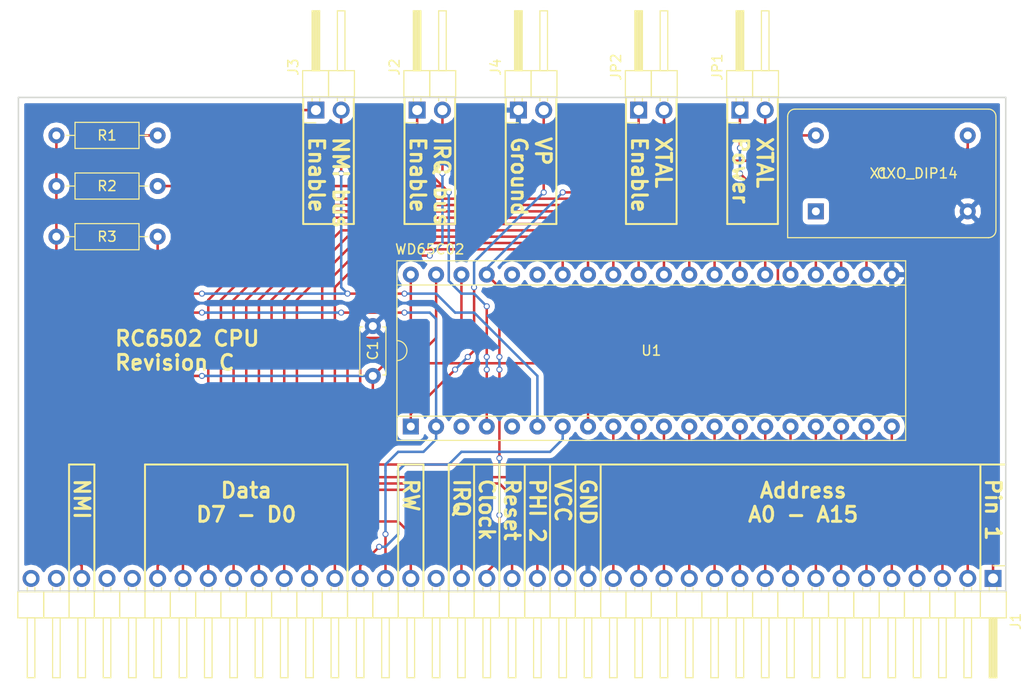
<source format=kicad_pcb>
(kicad_pcb (version 4) (host pcbnew 4.0.6)

  (general
    (links 52)
    (no_connects 0)
    (area 92.634999 91.364999 191.845001 141.045001)
    (thickness 1.6)
    (drawings 60)
    (tracks 326)
    (zones 0)
    (modules 12)
    (nets 40)
  )

  (page A4)
  (layers
    (0 F.Cu signal)
    (31 B.Cu signal)
    (32 B.Adhes user)
    (33 F.Adhes user)
    (34 B.Paste user)
    (35 F.Paste user)
    (36 B.SilkS user hide)
    (37 F.SilkS user)
    (38 B.Mask user)
    (39 F.Mask user)
    (40 Dwgs.User user)
    (41 Cmts.User user)
    (42 Eco1.User user)
    (43 Eco2.User user)
    (44 Edge.Cuts user)
    (45 Margin user)
    (46 B.CrtYd user)
    (47 F.CrtYd user)
    (48 B.Fab user)
    (49 F.Fab user)
  )

  (setup
    (last_trace_width 0.25)
    (trace_clearance 0.2)
    (zone_clearance 0.508)
    (zone_45_only no)
    (trace_min 0.2)
    (segment_width 0.2)
    (edge_width 0.15)
    (via_size 0.6)
    (via_drill 0.4)
    (via_min_size 0.4)
    (via_min_drill 0.3)
    (uvia_size 0.3)
    (uvia_drill 0.1)
    (uvias_allowed no)
    (uvia_min_size 0.2)
    (uvia_min_drill 0.1)
    (pcb_text_width 0.3)
    (pcb_text_size 1.5 1.5)
    (mod_edge_width 0.15)
    (mod_text_size 1 1)
    (mod_text_width 0.15)
    (pad_size 1.524 1.524)
    (pad_drill 0.762)
    (pad_to_mask_clearance 0.2)
    (aux_axis_origin 0 0)
    (grid_origin 136.525 132.08)
    (visible_elements 7FFFFFFF)
    (pcbplotparams
      (layerselection 0x011fc_80000001)
      (usegerberextensions true)
      (excludeedgelayer true)
      (linewidth 0.100000)
      (plotframeref false)
      (viasonmask false)
      (mode 1)
      (useauxorigin false)
      (hpglpennumber 1)
      (hpglpenspeed 20)
      (hpglpendiameter 15)
      (hpglpenoverlay 2)
      (psnegative false)
      (psa4output false)
      (plotreference true)
      (plotvalue true)
      (plotinvisibletext false)
      (padsonsilk false)
      (subtractmaskfromsilk false)
      (outputformat 1)
      (mirror false)
      (drillshape 0)
      (scaleselection 1)
      (outputdirectory "D:/ownCloud/Documents/Projects/RC6502/RC6502 CPU/export/"))
  )

  (net 0 "")
  (net 1 A15)
  (net 2 A14)
  (net 3 A13)
  (net 4 A12)
  (net 5 A11)
  (net 6 A10)
  (net 7 A9)
  (net 8 A8)
  (net 9 A7)
  (net 10 A6)
  (net 11 A5)
  (net 12 A4)
  (net 13 A3)
  (net 14 A2)
  (net 15 A1)
  (net 16 A0)
  (net 17 GND)
  (net 18 VCC)
  (net 19 PHI2)
  (net 20 RESET)
  (net 21 CLOCK)
  (net 22 IRQ)
  (net 23 D0)
  (net 24 D1)
  (net 25 D2)
  (net 26 D3)
  (net 27 D4)
  (net 28 D5)
  (net 29 D6)
  (net 30 D7)
  (net 31 NMI)
  (net 32 "Net-(J2-Pad1)")
  (net 33 "Net-(J3-Pad2)")
  (net 34 "Net-(JP2-Pad2)")
  (net 35 RW)
  (net 36 RDY)
  (net 37 SYNC)
  (net 38 "Net-(J4-Pad2)")
  (net 39 "Net-(JP1-Pad2)")

  (net_class Default "This is the default net class."
    (clearance 0.2)
    (trace_width 0.25)
    (via_dia 0.6)
    (via_drill 0.4)
    (uvia_dia 0.3)
    (uvia_drill 0.1)
    (add_net A0)
    (add_net A1)
    (add_net A10)
    (add_net A11)
    (add_net A12)
    (add_net A13)
    (add_net A14)
    (add_net A15)
    (add_net A2)
    (add_net A3)
    (add_net A4)
    (add_net A5)
    (add_net A6)
    (add_net A7)
    (add_net A8)
    (add_net A9)
    (add_net CLOCK)
    (add_net D0)
    (add_net D1)
    (add_net D2)
    (add_net D3)
    (add_net D4)
    (add_net D5)
    (add_net D6)
    (add_net D7)
    (add_net GND)
    (add_net IRQ)
    (add_net NMI)
    (add_net "Net-(J2-Pad1)")
    (add_net "Net-(J3-Pad2)")
    (add_net "Net-(J4-Pad2)")
    (add_net "Net-(JP1-Pad2)")
    (add_net "Net-(JP2-Pad2)")
    (add_net PHI2)
    (add_net RDY)
    (add_net RESET)
    (add_net RW)
    (add_net SYNC)
    (add_net VCC)
  )

  (module Pin_Headers:Pin_Header_Angled_1x39_Pitch2.54mm (layer F.Cu) (tedit 58CD4EC5) (tstamp 590CEA8A)
    (at 190.5 139.7 270)
    (descr "Through hole angled pin header, 1x39, 2.54mm pitch, 6mm pin length, single row")
    (tags "Through hole angled pin header THT 1x39 2.54mm single row")
    (path /590BAB0E)
    (fp_text reference J1 (at 4.315 -2.27 270) (layer F.SilkS)
      (effects (font (size 1 1) (thickness 0.15)))
    )
    (fp_text value CONN_01X39 (at 4.315 98.79 270) (layer F.Fab)
      (effects (font (size 1 1) (thickness 0.15)))
    )
    (fp_line (start 1.4 -1.27) (end 1.4 1.27) (layer F.Fab) (width 0.1))
    (fp_line (start 1.4 1.27) (end 3.9 1.27) (layer F.Fab) (width 0.1))
    (fp_line (start 3.9 1.27) (end 3.9 -1.27) (layer F.Fab) (width 0.1))
    (fp_line (start 3.9 -1.27) (end 1.4 -1.27) (layer F.Fab) (width 0.1))
    (fp_line (start 0 -0.32) (end 0 0.32) (layer F.Fab) (width 0.1))
    (fp_line (start 0 0.32) (end 9.9 0.32) (layer F.Fab) (width 0.1))
    (fp_line (start 9.9 0.32) (end 9.9 -0.32) (layer F.Fab) (width 0.1))
    (fp_line (start 9.9 -0.32) (end 0 -0.32) (layer F.Fab) (width 0.1))
    (fp_line (start 1.4 1.27) (end 1.4 3.81) (layer F.Fab) (width 0.1))
    (fp_line (start 1.4 3.81) (end 3.9 3.81) (layer F.Fab) (width 0.1))
    (fp_line (start 3.9 3.81) (end 3.9 1.27) (layer F.Fab) (width 0.1))
    (fp_line (start 3.9 1.27) (end 1.4 1.27) (layer F.Fab) (width 0.1))
    (fp_line (start 0 2.22) (end 0 2.86) (layer F.Fab) (width 0.1))
    (fp_line (start 0 2.86) (end 9.9 2.86) (layer F.Fab) (width 0.1))
    (fp_line (start 9.9 2.86) (end 9.9 2.22) (layer F.Fab) (width 0.1))
    (fp_line (start 9.9 2.22) (end 0 2.22) (layer F.Fab) (width 0.1))
    (fp_line (start 1.4 3.81) (end 1.4 6.35) (layer F.Fab) (width 0.1))
    (fp_line (start 1.4 6.35) (end 3.9 6.35) (layer F.Fab) (width 0.1))
    (fp_line (start 3.9 6.35) (end 3.9 3.81) (layer F.Fab) (width 0.1))
    (fp_line (start 3.9 3.81) (end 1.4 3.81) (layer F.Fab) (width 0.1))
    (fp_line (start 0 4.76) (end 0 5.4) (layer F.Fab) (width 0.1))
    (fp_line (start 0 5.4) (end 9.9 5.4) (layer F.Fab) (width 0.1))
    (fp_line (start 9.9 5.4) (end 9.9 4.76) (layer F.Fab) (width 0.1))
    (fp_line (start 9.9 4.76) (end 0 4.76) (layer F.Fab) (width 0.1))
    (fp_line (start 1.4 6.35) (end 1.4 8.89) (layer F.Fab) (width 0.1))
    (fp_line (start 1.4 8.89) (end 3.9 8.89) (layer F.Fab) (width 0.1))
    (fp_line (start 3.9 8.89) (end 3.9 6.35) (layer F.Fab) (width 0.1))
    (fp_line (start 3.9 6.35) (end 1.4 6.35) (layer F.Fab) (width 0.1))
    (fp_line (start 0 7.3) (end 0 7.94) (layer F.Fab) (width 0.1))
    (fp_line (start 0 7.94) (end 9.9 7.94) (layer F.Fab) (width 0.1))
    (fp_line (start 9.9 7.94) (end 9.9 7.3) (layer F.Fab) (width 0.1))
    (fp_line (start 9.9 7.3) (end 0 7.3) (layer F.Fab) (width 0.1))
    (fp_line (start 1.4 8.89) (end 1.4 11.43) (layer F.Fab) (width 0.1))
    (fp_line (start 1.4 11.43) (end 3.9 11.43) (layer F.Fab) (width 0.1))
    (fp_line (start 3.9 11.43) (end 3.9 8.89) (layer F.Fab) (width 0.1))
    (fp_line (start 3.9 8.89) (end 1.4 8.89) (layer F.Fab) (width 0.1))
    (fp_line (start 0 9.84) (end 0 10.48) (layer F.Fab) (width 0.1))
    (fp_line (start 0 10.48) (end 9.9 10.48) (layer F.Fab) (width 0.1))
    (fp_line (start 9.9 10.48) (end 9.9 9.84) (layer F.Fab) (width 0.1))
    (fp_line (start 9.9 9.84) (end 0 9.84) (layer F.Fab) (width 0.1))
    (fp_line (start 1.4 11.43) (end 1.4 13.97) (layer F.Fab) (width 0.1))
    (fp_line (start 1.4 13.97) (end 3.9 13.97) (layer F.Fab) (width 0.1))
    (fp_line (start 3.9 13.97) (end 3.9 11.43) (layer F.Fab) (width 0.1))
    (fp_line (start 3.9 11.43) (end 1.4 11.43) (layer F.Fab) (width 0.1))
    (fp_line (start 0 12.38) (end 0 13.02) (layer F.Fab) (width 0.1))
    (fp_line (start 0 13.02) (end 9.9 13.02) (layer F.Fab) (width 0.1))
    (fp_line (start 9.9 13.02) (end 9.9 12.38) (layer F.Fab) (width 0.1))
    (fp_line (start 9.9 12.38) (end 0 12.38) (layer F.Fab) (width 0.1))
    (fp_line (start 1.4 13.97) (end 1.4 16.51) (layer F.Fab) (width 0.1))
    (fp_line (start 1.4 16.51) (end 3.9 16.51) (layer F.Fab) (width 0.1))
    (fp_line (start 3.9 16.51) (end 3.9 13.97) (layer F.Fab) (width 0.1))
    (fp_line (start 3.9 13.97) (end 1.4 13.97) (layer F.Fab) (width 0.1))
    (fp_line (start 0 14.92) (end 0 15.56) (layer F.Fab) (width 0.1))
    (fp_line (start 0 15.56) (end 9.9 15.56) (layer F.Fab) (width 0.1))
    (fp_line (start 9.9 15.56) (end 9.9 14.92) (layer F.Fab) (width 0.1))
    (fp_line (start 9.9 14.92) (end 0 14.92) (layer F.Fab) (width 0.1))
    (fp_line (start 1.4 16.51) (end 1.4 19.05) (layer F.Fab) (width 0.1))
    (fp_line (start 1.4 19.05) (end 3.9 19.05) (layer F.Fab) (width 0.1))
    (fp_line (start 3.9 19.05) (end 3.9 16.51) (layer F.Fab) (width 0.1))
    (fp_line (start 3.9 16.51) (end 1.4 16.51) (layer F.Fab) (width 0.1))
    (fp_line (start 0 17.46) (end 0 18.1) (layer F.Fab) (width 0.1))
    (fp_line (start 0 18.1) (end 9.9 18.1) (layer F.Fab) (width 0.1))
    (fp_line (start 9.9 18.1) (end 9.9 17.46) (layer F.Fab) (width 0.1))
    (fp_line (start 9.9 17.46) (end 0 17.46) (layer F.Fab) (width 0.1))
    (fp_line (start 1.4 19.05) (end 1.4 21.59) (layer F.Fab) (width 0.1))
    (fp_line (start 1.4 21.59) (end 3.9 21.59) (layer F.Fab) (width 0.1))
    (fp_line (start 3.9 21.59) (end 3.9 19.05) (layer F.Fab) (width 0.1))
    (fp_line (start 3.9 19.05) (end 1.4 19.05) (layer F.Fab) (width 0.1))
    (fp_line (start 0 20) (end 0 20.64) (layer F.Fab) (width 0.1))
    (fp_line (start 0 20.64) (end 9.9 20.64) (layer F.Fab) (width 0.1))
    (fp_line (start 9.9 20.64) (end 9.9 20) (layer F.Fab) (width 0.1))
    (fp_line (start 9.9 20) (end 0 20) (layer F.Fab) (width 0.1))
    (fp_line (start 1.4 21.59) (end 1.4 24.13) (layer F.Fab) (width 0.1))
    (fp_line (start 1.4 24.13) (end 3.9 24.13) (layer F.Fab) (width 0.1))
    (fp_line (start 3.9 24.13) (end 3.9 21.59) (layer F.Fab) (width 0.1))
    (fp_line (start 3.9 21.59) (end 1.4 21.59) (layer F.Fab) (width 0.1))
    (fp_line (start 0 22.54) (end 0 23.18) (layer F.Fab) (width 0.1))
    (fp_line (start 0 23.18) (end 9.9 23.18) (layer F.Fab) (width 0.1))
    (fp_line (start 9.9 23.18) (end 9.9 22.54) (layer F.Fab) (width 0.1))
    (fp_line (start 9.9 22.54) (end 0 22.54) (layer F.Fab) (width 0.1))
    (fp_line (start 1.4 24.13) (end 1.4 26.67) (layer F.Fab) (width 0.1))
    (fp_line (start 1.4 26.67) (end 3.9 26.67) (layer F.Fab) (width 0.1))
    (fp_line (start 3.9 26.67) (end 3.9 24.13) (layer F.Fab) (width 0.1))
    (fp_line (start 3.9 24.13) (end 1.4 24.13) (layer F.Fab) (width 0.1))
    (fp_line (start 0 25.08) (end 0 25.72) (layer F.Fab) (width 0.1))
    (fp_line (start 0 25.72) (end 9.9 25.72) (layer F.Fab) (width 0.1))
    (fp_line (start 9.9 25.72) (end 9.9 25.08) (layer F.Fab) (width 0.1))
    (fp_line (start 9.9 25.08) (end 0 25.08) (layer F.Fab) (width 0.1))
    (fp_line (start 1.4 26.67) (end 1.4 29.21) (layer F.Fab) (width 0.1))
    (fp_line (start 1.4 29.21) (end 3.9 29.21) (layer F.Fab) (width 0.1))
    (fp_line (start 3.9 29.21) (end 3.9 26.67) (layer F.Fab) (width 0.1))
    (fp_line (start 3.9 26.67) (end 1.4 26.67) (layer F.Fab) (width 0.1))
    (fp_line (start 0 27.62) (end 0 28.26) (layer F.Fab) (width 0.1))
    (fp_line (start 0 28.26) (end 9.9 28.26) (layer F.Fab) (width 0.1))
    (fp_line (start 9.9 28.26) (end 9.9 27.62) (layer F.Fab) (width 0.1))
    (fp_line (start 9.9 27.62) (end 0 27.62) (layer F.Fab) (width 0.1))
    (fp_line (start 1.4 29.21) (end 1.4 31.75) (layer F.Fab) (width 0.1))
    (fp_line (start 1.4 31.75) (end 3.9 31.75) (layer F.Fab) (width 0.1))
    (fp_line (start 3.9 31.75) (end 3.9 29.21) (layer F.Fab) (width 0.1))
    (fp_line (start 3.9 29.21) (end 1.4 29.21) (layer F.Fab) (width 0.1))
    (fp_line (start 0 30.16) (end 0 30.8) (layer F.Fab) (width 0.1))
    (fp_line (start 0 30.8) (end 9.9 30.8) (layer F.Fab) (width 0.1))
    (fp_line (start 9.9 30.8) (end 9.9 30.16) (layer F.Fab) (width 0.1))
    (fp_line (start 9.9 30.16) (end 0 30.16) (layer F.Fab) (width 0.1))
    (fp_line (start 1.4 31.75) (end 1.4 34.29) (layer F.Fab) (width 0.1))
    (fp_line (start 1.4 34.29) (end 3.9 34.29) (layer F.Fab) (width 0.1))
    (fp_line (start 3.9 34.29) (end 3.9 31.75) (layer F.Fab) (width 0.1))
    (fp_line (start 3.9 31.75) (end 1.4 31.75) (layer F.Fab) (width 0.1))
    (fp_line (start 0 32.7) (end 0 33.34) (layer F.Fab) (width 0.1))
    (fp_line (start 0 33.34) (end 9.9 33.34) (layer F.Fab) (width 0.1))
    (fp_line (start 9.9 33.34) (end 9.9 32.7) (layer F.Fab) (width 0.1))
    (fp_line (start 9.9 32.7) (end 0 32.7) (layer F.Fab) (width 0.1))
    (fp_line (start 1.4 34.29) (end 1.4 36.83) (layer F.Fab) (width 0.1))
    (fp_line (start 1.4 36.83) (end 3.9 36.83) (layer F.Fab) (width 0.1))
    (fp_line (start 3.9 36.83) (end 3.9 34.29) (layer F.Fab) (width 0.1))
    (fp_line (start 3.9 34.29) (end 1.4 34.29) (layer F.Fab) (width 0.1))
    (fp_line (start 0 35.24) (end 0 35.88) (layer F.Fab) (width 0.1))
    (fp_line (start 0 35.88) (end 9.9 35.88) (layer F.Fab) (width 0.1))
    (fp_line (start 9.9 35.88) (end 9.9 35.24) (layer F.Fab) (width 0.1))
    (fp_line (start 9.9 35.24) (end 0 35.24) (layer F.Fab) (width 0.1))
    (fp_line (start 1.4 36.83) (end 1.4 39.37) (layer F.Fab) (width 0.1))
    (fp_line (start 1.4 39.37) (end 3.9 39.37) (layer F.Fab) (width 0.1))
    (fp_line (start 3.9 39.37) (end 3.9 36.83) (layer F.Fab) (width 0.1))
    (fp_line (start 3.9 36.83) (end 1.4 36.83) (layer F.Fab) (width 0.1))
    (fp_line (start 0 37.78) (end 0 38.42) (layer F.Fab) (width 0.1))
    (fp_line (start 0 38.42) (end 9.9 38.42) (layer F.Fab) (width 0.1))
    (fp_line (start 9.9 38.42) (end 9.9 37.78) (layer F.Fab) (width 0.1))
    (fp_line (start 9.9 37.78) (end 0 37.78) (layer F.Fab) (width 0.1))
    (fp_line (start 1.4 39.37) (end 1.4 41.91) (layer F.Fab) (width 0.1))
    (fp_line (start 1.4 41.91) (end 3.9 41.91) (layer F.Fab) (width 0.1))
    (fp_line (start 3.9 41.91) (end 3.9 39.37) (layer F.Fab) (width 0.1))
    (fp_line (start 3.9 39.37) (end 1.4 39.37) (layer F.Fab) (width 0.1))
    (fp_line (start 0 40.32) (end 0 40.96) (layer F.Fab) (width 0.1))
    (fp_line (start 0 40.96) (end 9.9 40.96) (layer F.Fab) (width 0.1))
    (fp_line (start 9.9 40.96) (end 9.9 40.32) (layer F.Fab) (width 0.1))
    (fp_line (start 9.9 40.32) (end 0 40.32) (layer F.Fab) (width 0.1))
    (fp_line (start 1.4 41.91) (end 1.4 44.45) (layer F.Fab) (width 0.1))
    (fp_line (start 1.4 44.45) (end 3.9 44.45) (layer F.Fab) (width 0.1))
    (fp_line (start 3.9 44.45) (end 3.9 41.91) (layer F.Fab) (width 0.1))
    (fp_line (start 3.9 41.91) (end 1.4 41.91) (layer F.Fab) (width 0.1))
    (fp_line (start 0 42.86) (end 0 43.5) (layer F.Fab) (width 0.1))
    (fp_line (start 0 43.5) (end 9.9 43.5) (layer F.Fab) (width 0.1))
    (fp_line (start 9.9 43.5) (end 9.9 42.86) (layer F.Fab) (width 0.1))
    (fp_line (start 9.9 42.86) (end 0 42.86) (layer F.Fab) (width 0.1))
    (fp_line (start 1.4 44.45) (end 1.4 46.99) (layer F.Fab) (width 0.1))
    (fp_line (start 1.4 46.99) (end 3.9 46.99) (layer F.Fab) (width 0.1))
    (fp_line (start 3.9 46.99) (end 3.9 44.45) (layer F.Fab) (width 0.1))
    (fp_line (start 3.9 44.45) (end 1.4 44.45) (layer F.Fab) (width 0.1))
    (fp_line (start 0 45.4) (end 0 46.04) (layer F.Fab) (width 0.1))
    (fp_line (start 0 46.04) (end 9.9 46.04) (layer F.Fab) (width 0.1))
    (fp_line (start 9.9 46.04) (end 9.9 45.4) (layer F.Fab) (width 0.1))
    (fp_line (start 9.9 45.4) (end 0 45.4) (layer F.Fab) (width 0.1))
    (fp_line (start 1.4 46.99) (end 1.4 49.53) (layer F.Fab) (width 0.1))
    (fp_line (start 1.4 49.53) (end 3.9 49.53) (layer F.Fab) (width 0.1))
    (fp_line (start 3.9 49.53) (end 3.9 46.99) (layer F.Fab) (width 0.1))
    (fp_line (start 3.9 46.99) (end 1.4 46.99) (layer F.Fab) (width 0.1))
    (fp_line (start 0 47.94) (end 0 48.58) (layer F.Fab) (width 0.1))
    (fp_line (start 0 48.58) (end 9.9 48.58) (layer F.Fab) (width 0.1))
    (fp_line (start 9.9 48.58) (end 9.9 47.94) (layer F.Fab) (width 0.1))
    (fp_line (start 9.9 47.94) (end 0 47.94) (layer F.Fab) (width 0.1))
    (fp_line (start 1.4 49.53) (end 1.4 52.07) (layer F.Fab) (width 0.1))
    (fp_line (start 1.4 52.07) (end 3.9 52.07) (layer F.Fab) (width 0.1))
    (fp_line (start 3.9 52.07) (end 3.9 49.53) (layer F.Fab) (width 0.1))
    (fp_line (start 3.9 49.53) (end 1.4 49.53) (layer F.Fab) (width 0.1))
    (fp_line (start 0 50.48) (end 0 51.12) (layer F.Fab) (width 0.1))
    (fp_line (start 0 51.12) (end 9.9 51.12) (layer F.Fab) (width 0.1))
    (fp_line (start 9.9 51.12) (end 9.9 50.48) (layer F.Fab) (width 0.1))
    (fp_line (start 9.9 50.48) (end 0 50.48) (layer F.Fab) (width 0.1))
    (fp_line (start 1.4 52.07) (end 1.4 54.61) (layer F.Fab) (width 0.1))
    (fp_line (start 1.4 54.61) (end 3.9 54.61) (layer F.Fab) (width 0.1))
    (fp_line (start 3.9 54.61) (end 3.9 52.07) (layer F.Fab) (width 0.1))
    (fp_line (start 3.9 52.07) (end 1.4 52.07) (layer F.Fab) (width 0.1))
    (fp_line (start 0 53.02) (end 0 53.66) (layer F.Fab) (width 0.1))
    (fp_line (start 0 53.66) (end 9.9 53.66) (layer F.Fab) (width 0.1))
    (fp_line (start 9.9 53.66) (end 9.9 53.02) (layer F.Fab) (width 0.1))
    (fp_line (start 9.9 53.02) (end 0 53.02) (layer F.Fab) (width 0.1))
    (fp_line (start 1.4 54.61) (end 1.4 57.15) (layer F.Fab) (width 0.1))
    (fp_line (start 1.4 57.15) (end 3.9 57.15) (layer F.Fab) (width 0.1))
    (fp_line (start 3.9 57.15) (end 3.9 54.61) (layer F.Fab) (width 0.1))
    (fp_line (start 3.9 54.61) (end 1.4 54.61) (layer F.Fab) (width 0.1))
    (fp_line (start 0 55.56) (end 0 56.2) (layer F.Fab) (width 0.1))
    (fp_line (start 0 56.2) (end 9.9 56.2) (layer F.Fab) (width 0.1))
    (fp_line (start 9.9 56.2) (end 9.9 55.56) (layer F.Fab) (width 0.1))
    (fp_line (start 9.9 55.56) (end 0 55.56) (layer F.Fab) (width 0.1))
    (fp_line (start 1.4 57.15) (end 1.4 59.69) (layer F.Fab) (width 0.1))
    (fp_line (start 1.4 59.69) (end 3.9 59.69) (layer F.Fab) (width 0.1))
    (fp_line (start 3.9 59.69) (end 3.9 57.15) (layer F.Fab) (width 0.1))
    (fp_line (start 3.9 57.15) (end 1.4 57.15) (layer F.Fab) (width 0.1))
    (fp_line (start 0 58.1) (end 0 58.74) (layer F.Fab) (width 0.1))
    (fp_line (start 0 58.74) (end 9.9 58.74) (layer F.Fab) (width 0.1))
    (fp_line (start 9.9 58.74) (end 9.9 58.1) (layer F.Fab) (width 0.1))
    (fp_line (start 9.9 58.1) (end 0 58.1) (layer F.Fab) (width 0.1))
    (fp_line (start 1.4 59.69) (end 1.4 62.23) (layer F.Fab) (width 0.1))
    (fp_line (start 1.4 62.23) (end 3.9 62.23) (layer F.Fab) (width 0.1))
    (fp_line (start 3.9 62.23) (end 3.9 59.69) (layer F.Fab) (width 0.1))
    (fp_line (start 3.9 59.69) (end 1.4 59.69) (layer F.Fab) (width 0.1))
    (fp_line (start 0 60.64) (end 0 61.28) (layer F.Fab) (width 0.1))
    (fp_line (start 0 61.28) (end 9.9 61.28) (layer F.Fab) (width 0.1))
    (fp_line (start 9.9 61.28) (end 9.9 60.64) (layer F.Fab) (width 0.1))
    (fp_line (start 9.9 60.64) (end 0 60.64) (layer F.Fab) (width 0.1))
    (fp_line (start 1.4 62.23) (end 1.4 64.77) (layer F.Fab) (width 0.1))
    (fp_line (start 1.4 64.77) (end 3.9 64.77) (layer F.Fab) (width 0.1))
    (fp_line (start 3.9 64.77) (end 3.9 62.23) (layer F.Fab) (width 0.1))
    (fp_line (start 3.9 62.23) (end 1.4 62.23) (layer F.Fab) (width 0.1))
    (fp_line (start 0 63.18) (end 0 63.82) (layer F.Fab) (width 0.1))
    (fp_line (start 0 63.82) (end 9.9 63.82) (layer F.Fab) (width 0.1))
    (fp_line (start 9.9 63.82) (end 9.9 63.18) (layer F.Fab) (width 0.1))
    (fp_line (start 9.9 63.18) (end 0 63.18) (layer F.Fab) (width 0.1))
    (fp_line (start 1.4 64.77) (end 1.4 67.31) (layer F.Fab) (width 0.1))
    (fp_line (start 1.4 67.31) (end 3.9 67.31) (layer F.Fab) (width 0.1))
    (fp_line (start 3.9 67.31) (end 3.9 64.77) (layer F.Fab) (width 0.1))
    (fp_line (start 3.9 64.77) (end 1.4 64.77) (layer F.Fab) (width 0.1))
    (fp_line (start 0 65.72) (end 0 66.36) (layer F.Fab) (width 0.1))
    (fp_line (start 0 66.36) (end 9.9 66.36) (layer F.Fab) (width 0.1))
    (fp_line (start 9.9 66.36) (end 9.9 65.72) (layer F.Fab) (width 0.1))
    (fp_line (start 9.9 65.72) (end 0 65.72) (layer F.Fab) (width 0.1))
    (fp_line (start 1.4 67.31) (end 1.4 69.85) (layer F.Fab) (width 0.1))
    (fp_line (start 1.4 69.85) (end 3.9 69.85) (layer F.Fab) (width 0.1))
    (fp_line (start 3.9 69.85) (end 3.9 67.31) (layer F.Fab) (width 0.1))
    (fp_line (start 3.9 67.31) (end 1.4 67.31) (layer F.Fab) (width 0.1))
    (fp_line (start 0 68.26) (end 0 68.9) (layer F.Fab) (width 0.1))
    (fp_line (start 0 68.9) (end 9.9 68.9) (layer F.Fab) (width 0.1))
    (fp_line (start 9.9 68.9) (end 9.9 68.26) (layer F.Fab) (width 0.1))
    (fp_line (start 9.9 68.26) (end 0 68.26) (layer F.Fab) (width 0.1))
    (fp_line (start 1.4 69.85) (end 1.4 72.39) (layer F.Fab) (width 0.1))
    (fp_line (start 1.4 72.39) (end 3.9 72.39) (layer F.Fab) (width 0.1))
    (fp_line (start 3.9 72.39) (end 3.9 69.85) (layer F.Fab) (width 0.1))
    (fp_line (start 3.9 69.85) (end 1.4 69.85) (layer F.Fab) (width 0.1))
    (fp_line (start 0 70.8) (end 0 71.44) (layer F.Fab) (width 0.1))
    (fp_line (start 0 71.44) (end 9.9 71.44) (layer F.Fab) (width 0.1))
    (fp_line (start 9.9 71.44) (end 9.9 70.8) (layer F.Fab) (width 0.1))
    (fp_line (start 9.9 70.8) (end 0 70.8) (layer F.Fab) (width 0.1))
    (fp_line (start 1.4 72.39) (end 1.4 74.93) (layer F.Fab) (width 0.1))
    (fp_line (start 1.4 74.93) (end 3.9 74.93) (layer F.Fab) (width 0.1))
    (fp_line (start 3.9 74.93) (end 3.9 72.39) (layer F.Fab) (width 0.1))
    (fp_line (start 3.9 72.39) (end 1.4 72.39) (layer F.Fab) (width 0.1))
    (fp_line (start 0 73.34) (end 0 73.98) (layer F.Fab) (width 0.1))
    (fp_line (start 0 73.98) (end 9.9 73.98) (layer F.Fab) (width 0.1))
    (fp_line (start 9.9 73.98) (end 9.9 73.34) (layer F.Fab) (width 0.1))
    (fp_line (start 9.9 73.34) (end 0 73.34) (layer F.Fab) (width 0.1))
    (fp_line (start 1.4 74.93) (end 1.4 77.47) (layer F.Fab) (width 0.1))
    (fp_line (start 1.4 77.47) (end 3.9 77.47) (layer F.Fab) (width 0.1))
    (fp_line (start 3.9 77.47) (end 3.9 74.93) (layer F.Fab) (width 0.1))
    (fp_line (start 3.9 74.93) (end 1.4 74.93) (layer F.Fab) (width 0.1))
    (fp_line (start 0 75.88) (end 0 76.52) (layer F.Fab) (width 0.1))
    (fp_line (start 0 76.52) (end 9.9 76.52) (layer F.Fab) (width 0.1))
    (fp_line (start 9.9 76.52) (end 9.9 75.88) (layer F.Fab) (width 0.1))
    (fp_line (start 9.9 75.88) (end 0 75.88) (layer F.Fab) (width 0.1))
    (fp_line (start 1.4 77.47) (end 1.4 80.01) (layer F.Fab) (width 0.1))
    (fp_line (start 1.4 80.01) (end 3.9 80.01) (layer F.Fab) (width 0.1))
    (fp_line (start 3.9 80.01) (end 3.9 77.47) (layer F.Fab) (width 0.1))
    (fp_line (start 3.9 77.47) (end 1.4 77.47) (layer F.Fab) (width 0.1))
    (fp_line (start 0 78.42) (end 0 79.06) (layer F.Fab) (width 0.1))
    (fp_line (start 0 79.06) (end 9.9 79.06) (layer F.Fab) (width 0.1))
    (fp_line (start 9.9 79.06) (end 9.9 78.42) (layer F.Fab) (width 0.1))
    (fp_line (start 9.9 78.42) (end 0 78.42) (layer F.Fab) (width 0.1))
    (fp_line (start 1.4 80.01) (end 1.4 82.55) (layer F.Fab) (width 0.1))
    (fp_line (start 1.4 82.55) (end 3.9 82.55) (layer F.Fab) (width 0.1))
    (fp_line (start 3.9 82.55) (end 3.9 80.01) (layer F.Fab) (width 0.1))
    (fp_line (start 3.9 80.01) (end 1.4 80.01) (layer F.Fab) (width 0.1))
    (fp_line (start 0 80.96) (end 0 81.6) (layer F.Fab) (width 0.1))
    (fp_line (start 0 81.6) (end 9.9 81.6) (layer F.Fab) (width 0.1))
    (fp_line (start 9.9 81.6) (end 9.9 80.96) (layer F.Fab) (width 0.1))
    (fp_line (start 9.9 80.96) (end 0 80.96) (layer F.Fab) (width 0.1))
    (fp_line (start 1.4 82.55) (end 1.4 85.09) (layer F.Fab) (width 0.1))
    (fp_line (start 1.4 85.09) (end 3.9 85.09) (layer F.Fab) (width 0.1))
    (fp_line (start 3.9 85.09) (end 3.9 82.55) (layer F.Fab) (width 0.1))
    (fp_line (start 3.9 82.55) (end 1.4 82.55) (layer F.Fab) (width 0.1))
    (fp_line (start 0 83.5) (end 0 84.14) (layer F.Fab) (width 0.1))
    (fp_line (start 0 84.14) (end 9.9 84.14) (layer F.Fab) (width 0.1))
    (fp_line (start 9.9 84.14) (end 9.9 83.5) (layer F.Fab) (width 0.1))
    (fp_line (start 9.9 83.5) (end 0 83.5) (layer F.Fab) (width 0.1))
    (fp_line (start 1.4 85.09) (end 1.4 87.63) (layer F.Fab) (width 0.1))
    (fp_line (start 1.4 87.63) (end 3.9 87.63) (layer F.Fab) (width 0.1))
    (fp_line (start 3.9 87.63) (end 3.9 85.09) (layer F.Fab) (width 0.1))
    (fp_line (start 3.9 85.09) (end 1.4 85.09) (layer F.Fab) (width 0.1))
    (fp_line (start 0 86.04) (end 0 86.68) (layer F.Fab) (width 0.1))
    (fp_line (start 0 86.68) (end 9.9 86.68) (layer F.Fab) (width 0.1))
    (fp_line (start 9.9 86.68) (end 9.9 86.04) (layer F.Fab) (width 0.1))
    (fp_line (start 9.9 86.04) (end 0 86.04) (layer F.Fab) (width 0.1))
    (fp_line (start 1.4 87.63) (end 1.4 90.17) (layer F.Fab) (width 0.1))
    (fp_line (start 1.4 90.17) (end 3.9 90.17) (layer F.Fab) (width 0.1))
    (fp_line (start 3.9 90.17) (end 3.9 87.63) (layer F.Fab) (width 0.1))
    (fp_line (start 3.9 87.63) (end 1.4 87.63) (layer F.Fab) (width 0.1))
    (fp_line (start 0 88.58) (end 0 89.22) (layer F.Fab) (width 0.1))
    (fp_line (start 0 89.22) (end 9.9 89.22) (layer F.Fab) (width 0.1))
    (fp_line (start 9.9 89.22) (end 9.9 88.58) (layer F.Fab) (width 0.1))
    (fp_line (start 9.9 88.58) (end 0 88.58) (layer F.Fab) (width 0.1))
    (fp_line (start 1.4 90.17) (end 1.4 92.71) (layer F.Fab) (width 0.1))
    (fp_line (start 1.4 92.71) (end 3.9 92.71) (layer F.Fab) (width 0.1))
    (fp_line (start 3.9 92.71) (end 3.9 90.17) (layer F.Fab) (width 0.1))
    (fp_line (start 3.9 90.17) (end 1.4 90.17) (layer F.Fab) (width 0.1))
    (fp_line (start 0 91.12) (end 0 91.76) (layer F.Fab) (width 0.1))
    (fp_line (start 0 91.76) (end 9.9 91.76) (layer F.Fab) (width 0.1))
    (fp_line (start 9.9 91.76) (end 9.9 91.12) (layer F.Fab) (width 0.1))
    (fp_line (start 9.9 91.12) (end 0 91.12) (layer F.Fab) (width 0.1))
    (fp_line (start 1.4 92.71) (end 1.4 95.25) (layer F.Fab) (width 0.1))
    (fp_line (start 1.4 95.25) (end 3.9 95.25) (layer F.Fab) (width 0.1))
    (fp_line (start 3.9 95.25) (end 3.9 92.71) (layer F.Fab) (width 0.1))
    (fp_line (start 3.9 92.71) (end 1.4 92.71) (layer F.Fab) (width 0.1))
    (fp_line (start 0 93.66) (end 0 94.3) (layer F.Fab) (width 0.1))
    (fp_line (start 0 94.3) (end 9.9 94.3) (layer F.Fab) (width 0.1))
    (fp_line (start 9.9 94.3) (end 9.9 93.66) (layer F.Fab) (width 0.1))
    (fp_line (start 9.9 93.66) (end 0 93.66) (layer F.Fab) (width 0.1))
    (fp_line (start 1.4 95.25) (end 1.4 97.79) (layer F.Fab) (width 0.1))
    (fp_line (start 1.4 97.79) (end 3.9 97.79) (layer F.Fab) (width 0.1))
    (fp_line (start 3.9 97.79) (end 3.9 95.25) (layer F.Fab) (width 0.1))
    (fp_line (start 3.9 95.25) (end 1.4 95.25) (layer F.Fab) (width 0.1))
    (fp_line (start 0 96.2) (end 0 96.84) (layer F.Fab) (width 0.1))
    (fp_line (start 0 96.84) (end 9.9 96.84) (layer F.Fab) (width 0.1))
    (fp_line (start 9.9 96.84) (end 9.9 96.2) (layer F.Fab) (width 0.1))
    (fp_line (start 9.9 96.2) (end 0 96.2) (layer F.Fab) (width 0.1))
    (fp_line (start 1.34 -1.33) (end 1.34 1.27) (layer F.SilkS) (width 0.12))
    (fp_line (start 1.34 1.27) (end 3.96 1.27) (layer F.SilkS) (width 0.12))
    (fp_line (start 3.96 1.27) (end 3.96 -1.33) (layer F.SilkS) (width 0.12))
    (fp_line (start 3.96 -1.33) (end 1.34 -1.33) (layer F.SilkS) (width 0.12))
    (fp_line (start 3.96 -0.38) (end 3.96 0.38) (layer F.SilkS) (width 0.12))
    (fp_line (start 3.96 0.38) (end 9.96 0.38) (layer F.SilkS) (width 0.12))
    (fp_line (start 9.96 0.38) (end 9.96 -0.38) (layer F.SilkS) (width 0.12))
    (fp_line (start 9.96 -0.38) (end 3.96 -0.38) (layer F.SilkS) (width 0.12))
    (fp_line (start 0.91 -0.38) (end 1.34 -0.38) (layer F.SilkS) (width 0.12))
    (fp_line (start 0.91 0.38) (end 1.34 0.38) (layer F.SilkS) (width 0.12))
    (fp_line (start 3.96 -0.26) (end 9.96 -0.26) (layer F.SilkS) (width 0.12))
    (fp_line (start 3.96 -0.14) (end 9.96 -0.14) (layer F.SilkS) (width 0.12))
    (fp_line (start 3.96 -0.02) (end 9.96 -0.02) (layer F.SilkS) (width 0.12))
    (fp_line (start 3.96 0.1) (end 9.96 0.1) (layer F.SilkS) (width 0.12))
    (fp_line (start 3.96 0.22) (end 9.96 0.22) (layer F.SilkS) (width 0.12))
    (fp_line (start 3.96 0.34) (end 9.96 0.34) (layer F.SilkS) (width 0.12))
    (fp_line (start 1.34 1.27) (end 1.34 3.81) (layer F.SilkS) (width 0.12))
    (fp_line (start 1.34 3.81) (end 3.96 3.81) (layer F.SilkS) (width 0.12))
    (fp_line (start 3.96 3.81) (end 3.96 1.27) (layer F.SilkS) (width 0.12))
    (fp_line (start 3.96 1.27) (end 1.34 1.27) (layer F.SilkS) (width 0.12))
    (fp_line (start 3.96 2.16) (end 3.96 2.92) (layer F.SilkS) (width 0.12))
    (fp_line (start 3.96 2.92) (end 9.96 2.92) (layer F.SilkS) (width 0.12))
    (fp_line (start 9.96 2.92) (end 9.96 2.16) (layer F.SilkS) (width 0.12))
    (fp_line (start 9.96 2.16) (end 3.96 2.16) (layer F.SilkS) (width 0.12))
    (fp_line (start 0.91 2.16) (end 1.34 2.16) (layer F.SilkS) (width 0.12))
    (fp_line (start 0.91 2.92) (end 1.34 2.92) (layer F.SilkS) (width 0.12))
    (fp_line (start 1.34 3.81) (end 1.34 6.35) (layer F.SilkS) (width 0.12))
    (fp_line (start 1.34 6.35) (end 3.96 6.35) (layer F.SilkS) (width 0.12))
    (fp_line (start 3.96 6.35) (end 3.96 3.81) (layer F.SilkS) (width 0.12))
    (fp_line (start 3.96 3.81) (end 1.34 3.81) (layer F.SilkS) (width 0.12))
    (fp_line (start 3.96 4.7) (end 3.96 5.46) (layer F.SilkS) (width 0.12))
    (fp_line (start 3.96 5.46) (end 9.96 5.46) (layer F.SilkS) (width 0.12))
    (fp_line (start 9.96 5.46) (end 9.96 4.7) (layer F.SilkS) (width 0.12))
    (fp_line (start 9.96 4.7) (end 3.96 4.7) (layer F.SilkS) (width 0.12))
    (fp_line (start 0.91 4.7) (end 1.34 4.7) (layer F.SilkS) (width 0.12))
    (fp_line (start 0.91 5.46) (end 1.34 5.46) (layer F.SilkS) (width 0.12))
    (fp_line (start 1.34 6.35) (end 1.34 8.89) (layer F.SilkS) (width 0.12))
    (fp_line (start 1.34 8.89) (end 3.96 8.89) (layer F.SilkS) (width 0.12))
    (fp_line (start 3.96 8.89) (end 3.96 6.35) (layer F.SilkS) (width 0.12))
    (fp_line (start 3.96 6.35) (end 1.34 6.35) (layer F.SilkS) (width 0.12))
    (fp_line (start 3.96 7.24) (end 3.96 8) (layer F.SilkS) (width 0.12))
    (fp_line (start 3.96 8) (end 9.96 8) (layer F.SilkS) (width 0.12))
    (fp_line (start 9.96 8) (end 9.96 7.24) (layer F.SilkS) (width 0.12))
    (fp_line (start 9.96 7.24) (end 3.96 7.24) (layer F.SilkS) (width 0.12))
    (fp_line (start 0.91 7.24) (end 1.34 7.24) (layer F.SilkS) (width 0.12))
    (fp_line (start 0.91 8) (end 1.34 8) (layer F.SilkS) (width 0.12))
    (fp_line (start 1.34 8.89) (end 1.34 11.43) (layer F.SilkS) (width 0.12))
    (fp_line (start 1.34 11.43) (end 3.96 11.43) (layer F.SilkS) (width 0.12))
    (fp_line (start 3.96 11.43) (end 3.96 8.89) (layer F.SilkS) (width 0.12))
    (fp_line (start 3.96 8.89) (end 1.34 8.89) (layer F.SilkS) (width 0.12))
    (fp_line (start 3.96 9.78) (end 3.96 10.54) (layer F.SilkS) (width 0.12))
    (fp_line (start 3.96 10.54) (end 9.96 10.54) (layer F.SilkS) (width 0.12))
    (fp_line (start 9.96 10.54) (end 9.96 9.78) (layer F.SilkS) (width 0.12))
    (fp_line (start 9.96 9.78) (end 3.96 9.78) (layer F.SilkS) (width 0.12))
    (fp_line (start 0.91 9.78) (end 1.34 9.78) (layer F.SilkS) (width 0.12))
    (fp_line (start 0.91 10.54) (end 1.34 10.54) (layer F.SilkS) (width 0.12))
    (fp_line (start 1.34 11.43) (end 1.34 13.97) (layer F.SilkS) (width 0.12))
    (fp_line (start 1.34 13.97) (end 3.96 13.97) (layer F.SilkS) (width 0.12))
    (fp_line (start 3.96 13.97) (end 3.96 11.43) (layer F.SilkS) (width 0.12))
    (fp_line (start 3.96 11.43) (end 1.34 11.43) (layer F.SilkS) (width 0.12))
    (fp_line (start 3.96 12.32) (end 3.96 13.08) (layer F.SilkS) (width 0.12))
    (fp_line (start 3.96 13.08) (end 9.96 13.08) (layer F.SilkS) (width 0.12))
    (fp_line (start 9.96 13.08) (end 9.96 12.32) (layer F.SilkS) (width 0.12))
    (fp_line (start 9.96 12.32) (end 3.96 12.32) (layer F.SilkS) (width 0.12))
    (fp_line (start 0.91 12.32) (end 1.34 12.32) (layer F.SilkS) (width 0.12))
    (fp_line (start 0.91 13.08) (end 1.34 13.08) (layer F.SilkS) (width 0.12))
    (fp_line (start 1.34 13.97) (end 1.34 16.51) (layer F.SilkS) (width 0.12))
    (fp_line (start 1.34 16.51) (end 3.96 16.51) (layer F.SilkS) (width 0.12))
    (fp_line (start 3.96 16.51) (end 3.96 13.97) (layer F.SilkS) (width 0.12))
    (fp_line (start 3.96 13.97) (end 1.34 13.97) (layer F.SilkS) (width 0.12))
    (fp_line (start 3.96 14.86) (end 3.96 15.62) (layer F.SilkS) (width 0.12))
    (fp_line (start 3.96 15.62) (end 9.96 15.62) (layer F.SilkS) (width 0.12))
    (fp_line (start 9.96 15.62) (end 9.96 14.86) (layer F.SilkS) (width 0.12))
    (fp_line (start 9.96 14.86) (end 3.96 14.86) (layer F.SilkS) (width 0.12))
    (fp_line (start 0.91 14.86) (end 1.34 14.86) (layer F.SilkS) (width 0.12))
    (fp_line (start 0.91 15.62) (end 1.34 15.62) (layer F.SilkS) (width 0.12))
    (fp_line (start 1.34 16.51) (end 1.34 19.05) (layer F.SilkS) (width 0.12))
    (fp_line (start 1.34 19.05) (end 3.96 19.05) (layer F.SilkS) (width 0.12))
    (fp_line (start 3.96 19.05) (end 3.96 16.51) (layer F.SilkS) (width 0.12))
    (fp_line (start 3.96 16.51) (end 1.34 16.51) (layer F.SilkS) (width 0.12))
    (fp_line (start 3.96 17.4) (end 3.96 18.16) (layer F.SilkS) (width 0.12))
    (fp_line (start 3.96 18.16) (end 9.96 18.16) (layer F.SilkS) (width 0.12))
    (fp_line (start 9.96 18.16) (end 9.96 17.4) (layer F.SilkS) (width 0.12))
    (fp_line (start 9.96 17.4) (end 3.96 17.4) (layer F.SilkS) (width 0.12))
    (fp_line (start 0.91 17.4) (end 1.34 17.4) (layer F.SilkS) (width 0.12))
    (fp_line (start 0.91 18.16) (end 1.34 18.16) (layer F.SilkS) (width 0.12))
    (fp_line (start 1.34 19.05) (end 1.34 21.59) (layer F.SilkS) (width 0.12))
    (fp_line (start 1.34 21.59) (end 3.96 21.59) (layer F.SilkS) (width 0.12))
    (fp_line (start 3.96 21.59) (end 3.96 19.05) (layer F.SilkS) (width 0.12))
    (fp_line (start 3.96 19.05) (end 1.34 19.05) (layer F.SilkS) (width 0.12))
    (fp_line (start 3.96 19.94) (end 3.96 20.7) (layer F.SilkS) (width 0.12))
    (fp_line (start 3.96 20.7) (end 9.96 20.7) (layer F.SilkS) (width 0.12))
    (fp_line (start 9.96 20.7) (end 9.96 19.94) (layer F.SilkS) (width 0.12))
    (fp_line (start 9.96 19.94) (end 3.96 19.94) (layer F.SilkS) (width 0.12))
    (fp_line (start 0.91 19.94) (end 1.34 19.94) (layer F.SilkS) (width 0.12))
    (fp_line (start 0.91 20.7) (end 1.34 20.7) (layer F.SilkS) (width 0.12))
    (fp_line (start 1.34 21.59) (end 1.34 24.13) (layer F.SilkS) (width 0.12))
    (fp_line (start 1.34 24.13) (end 3.96 24.13) (layer F.SilkS) (width 0.12))
    (fp_line (start 3.96 24.13) (end 3.96 21.59) (layer F.SilkS) (width 0.12))
    (fp_line (start 3.96 21.59) (end 1.34 21.59) (layer F.SilkS) (width 0.12))
    (fp_line (start 3.96 22.48) (end 3.96 23.24) (layer F.SilkS) (width 0.12))
    (fp_line (start 3.96 23.24) (end 9.96 23.24) (layer F.SilkS) (width 0.12))
    (fp_line (start 9.96 23.24) (end 9.96 22.48) (layer F.SilkS) (width 0.12))
    (fp_line (start 9.96 22.48) (end 3.96 22.48) (layer F.SilkS) (width 0.12))
    (fp_line (start 0.91 22.48) (end 1.34 22.48) (layer F.SilkS) (width 0.12))
    (fp_line (start 0.91 23.24) (end 1.34 23.24) (layer F.SilkS) (width 0.12))
    (fp_line (start 1.34 24.13) (end 1.34 26.67) (layer F.SilkS) (width 0.12))
    (fp_line (start 1.34 26.67) (end 3.96 26.67) (layer F.SilkS) (width 0.12))
    (fp_line (start 3.96 26.67) (end 3.96 24.13) (layer F.SilkS) (width 0.12))
    (fp_line (start 3.96 24.13) (end 1.34 24.13) (layer F.SilkS) (width 0.12))
    (fp_line (start 3.96 25.02) (end 3.96 25.78) (layer F.SilkS) (width 0.12))
    (fp_line (start 3.96 25.78) (end 9.96 25.78) (layer F.SilkS) (width 0.12))
    (fp_line (start 9.96 25.78) (end 9.96 25.02) (layer F.SilkS) (width 0.12))
    (fp_line (start 9.96 25.02) (end 3.96 25.02) (layer F.SilkS) (width 0.12))
    (fp_line (start 0.91 25.02) (end 1.34 25.02) (layer F.SilkS) (width 0.12))
    (fp_line (start 0.91 25.78) (end 1.34 25.78) (layer F.SilkS) (width 0.12))
    (fp_line (start 1.34 26.67) (end 1.34 29.21) (layer F.SilkS) (width 0.12))
    (fp_line (start 1.34 29.21) (end 3.96 29.21) (layer F.SilkS) (width 0.12))
    (fp_line (start 3.96 29.21) (end 3.96 26.67) (layer F.SilkS) (width 0.12))
    (fp_line (start 3.96 26.67) (end 1.34 26.67) (layer F.SilkS) (width 0.12))
    (fp_line (start 3.96 27.56) (end 3.96 28.32) (layer F.SilkS) (width 0.12))
    (fp_line (start 3.96 28.32) (end 9.96 28.32) (layer F.SilkS) (width 0.12))
    (fp_line (start 9.96 28.32) (end 9.96 27.56) (layer F.SilkS) (width 0.12))
    (fp_line (start 9.96 27.56) (end 3.96 27.56) (layer F.SilkS) (width 0.12))
    (fp_line (start 0.91 27.56) (end 1.34 27.56) (layer F.SilkS) (width 0.12))
    (fp_line (start 0.91 28.32) (end 1.34 28.32) (layer F.SilkS) (width 0.12))
    (fp_line (start 1.34 29.21) (end 1.34 31.75) (layer F.SilkS) (width 0.12))
    (fp_line (start 1.34 31.75) (end 3.96 31.75) (layer F.SilkS) (width 0.12))
    (fp_line (start 3.96 31.75) (end 3.96 29.21) (layer F.SilkS) (width 0.12))
    (fp_line (start 3.96 29.21) (end 1.34 29.21) (layer F.SilkS) (width 0.12))
    (fp_line (start 3.96 30.1) (end 3.96 30.86) (layer F.SilkS) (width 0.12))
    (fp_line (start 3.96 30.86) (end 9.96 30.86) (layer F.SilkS) (width 0.12))
    (fp_line (start 9.96 30.86) (end 9.96 30.1) (layer F.SilkS) (width 0.12))
    (fp_line (start 9.96 30.1) (end 3.96 30.1) (layer F.SilkS) (width 0.12))
    (fp_line (start 0.91 30.1) (end 1.34 30.1) (layer F.SilkS) (width 0.12))
    (fp_line (start 0.91 30.86) (end 1.34 30.86) (layer F.SilkS) (width 0.12))
    (fp_line (start 1.34 31.75) (end 1.34 34.29) (layer F.SilkS) (width 0.12))
    (fp_line (start 1.34 34.29) (end 3.96 34.29) (layer F.SilkS) (width 0.12))
    (fp_line (start 3.96 34.29) (end 3.96 31.75) (layer F.SilkS) (width 0.12))
    (fp_line (start 3.96 31.75) (end 1.34 31.75) (layer F.SilkS) (width 0.12))
    (fp_line (start 3.96 32.64) (end 3.96 33.4) (layer F.SilkS) (width 0.12))
    (fp_line (start 3.96 33.4) (end 9.96 33.4) (layer F.SilkS) (width 0.12))
    (fp_line (start 9.96 33.4) (end 9.96 32.64) (layer F.SilkS) (width 0.12))
    (fp_line (start 9.96 32.64) (end 3.96 32.64) (layer F.SilkS) (width 0.12))
    (fp_line (start 0.91 32.64) (end 1.34 32.64) (layer F.SilkS) (width 0.12))
    (fp_line (start 0.91 33.4) (end 1.34 33.4) (layer F.SilkS) (width 0.12))
    (fp_line (start 1.34 34.29) (end 1.34 36.83) (layer F.SilkS) (width 0.12))
    (fp_line (start 1.34 36.83) (end 3.96 36.83) (layer F.SilkS) (width 0.12))
    (fp_line (start 3.96 36.83) (end 3.96 34.29) (layer F.SilkS) (width 0.12))
    (fp_line (start 3.96 34.29) (end 1.34 34.29) (layer F.SilkS) (width 0.12))
    (fp_line (start 3.96 35.18) (end 3.96 35.94) (layer F.SilkS) (width 0.12))
    (fp_line (start 3.96 35.94) (end 9.96 35.94) (layer F.SilkS) (width 0.12))
    (fp_line (start 9.96 35.94) (end 9.96 35.18) (layer F.SilkS) (width 0.12))
    (fp_line (start 9.96 35.18) (end 3.96 35.18) (layer F.SilkS) (width 0.12))
    (fp_line (start 0.91 35.18) (end 1.34 35.18) (layer F.SilkS) (width 0.12))
    (fp_line (start 0.91 35.94) (end 1.34 35.94) (layer F.SilkS) (width 0.12))
    (fp_line (start 1.34 36.83) (end 1.34 39.37) (layer F.SilkS) (width 0.12))
    (fp_line (start 1.34 39.37) (end 3.96 39.37) (layer F.SilkS) (width 0.12))
    (fp_line (start 3.96 39.37) (end 3.96 36.83) (layer F.SilkS) (width 0.12))
    (fp_line (start 3.96 36.83) (end 1.34 36.83) (layer F.SilkS) (width 0.12))
    (fp_line (start 3.96 37.72) (end 3.96 38.48) (layer F.SilkS) (width 0.12))
    (fp_line (start 3.96 38.48) (end 9.96 38.48) (layer F.SilkS) (width 0.12))
    (fp_line (start 9.96 38.48) (end 9.96 37.72) (layer F.SilkS) (width 0.12))
    (fp_line (start 9.96 37.72) (end 3.96 37.72) (layer F.SilkS) (width 0.12))
    (fp_line (start 0.91 37.72) (end 1.34 37.72) (layer F.SilkS) (width 0.12))
    (fp_line (start 0.91 38.48) (end 1.34 38.48) (layer F.SilkS) (width 0.12))
    (fp_line (start 1.34 39.37) (end 1.34 41.91) (layer F.SilkS) (width 0.12))
    (fp_line (start 1.34 41.91) (end 3.96 41.91) (layer F.SilkS) (width 0.12))
    (fp_line (start 3.96 41.91) (end 3.96 39.37) (layer F.SilkS) (width 0.12))
    (fp_line (start 3.96 39.37) (end 1.34 39.37) (layer F.SilkS) (width 0.12))
    (fp_line (start 3.96 40.26) (end 3.96 41.02) (layer F.SilkS) (width 0.12))
    (fp_line (start 3.96 41.02) (end 9.96 41.02) (layer F.SilkS) (width 0.12))
    (fp_line (start 9.96 41.02) (end 9.96 40.26) (layer F.SilkS) (width 0.12))
    (fp_line (start 9.96 40.26) (end 3.96 40.26) (layer F.SilkS) (width 0.12))
    (fp_line (start 0.91 40.26) (end 1.34 40.26) (layer F.SilkS) (width 0.12))
    (fp_line (start 0.91 41.02) (end 1.34 41.02) (layer F.SilkS) (width 0.12))
    (fp_line (start 1.34 41.91) (end 1.34 44.45) (layer F.SilkS) (width 0.12))
    (fp_line (start 1.34 44.45) (end 3.96 44.45) (layer F.SilkS) (width 0.12))
    (fp_line (start 3.96 44.45) (end 3.96 41.91) (layer F.SilkS) (width 0.12))
    (fp_line (start 3.96 41.91) (end 1.34 41.91) (layer F.SilkS) (width 0.12))
    (fp_line (start 3.96 42.8) (end 3.96 43.56) (layer F.SilkS) (width 0.12))
    (fp_line (start 3.96 43.56) (end 9.96 43.56) (layer F.SilkS) (width 0.12))
    (fp_line (start 9.96 43.56) (end 9.96 42.8) (layer F.SilkS) (width 0.12))
    (fp_line (start 9.96 42.8) (end 3.96 42.8) (layer F.SilkS) (width 0.12))
    (fp_line (start 0.91 42.8) (end 1.34 42.8) (layer F.SilkS) (width 0.12))
    (fp_line (start 0.91 43.56) (end 1.34 43.56) (layer F.SilkS) (width 0.12))
    (fp_line (start 1.34 44.45) (end 1.34 46.99) (layer F.SilkS) (width 0.12))
    (fp_line (start 1.34 46.99) (end 3.96 46.99) (layer F.SilkS) (width 0.12))
    (fp_line (start 3.96 46.99) (end 3.96 44.45) (layer F.SilkS) (width 0.12))
    (fp_line (start 3.96 44.45) (end 1.34 44.45) (layer F.SilkS) (width 0.12))
    (fp_line (start 3.96 45.34) (end 3.96 46.1) (layer F.SilkS) (width 0.12))
    (fp_line (start 3.96 46.1) (end 9.96 46.1) (layer F.SilkS) (width 0.12))
    (fp_line (start 9.96 46.1) (end 9.96 45.34) (layer F.SilkS) (width 0.12))
    (fp_line (start 9.96 45.34) (end 3.96 45.34) (layer F.SilkS) (width 0.12))
    (fp_line (start 0.91 45.34) (end 1.34 45.34) (layer F.SilkS) (width 0.12))
    (fp_line (start 0.91 46.1) (end 1.34 46.1) (layer F.SilkS) (width 0.12))
    (fp_line (start 1.34 46.99) (end 1.34 49.53) (layer F.SilkS) (width 0.12))
    (fp_line (start 1.34 49.53) (end 3.96 49.53) (layer F.SilkS) (width 0.12))
    (fp_line (start 3.96 49.53) (end 3.96 46.99) (layer F.SilkS) (width 0.12))
    (fp_line (start 3.96 46.99) (end 1.34 46.99) (layer F.SilkS) (width 0.12))
    (fp_line (start 3.96 47.88) (end 3.96 48.64) (layer F.SilkS) (width 0.12))
    (fp_line (start 3.96 48.64) (end 9.96 48.64) (layer F.SilkS) (width 0.12))
    (fp_line (start 9.96 48.64) (end 9.96 47.88) (layer F.SilkS) (width 0.12))
    (fp_line (start 9.96 47.88) (end 3.96 47.88) (layer F.SilkS) (width 0.12))
    (fp_line (start 0.91 47.88) (end 1.34 47.88) (layer F.SilkS) (width 0.12))
    (fp_line (start 0.91 48.64) (end 1.34 48.64) (layer F.SilkS) (width 0.12))
    (fp_line (start 1.34 49.53) (end 1.34 52.07) (layer F.SilkS) (width 0.12))
    (fp_line (start 1.34 52.07) (end 3.96 52.07) (layer F.SilkS) (width 0.12))
    (fp_line (start 3.96 52.07) (end 3.96 49.53) (layer F.SilkS) (width 0.12))
    (fp_line (start 3.96 49.53) (end 1.34 49.53) (layer F.SilkS) (width 0.12))
    (fp_line (start 3.96 50.42) (end 3.96 51.18) (layer F.SilkS) (width 0.12))
    (fp_line (start 3.96 51.18) (end 9.96 51.18) (layer F.SilkS) (width 0.12))
    (fp_line (start 9.96 51.18) (end 9.96 50.42) (layer F.SilkS) (width 0.12))
    (fp_line (start 9.96 50.42) (end 3.96 50.42) (layer F.SilkS) (width 0.12))
    (fp_line (start 0.91 50.42) (end 1.34 50.42) (layer F.SilkS) (width 0.12))
    (fp_line (start 0.91 51.18) (end 1.34 51.18) (layer F.SilkS) (width 0.12))
    (fp_line (start 1.34 52.07) (end 1.34 54.61) (layer F.SilkS) (width 0.12))
    (fp_line (start 1.34 54.61) (end 3.96 54.61) (layer F.SilkS) (width 0.12))
    (fp_line (start 3.96 54.61) (end 3.96 52.07) (layer F.SilkS) (width 0.12))
    (fp_line (start 3.96 52.07) (end 1.34 52.07) (layer F.SilkS) (width 0.12))
    (fp_line (start 3.96 52.96) (end 3.96 53.72) (layer F.SilkS) (width 0.12))
    (fp_line (start 3.96 53.72) (end 9.96 53.72) (layer F.SilkS) (width 0.12))
    (fp_line (start 9.96 53.72) (end 9.96 52.96) (layer F.SilkS) (width 0.12))
    (fp_line (start 9.96 52.96) (end 3.96 52.96) (layer F.SilkS) (width 0.12))
    (fp_line (start 0.91 52.96) (end 1.34 52.96) (layer F.SilkS) (width 0.12))
    (fp_line (start 0.91 53.72) (end 1.34 53.72) (layer F.SilkS) (width 0.12))
    (fp_line (start 1.34 54.61) (end 1.34 57.15) (layer F.SilkS) (width 0.12))
    (fp_line (start 1.34 57.15) (end 3.96 57.15) (layer F.SilkS) (width 0.12))
    (fp_line (start 3.96 57.15) (end 3.96 54.61) (layer F.SilkS) (width 0.12))
    (fp_line (start 3.96 54.61) (end 1.34 54.61) (layer F.SilkS) (width 0.12))
    (fp_line (start 3.96 55.5) (end 3.96 56.26) (layer F.SilkS) (width 0.12))
    (fp_line (start 3.96 56.26) (end 9.96 56.26) (layer F.SilkS) (width 0.12))
    (fp_line (start 9.96 56.26) (end 9.96 55.5) (layer F.SilkS) (width 0.12))
    (fp_line (start 9.96 55.5) (end 3.96 55.5) (layer F.SilkS) (width 0.12))
    (fp_line (start 0.91 55.5) (end 1.34 55.5) (layer F.SilkS) (width 0.12))
    (fp_line (start 0.91 56.26) (end 1.34 56.26) (layer F.SilkS) (width 0.12))
    (fp_line (start 1.34 57.15) (end 1.34 59.69) (layer F.SilkS) (width 0.12))
    (fp_line (start 1.34 59.69) (end 3.96 59.69) (layer F.SilkS) (width 0.12))
    (fp_line (start 3.96 59.69) (end 3.96 57.15) (layer F.SilkS) (width 0.12))
    (fp_line (start 3.96 57.15) (end 1.34 57.15) (layer F.SilkS) (width 0.12))
    (fp_line (start 3.96 58.04) (end 3.96 58.8) (layer F.SilkS) (width 0.12))
    (fp_line (start 3.96 58.8) (end 9.96 58.8) (layer F.SilkS) (width 0.12))
    (fp_line (start 9.96 58.8) (end 9.96 58.04) (layer F.SilkS) (width 0.12))
    (fp_line (start 9.96 58.04) (end 3.96 58.04) (layer F.SilkS) (width 0.12))
    (fp_line (start 0.91 58.04) (end 1.34 58.04) (layer F.SilkS) (width 0.12))
    (fp_line (start 0.91 58.8) (end 1.34 58.8) (layer F.SilkS) (width 0.12))
    (fp_line (start 1.34 59.69) (end 1.34 62.23) (layer F.SilkS) (width 0.12))
    (fp_line (start 1.34 62.23) (end 3.96 62.23) (layer F.SilkS) (width 0.12))
    (fp_line (start 3.96 62.23) (end 3.96 59.69) (layer F.SilkS) (width 0.12))
    (fp_line (start 3.96 59.69) (end 1.34 59.69) (layer F.SilkS) (width 0.12))
    (fp_line (start 3.96 60.58) (end 3.96 61.34) (layer F.SilkS) (width 0.12))
    (fp_line (start 3.96 61.34) (end 9.96 61.34) (layer F.SilkS) (width 0.12))
    (fp_line (start 9.96 61.34) (end 9.96 60.58) (layer F.SilkS) (width 0.12))
    (fp_line (start 9.96 60.58) (end 3.96 60.58) (layer F.SilkS) (width 0.12))
    (fp_line (start 0.91 60.58) (end 1.34 60.58) (layer F.SilkS) (width 0.12))
    (fp_line (start 0.91 61.34) (end 1.34 61.34) (layer F.SilkS) (width 0.12))
    (fp_line (start 1.34 62.23) (end 1.34 64.77) (layer F.SilkS) (width 0.12))
    (fp_line (start 1.34 64.77) (end 3.96 64.77) (layer F.SilkS) (width 0.12))
    (fp_line (start 3.96 64.77) (end 3.96 62.23) (layer F.SilkS) (width 0.12))
    (fp_line (start 3.96 62.23) (end 1.34 62.23) (layer F.SilkS) (width 0.12))
    (fp_line (start 3.96 63.12) (end 3.96 63.88) (layer F.SilkS) (width 0.12))
    (fp_line (start 3.96 63.88) (end 9.96 63.88) (layer F.SilkS) (width 0.12))
    (fp_line (start 9.96 63.88) (end 9.96 63.12) (layer F.SilkS) (width 0.12))
    (fp_line (start 9.96 63.12) (end 3.96 63.12) (layer F.SilkS) (width 0.12))
    (fp_line (start 0.91 63.12) (end 1.34 63.12) (layer F.SilkS) (width 0.12))
    (fp_line (start 0.91 63.88) (end 1.34 63.88) (layer F.SilkS) (width 0.12))
    (fp_line (start 1.34 64.77) (end 1.34 67.31) (layer F.SilkS) (width 0.12))
    (fp_line (start 1.34 67.31) (end 3.96 67.31) (layer F.SilkS) (width 0.12))
    (fp_line (start 3.96 67.31) (end 3.96 64.77) (layer F.SilkS) (width 0.12))
    (fp_line (start 3.96 64.77) (end 1.34 64.77) (layer F.SilkS) (width 0.12))
    (fp_line (start 3.96 65.66) (end 3.96 66.42) (layer F.SilkS) (width 0.12))
    (fp_line (start 3.96 66.42) (end 9.96 66.42) (layer F.SilkS) (width 0.12))
    (fp_line (start 9.96 66.42) (end 9.96 65.66) (layer F.SilkS) (width 0.12))
    (fp_line (start 9.96 65.66) (end 3.96 65.66) (layer F.SilkS) (width 0.12))
    (fp_line (start 0.91 65.66) (end 1.34 65.66) (layer F.SilkS) (width 0.12))
    (fp_line (start 0.91 66.42) (end 1.34 66.42) (layer F.SilkS) (width 0.12))
    (fp_line (start 1.34 67.31) (end 1.34 69.85) (layer F.SilkS) (width 0.12))
    (fp_line (start 1.34 69.85) (end 3.96 69.85) (layer F.SilkS) (width 0.12))
    (fp_line (start 3.96 69.85) (end 3.96 67.31) (layer F.SilkS) (width 0.12))
    (fp_line (start 3.96 67.31) (end 1.34 67.31) (layer F.SilkS) (width 0.12))
    (fp_line (start 3.96 68.2) (end 3.96 68.96) (layer F.SilkS) (width 0.12))
    (fp_line (start 3.96 68.96) (end 9.96 68.96) (layer F.SilkS) (width 0.12))
    (fp_line (start 9.96 68.96) (end 9.96 68.2) (layer F.SilkS) (width 0.12))
    (fp_line (start 9.96 68.2) (end 3.96 68.2) (layer F.SilkS) (width 0.12))
    (fp_line (start 0.91 68.2) (end 1.34 68.2) (layer F.SilkS) (width 0.12))
    (fp_line (start 0.91 68.96) (end 1.34 68.96) (layer F.SilkS) (width 0.12))
    (fp_line (start 1.34 69.85) (end 1.34 72.39) (layer F.SilkS) (width 0.12))
    (fp_line (start 1.34 72.39) (end 3.96 72.39) (layer F.SilkS) (width 0.12))
    (fp_line (start 3.96 72.39) (end 3.96 69.85) (layer F.SilkS) (width 0.12))
    (fp_line (start 3.96 69.85) (end 1.34 69.85) (layer F.SilkS) (width 0.12))
    (fp_line (start 3.96 70.74) (end 3.96 71.5) (layer F.SilkS) (width 0.12))
    (fp_line (start 3.96 71.5) (end 9.96 71.5) (layer F.SilkS) (width 0.12))
    (fp_line (start 9.96 71.5) (end 9.96 70.74) (layer F.SilkS) (width 0.12))
    (fp_line (start 9.96 70.74) (end 3.96 70.74) (layer F.SilkS) (width 0.12))
    (fp_line (start 0.91 70.74) (end 1.34 70.74) (layer F.SilkS) (width 0.12))
    (fp_line (start 0.91 71.5) (end 1.34 71.5) (layer F.SilkS) (width 0.12))
    (fp_line (start 1.34 72.39) (end 1.34 74.93) (layer F.SilkS) (width 0.12))
    (fp_line (start 1.34 74.93) (end 3.96 74.93) (layer F.SilkS) (width 0.12))
    (fp_line (start 3.96 74.93) (end 3.96 72.39) (layer F.SilkS) (width 0.12))
    (fp_line (start 3.96 72.39) (end 1.34 72.39) (layer F.SilkS) (width 0.12))
    (fp_line (start 3.96 73.28) (end 3.96 74.04) (layer F.SilkS) (width 0.12))
    (fp_line (start 3.96 74.04) (end 9.96 74.04) (layer F.SilkS) (width 0.12))
    (fp_line (start 9.96 74.04) (end 9.96 73.28) (layer F.SilkS) (width 0.12))
    (fp_line (start 9.96 73.28) (end 3.96 73.28) (layer F.SilkS) (width 0.12))
    (fp_line (start 0.91 73.28) (end 1.34 73.28) (layer F.SilkS) (width 0.12))
    (fp_line (start 0.91 74.04) (end 1.34 74.04) (layer F.SilkS) (width 0.12))
    (fp_line (start 1.34 74.93) (end 1.34 77.47) (layer F.SilkS) (width 0.12))
    (fp_line (start 1.34 77.47) (end 3.96 77.47) (layer F.SilkS) (width 0.12))
    (fp_line (start 3.96 77.47) (end 3.96 74.93) (layer F.SilkS) (width 0.12))
    (fp_line (start 3.96 74.93) (end 1.34 74.93) (layer F.SilkS) (width 0.12))
    (fp_line (start 3.96 75.82) (end 3.96 76.58) (layer F.SilkS) (width 0.12))
    (fp_line (start 3.96 76.58) (end 9.96 76.58) (layer F.SilkS) (width 0.12))
    (fp_line (start 9.96 76.58) (end 9.96 75.82) (layer F.SilkS) (width 0.12))
    (fp_line (start 9.96 75.82) (end 3.96 75.82) (layer F.SilkS) (width 0.12))
    (fp_line (start 0.91 75.82) (end 1.34 75.82) (layer F.SilkS) (width 0.12))
    (fp_line (start 0.91 76.58) (end 1.34 76.58) (layer F.SilkS) (width 0.12))
    (fp_line (start 1.34 77.47) (end 1.34 80.01) (layer F.SilkS) (width 0.12))
    (fp_line (start 1.34 80.01) (end 3.96 80.01) (layer F.SilkS) (width 0.12))
    (fp_line (start 3.96 80.01) (end 3.96 77.47) (layer F.SilkS) (width 0.12))
    (fp_line (start 3.96 77.47) (end 1.34 77.47) (layer F.SilkS) (width 0.12))
    (fp_line (start 3.96 78.36) (end 3.96 79.12) (layer F.SilkS) (width 0.12))
    (fp_line (start 3.96 79.12) (end 9.96 79.12) (layer F.SilkS) (width 0.12))
    (fp_line (start 9.96 79.12) (end 9.96 78.36) (layer F.SilkS) (width 0.12))
    (fp_line (start 9.96 78.36) (end 3.96 78.36) (layer F.SilkS) (width 0.12))
    (fp_line (start 0.91 78.36) (end 1.34 78.36) (layer F.SilkS) (width 0.12))
    (fp_line (start 0.91 79.12) (end 1.34 79.12) (layer F.SilkS) (width 0.12))
    (fp_line (start 1.34 80.01) (end 1.34 82.55) (layer F.SilkS) (width 0.12))
    (fp_line (start 1.34 82.55) (end 3.96 82.55) (layer F.SilkS) (width 0.12))
    (fp_line (start 3.96 82.55) (end 3.96 80.01) (layer F.SilkS) (width 0.12))
    (fp_line (start 3.96 80.01) (end 1.34 80.01) (layer F.SilkS) (width 0.12))
    (fp_line (start 3.96 80.9) (end 3.96 81.66) (layer F.SilkS) (width 0.12))
    (fp_line (start 3.96 81.66) (end 9.96 81.66) (layer F.SilkS) (width 0.12))
    (fp_line (start 9.96 81.66) (end 9.96 80.9) (layer F.SilkS) (width 0.12))
    (fp_line (start 9.96 80.9) (end 3.96 80.9) (layer F.SilkS) (width 0.12))
    (fp_line (start 0.91 80.9) (end 1.34 80.9) (layer F.SilkS) (width 0.12))
    (fp_line (start 0.91 81.66) (end 1.34 81.66) (layer F.SilkS) (width 0.12))
    (fp_line (start 1.34 82.55) (end 1.34 85.09) (layer F.SilkS) (width 0.12))
    (fp_line (start 1.34 85.09) (end 3.96 85.09) (layer F.SilkS) (width 0.12))
    (fp_line (start 3.96 85.09) (end 3.96 82.55) (layer F.SilkS) (width 0.12))
    (fp_line (start 3.96 82.55) (end 1.34 82.55) (layer F.SilkS) (width 0.12))
    (fp_line (start 3.96 83.44) (end 3.96 84.2) (layer F.SilkS) (width 0.12))
    (fp_line (start 3.96 84.2) (end 9.96 84.2) (layer F.SilkS) (width 0.12))
    (fp_line (start 9.96 84.2) (end 9.96 83.44) (layer F.SilkS) (width 0.12))
    (fp_line (start 9.96 83.44) (end 3.96 83.44) (layer F.SilkS) (width 0.12))
    (fp_line (start 0.91 83.44) (end 1.34 83.44) (layer F.SilkS) (width 0.12))
    (fp_line (start 0.91 84.2) (end 1.34 84.2) (layer F.SilkS) (width 0.12))
    (fp_line (start 1.34 85.09) (end 1.34 87.63) (layer F.SilkS) (width 0.12))
    (fp_line (start 1.34 87.63) (end 3.96 87.63) (layer F.SilkS) (width 0.12))
    (fp_line (start 3.96 87.63) (end 3.96 85.09) (layer F.SilkS) (width 0.12))
    (fp_line (start 3.96 85.09) (end 1.34 85.09) (layer F.SilkS) (width 0.12))
    (fp_line (start 3.96 85.98) (end 3.96 86.74) (layer F.SilkS) (width 0.12))
    (fp_line (start 3.96 86.74) (end 9.96 86.74) (layer F.SilkS) (width 0.12))
    (fp_line (start 9.96 86.74) (end 9.96 85.98) (layer F.SilkS) (width 0.12))
    (fp_line (start 9.96 85.98) (end 3.96 85.98) (layer F.SilkS) (width 0.12))
    (fp_line (start 0.91 85.98) (end 1.34 85.98) (layer F.SilkS) (width 0.12))
    (fp_line (start 0.91 86.74) (end 1.34 86.74) (layer F.SilkS) (width 0.12))
    (fp_line (start 1.34 87.63) (end 1.34 90.17) (layer F.SilkS) (width 0.12))
    (fp_line (start 1.34 90.17) (end 3.96 90.17) (layer F.SilkS) (width 0.12))
    (fp_line (start 3.96 90.17) (end 3.96 87.63) (layer F.SilkS) (width 0.12))
    (fp_line (start 3.96 87.63) (end 1.34 87.63) (layer F.SilkS) (width 0.12))
    (fp_line (start 3.96 88.52) (end 3.96 89.28) (layer F.SilkS) (width 0.12))
    (fp_line (start 3.96 89.28) (end 9.96 89.28) (layer F.SilkS) (width 0.12))
    (fp_line (start 9.96 89.28) (end 9.96 88.52) (layer F.SilkS) (width 0.12))
    (fp_line (start 9.96 88.52) (end 3.96 88.52) (layer F.SilkS) (width 0.12))
    (fp_line (start 0.91 88.52) (end 1.34 88.52) (layer F.SilkS) (width 0.12))
    (fp_line (start 0.91 89.28) (end 1.34 89.28) (layer F.SilkS) (width 0.12))
    (fp_line (start 1.34 90.17) (end 1.34 92.71) (layer F.SilkS) (width 0.12))
    (fp_line (start 1.34 92.71) (end 3.96 92.71) (layer F.SilkS) (width 0.12))
    (fp_line (start 3.96 92.71) (end 3.96 90.17) (layer F.SilkS) (width 0.12))
    (fp_line (start 3.96 90.17) (end 1.34 90.17) (layer F.SilkS) (width 0.12))
    (fp_line (start 3.96 91.06) (end 3.96 91.82) (layer F.SilkS) (width 0.12))
    (fp_line (start 3.96 91.82) (end 9.96 91.82) (layer F.SilkS) (width 0.12))
    (fp_line (start 9.96 91.82) (end 9.96 91.06) (layer F.SilkS) (width 0.12))
    (fp_line (start 9.96 91.06) (end 3.96 91.06) (layer F.SilkS) (width 0.12))
    (fp_line (start 0.91 91.06) (end 1.34 91.06) (layer F.SilkS) (width 0.12))
    (fp_line (start 0.91 91.82) (end 1.34 91.82) (layer F.SilkS) (width 0.12))
    (fp_line (start 1.34 92.71) (end 1.34 95.25) (layer F.SilkS) (width 0.12))
    (fp_line (start 1.34 95.25) (end 3.96 95.25) (layer F.SilkS) (width 0.12))
    (fp_line (start 3.96 95.25) (end 3.96 92.71) (layer F.SilkS) (width 0.12))
    (fp_line (start 3.96 92.71) (end 1.34 92.71) (layer F.SilkS) (width 0.12))
    (fp_line (start 3.96 93.6) (end 3.96 94.36) (layer F.SilkS) (width 0.12))
    (fp_line (start 3.96 94.36) (end 9.96 94.36) (layer F.SilkS) (width 0.12))
    (fp_line (start 9.96 94.36) (end 9.96 93.6) (layer F.SilkS) (width 0.12))
    (fp_line (start 9.96 93.6) (end 3.96 93.6) (layer F.SilkS) (width 0.12))
    (fp_line (start 0.91 93.6) (end 1.34 93.6) (layer F.SilkS) (width 0.12))
    (fp_line (start 0.91 94.36) (end 1.34 94.36) (layer F.SilkS) (width 0.12))
    (fp_line (start 1.34 95.25) (end 1.34 97.85) (layer F.SilkS) (width 0.12))
    (fp_line (start 1.34 97.85) (end 3.96 97.85) (layer F.SilkS) (width 0.12))
    (fp_line (start 3.96 97.85) (end 3.96 95.25) (layer F.SilkS) (width 0.12))
    (fp_line (start 3.96 95.25) (end 1.34 95.25) (layer F.SilkS) (width 0.12))
    (fp_line (start 3.96 96.14) (end 3.96 96.9) (layer F.SilkS) (width 0.12))
    (fp_line (start 3.96 96.9) (end 9.96 96.9) (layer F.SilkS) (width 0.12))
    (fp_line (start 9.96 96.9) (end 9.96 96.14) (layer F.SilkS) (width 0.12))
    (fp_line (start 9.96 96.14) (end 3.96 96.14) (layer F.SilkS) (width 0.12))
    (fp_line (start 0.91 96.14) (end 1.34 96.14) (layer F.SilkS) (width 0.12))
    (fp_line (start 0.91 96.9) (end 1.34 96.9) (layer F.SilkS) (width 0.12))
    (fp_line (start -1.27 0) (end -1.27 -1.27) (layer F.SilkS) (width 0.12))
    (fp_line (start -1.27 -1.27) (end 0 -1.27) (layer F.SilkS) (width 0.12))
    (fp_line (start -1.8 -1.8) (end -1.8 98.3) (layer F.CrtYd) (width 0.05))
    (fp_line (start -1.8 98.3) (end 10.4 98.3) (layer F.CrtYd) (width 0.05))
    (fp_line (start 10.4 98.3) (end 10.4 -1.8) (layer F.CrtYd) (width 0.05))
    (fp_line (start 10.4 -1.8) (end -1.8 -1.8) (layer F.CrtYd) (width 0.05))
    (fp_text user %R (at 4.315 -2.27 270) (layer F.Fab)
      (effects (font (size 1 1) (thickness 0.15)))
    )
    (pad 1 thru_hole rect (at 0 0 270) (size 1.7 1.7) (drill 1) (layers *.Cu *.Mask)
      (net 1 A15))
    (pad 2 thru_hole oval (at 0 2.54 270) (size 1.7 1.7) (drill 1) (layers *.Cu *.Mask)
      (net 2 A14))
    (pad 3 thru_hole oval (at 0 5.08 270) (size 1.7 1.7) (drill 1) (layers *.Cu *.Mask)
      (net 3 A13))
    (pad 4 thru_hole oval (at 0 7.62 270) (size 1.7 1.7) (drill 1) (layers *.Cu *.Mask)
      (net 4 A12))
    (pad 5 thru_hole oval (at 0 10.16 270) (size 1.7 1.7) (drill 1) (layers *.Cu *.Mask)
      (net 5 A11))
    (pad 6 thru_hole oval (at 0 12.7 270) (size 1.7 1.7) (drill 1) (layers *.Cu *.Mask)
      (net 6 A10))
    (pad 7 thru_hole oval (at 0 15.24 270) (size 1.7 1.7) (drill 1) (layers *.Cu *.Mask)
      (net 7 A9))
    (pad 8 thru_hole oval (at 0 17.78 270) (size 1.7 1.7) (drill 1) (layers *.Cu *.Mask)
      (net 8 A8))
    (pad 9 thru_hole oval (at 0 20.32 270) (size 1.7 1.7) (drill 1) (layers *.Cu *.Mask)
      (net 9 A7))
    (pad 10 thru_hole oval (at 0 22.86 270) (size 1.7 1.7) (drill 1) (layers *.Cu *.Mask)
      (net 10 A6))
    (pad 11 thru_hole oval (at 0 25.4 270) (size 1.7 1.7) (drill 1) (layers *.Cu *.Mask)
      (net 11 A5))
    (pad 12 thru_hole oval (at 0 27.94 270) (size 1.7 1.7) (drill 1) (layers *.Cu *.Mask)
      (net 12 A4))
    (pad 13 thru_hole oval (at 0 30.48 270) (size 1.7 1.7) (drill 1) (layers *.Cu *.Mask)
      (net 13 A3))
    (pad 14 thru_hole oval (at 0 33.02 270) (size 1.7 1.7) (drill 1) (layers *.Cu *.Mask)
      (net 14 A2))
    (pad 15 thru_hole oval (at 0 35.56 270) (size 1.7 1.7) (drill 1) (layers *.Cu *.Mask)
      (net 15 A1))
    (pad 16 thru_hole oval (at 0 38.1 270) (size 1.7 1.7) (drill 1) (layers *.Cu *.Mask)
      (net 16 A0))
    (pad 17 thru_hole oval (at 0 40.64 270) (size 1.7 1.7) (drill 1) (layers *.Cu *.Mask)
      (net 17 GND))
    (pad 18 thru_hole oval (at 0 43.18 270) (size 1.7 1.7) (drill 1) (layers *.Cu *.Mask)
      (net 18 VCC))
    (pad 19 thru_hole oval (at 0 45.72 270) (size 1.7 1.7) (drill 1) (layers *.Cu *.Mask)
      (net 19 PHI2))
    (pad 20 thru_hole oval (at 0 48.26 270) (size 1.7 1.7) (drill 1) (layers *.Cu *.Mask)
      (net 20 RESET))
    (pad 21 thru_hole oval (at 0 50.8 270) (size 1.7 1.7) (drill 1) (layers *.Cu *.Mask)
      (net 21 CLOCK))
    (pad 22 thru_hole oval (at 0 53.34 270) (size 1.7 1.7) (drill 1) (layers *.Cu *.Mask)
      (net 22 IRQ))
    (pad 23 thru_hole oval (at 0 55.88 270) (size 1.7 1.7) (drill 1) (layers *.Cu *.Mask))
    (pad 24 thru_hole oval (at 0 58.42 270) (size 1.7 1.7) (drill 1) (layers *.Cu *.Mask)
      (net 35 RW))
    (pad 25 thru_hole oval (at 0 60.96 270) (size 1.7 1.7) (drill 1) (layers *.Cu *.Mask)
      (net 36 RDY))
    (pad 26 thru_hole oval (at 0 63.5 270) (size 1.7 1.7) (drill 1) (layers *.Cu *.Mask)
      (net 37 SYNC))
    (pad 27 thru_hole oval (at 0 66.04 270) (size 1.7 1.7) (drill 1) (layers *.Cu *.Mask)
      (net 23 D0))
    (pad 28 thru_hole oval (at 0 68.58 270) (size 1.7 1.7) (drill 1) (layers *.Cu *.Mask)
      (net 24 D1))
    (pad 29 thru_hole oval (at 0 71.12 270) (size 1.7 1.7) (drill 1) (layers *.Cu *.Mask)
      (net 25 D2))
    (pad 30 thru_hole oval (at 0 73.66 270) (size 1.7 1.7) (drill 1) (layers *.Cu *.Mask)
      (net 26 D3))
    (pad 31 thru_hole oval (at 0 76.2 270) (size 1.7 1.7) (drill 1) (layers *.Cu *.Mask)
      (net 27 D4))
    (pad 32 thru_hole oval (at 0 78.74 270) (size 1.7 1.7) (drill 1) (layers *.Cu *.Mask)
      (net 28 D5))
    (pad 33 thru_hole oval (at 0 81.28 270) (size 1.7 1.7) (drill 1) (layers *.Cu *.Mask)
      (net 29 D6))
    (pad 34 thru_hole oval (at 0 83.82 270) (size 1.7 1.7) (drill 1) (layers *.Cu *.Mask)
      (net 30 D7))
    (pad 35 thru_hole oval (at 0 86.36 270) (size 1.7 1.7) (drill 1) (layers *.Cu *.Mask))
    (pad 36 thru_hole oval (at 0 88.9 270) (size 1.7 1.7) (drill 1) (layers *.Cu *.Mask))
    (pad 37 thru_hole oval (at 0 91.44 270) (size 1.7 1.7) (drill 1) (layers *.Cu *.Mask)
      (net 31 NMI))
    (pad 38 thru_hole oval (at 0 93.98 270) (size 1.7 1.7) (drill 1) (layers *.Cu *.Mask))
    (pad 39 thru_hole oval (at 0 96.52 270) (size 1.7 1.7) (drill 1) (layers *.Cu *.Mask))
    (model ${KISYS3DMOD}/Pin_Headers.3dshapes/Pin_Header_Angled_1x39_Pitch2.54mm.wrl
      (at (xyz 0 -1.9 0))
      (scale (xyz 1 1 1))
      (rotate (xyz 0 0 90))
    )
  )

  (module Pin_Headers:Pin_Header_Angled_1x02_Pitch2.54mm (layer F.Cu) (tedit 590D04AC) (tstamp 590CEA90)
    (at 132.715 92.71 90)
    (descr "Through hole angled pin header, 1x02, 2.54mm pitch, 6mm pin length, single row")
    (tags "Through hole angled pin header THT 1x02 2.54mm single row")
    (path /590D2BF8)
    (fp_text reference J2 (at 4.315 -2.27 90) (layer F.SilkS)
      (effects (font (size 1 1) (thickness 0.15)))
    )
    (fp_text value "IRQ OnBus" (at 6.35 5.08 90) (layer F.Fab)
      (effects (font (size 1 1) (thickness 0.15)))
    )
    (fp_line (start 1.4 -1.27) (end 1.4 1.27) (layer F.Fab) (width 0.1))
    (fp_line (start 1.4 1.27) (end 3.9 1.27) (layer F.Fab) (width 0.1))
    (fp_line (start 3.9 1.27) (end 3.9 -1.27) (layer F.Fab) (width 0.1))
    (fp_line (start 3.9 -1.27) (end 1.4 -1.27) (layer F.Fab) (width 0.1))
    (fp_line (start 0 -0.32) (end 0 0.32) (layer F.Fab) (width 0.1))
    (fp_line (start 0 0.32) (end 9.9 0.32) (layer F.Fab) (width 0.1))
    (fp_line (start 9.9 0.32) (end 9.9 -0.32) (layer F.Fab) (width 0.1))
    (fp_line (start 9.9 -0.32) (end 0 -0.32) (layer F.Fab) (width 0.1))
    (fp_line (start 1.4 1.27) (end 1.4 3.81) (layer F.Fab) (width 0.1))
    (fp_line (start 1.4 3.81) (end 3.9 3.81) (layer F.Fab) (width 0.1))
    (fp_line (start 3.9 3.81) (end 3.9 1.27) (layer F.Fab) (width 0.1))
    (fp_line (start 3.9 1.27) (end 1.4 1.27) (layer F.Fab) (width 0.1))
    (fp_line (start 0 2.22) (end 0 2.86) (layer F.Fab) (width 0.1))
    (fp_line (start 0 2.86) (end 9.9 2.86) (layer F.Fab) (width 0.1))
    (fp_line (start 9.9 2.86) (end 9.9 2.22) (layer F.Fab) (width 0.1))
    (fp_line (start 9.9 2.22) (end 0 2.22) (layer F.Fab) (width 0.1))
    (fp_line (start 1.34 -1.33) (end 1.34 1.27) (layer F.SilkS) (width 0.12))
    (fp_line (start 1.34 1.27) (end 3.96 1.27) (layer F.SilkS) (width 0.12))
    (fp_line (start 3.96 1.27) (end 3.96 -1.33) (layer F.SilkS) (width 0.12))
    (fp_line (start 3.96 -1.33) (end 1.34 -1.33) (layer F.SilkS) (width 0.12))
    (fp_line (start 3.96 -0.38) (end 3.96 0.38) (layer F.SilkS) (width 0.12))
    (fp_line (start 3.96 0.38) (end 9.96 0.38) (layer F.SilkS) (width 0.12))
    (fp_line (start 9.96 0.38) (end 9.96 -0.38) (layer F.SilkS) (width 0.12))
    (fp_line (start 9.96 -0.38) (end 3.96 -0.38) (layer F.SilkS) (width 0.12))
    (fp_line (start 0.91 -0.38) (end 1.34 -0.38) (layer F.SilkS) (width 0.12))
    (fp_line (start 0.91 0.38) (end 1.34 0.38) (layer F.SilkS) (width 0.12))
    (fp_line (start 3.96 -0.26) (end 9.96 -0.26) (layer F.SilkS) (width 0.12))
    (fp_line (start 3.96 -0.14) (end 9.96 -0.14) (layer F.SilkS) (width 0.12))
    (fp_line (start 3.96 -0.02) (end 9.96 -0.02) (layer F.SilkS) (width 0.12))
    (fp_line (start 3.96 0.1) (end 9.96 0.1) (layer F.SilkS) (width 0.12))
    (fp_line (start 3.96 0.22) (end 9.96 0.22) (layer F.SilkS) (width 0.12))
    (fp_line (start 3.96 0.34) (end 9.96 0.34) (layer F.SilkS) (width 0.12))
    (fp_line (start 1.34 1.27) (end 1.34 3.87) (layer F.SilkS) (width 0.12))
    (fp_line (start 1.34 3.87) (end 3.96 3.87) (layer F.SilkS) (width 0.12))
    (fp_line (start 3.96 3.87) (end 3.96 1.27) (layer F.SilkS) (width 0.12))
    (fp_line (start 3.96 1.27) (end 1.34 1.27) (layer F.SilkS) (width 0.12))
    (fp_line (start 3.96 2.16) (end 3.96 2.92) (layer F.SilkS) (width 0.12))
    (fp_line (start 3.96 2.92) (end 9.96 2.92) (layer F.SilkS) (width 0.12))
    (fp_line (start 9.96 2.92) (end 9.96 2.16) (layer F.SilkS) (width 0.12))
    (fp_line (start 9.96 2.16) (end 3.96 2.16) (layer F.SilkS) (width 0.12))
    (fp_line (start 0.91 2.16) (end 1.34 2.16) (layer F.SilkS) (width 0.12))
    (fp_line (start 0.91 2.92) (end 1.34 2.92) (layer F.SilkS) (width 0.12))
    (fp_line (start -1.27 0) (end -1.27 -1.27) (layer F.SilkS) (width 0.12))
    (fp_line (start -1.27 -1.27) (end 0 -1.27) (layer F.SilkS) (width 0.12))
    (fp_line (start -1.8 -1.8) (end -1.8 4.35) (layer F.CrtYd) (width 0.05))
    (fp_line (start -1.8 4.35) (end 10.4 4.35) (layer F.CrtYd) (width 0.05))
    (fp_line (start 10.4 4.35) (end 10.4 -1.8) (layer F.CrtYd) (width 0.05))
    (fp_line (start 10.4 -1.8) (end -1.8 -1.8) (layer F.CrtYd) (width 0.05))
    (fp_text user %R (at 4.315 -2.27 90) (layer F.Fab)
      (effects (font (size 1 1) (thickness 0.15)))
    )
    (pad 1 thru_hole rect (at 0 0 90) (size 1.7 1.7) (drill 1) (layers *.Cu *.Mask)
      (net 32 "Net-(J2-Pad1)"))
    (pad 2 thru_hole oval (at 0 2.54 90) (size 1.7 1.7) (drill 1) (layers *.Cu *.Mask)
      (net 22 IRQ))
    (model ${KISYS3DMOD}/Pin_Headers.3dshapes/Pin_Header_Angled_1x02_Pitch2.54mm.wrl
      (at (xyz 0 -0.05 0))
      (scale (xyz 1 1 1))
      (rotate (xyz 0 0 90))
    )
  )

  (module Pin_Headers:Pin_Header_Angled_1x02_Pitch2.54mm (layer F.Cu) (tedit 590D04A8) (tstamp 590CEA96)
    (at 122.555 92.71 90)
    (descr "Through hole angled pin header, 1x02, 2.54mm pitch, 6mm pin length, single row")
    (tags "Through hole angled pin header THT 1x02 2.54mm single row")
    (path /590D2C70)
    (fp_text reference J3 (at 4.315 -2.27 90) (layer F.SilkS)
      (effects (font (size 1 1) (thickness 0.15)))
    )
    (fp_text value "NMI OnBus" (at 6.35 5.08 90) (layer F.Fab)
      (effects (font (size 1 1) (thickness 0.15)))
    )
    (fp_line (start 1.4 -1.27) (end 1.4 1.27) (layer F.Fab) (width 0.1))
    (fp_line (start 1.4 1.27) (end 3.9 1.27) (layer F.Fab) (width 0.1))
    (fp_line (start 3.9 1.27) (end 3.9 -1.27) (layer F.Fab) (width 0.1))
    (fp_line (start 3.9 -1.27) (end 1.4 -1.27) (layer F.Fab) (width 0.1))
    (fp_line (start 0 -0.32) (end 0 0.32) (layer F.Fab) (width 0.1))
    (fp_line (start 0 0.32) (end 9.9 0.32) (layer F.Fab) (width 0.1))
    (fp_line (start 9.9 0.32) (end 9.9 -0.32) (layer F.Fab) (width 0.1))
    (fp_line (start 9.9 -0.32) (end 0 -0.32) (layer F.Fab) (width 0.1))
    (fp_line (start 1.4 1.27) (end 1.4 3.81) (layer F.Fab) (width 0.1))
    (fp_line (start 1.4 3.81) (end 3.9 3.81) (layer F.Fab) (width 0.1))
    (fp_line (start 3.9 3.81) (end 3.9 1.27) (layer F.Fab) (width 0.1))
    (fp_line (start 3.9 1.27) (end 1.4 1.27) (layer F.Fab) (width 0.1))
    (fp_line (start 0 2.22) (end 0 2.86) (layer F.Fab) (width 0.1))
    (fp_line (start 0 2.86) (end 9.9 2.86) (layer F.Fab) (width 0.1))
    (fp_line (start 9.9 2.86) (end 9.9 2.22) (layer F.Fab) (width 0.1))
    (fp_line (start 9.9 2.22) (end 0 2.22) (layer F.Fab) (width 0.1))
    (fp_line (start 1.34 -1.33) (end 1.34 1.27) (layer F.SilkS) (width 0.12))
    (fp_line (start 1.34 1.27) (end 3.96 1.27) (layer F.SilkS) (width 0.12))
    (fp_line (start 3.96 1.27) (end 3.96 -1.33) (layer F.SilkS) (width 0.12))
    (fp_line (start 3.96 -1.33) (end 1.34 -1.33) (layer F.SilkS) (width 0.12))
    (fp_line (start 3.96 -0.38) (end 3.96 0.38) (layer F.SilkS) (width 0.12))
    (fp_line (start 3.96 0.38) (end 9.96 0.38) (layer F.SilkS) (width 0.12))
    (fp_line (start 9.96 0.38) (end 9.96 -0.38) (layer F.SilkS) (width 0.12))
    (fp_line (start 9.96 -0.38) (end 3.96 -0.38) (layer F.SilkS) (width 0.12))
    (fp_line (start 0.91 -0.38) (end 1.34 -0.38) (layer F.SilkS) (width 0.12))
    (fp_line (start 0.91 0.38) (end 1.34 0.38) (layer F.SilkS) (width 0.12))
    (fp_line (start 3.96 -0.26) (end 9.96 -0.26) (layer F.SilkS) (width 0.12))
    (fp_line (start 3.96 -0.14) (end 9.96 -0.14) (layer F.SilkS) (width 0.12))
    (fp_line (start 3.96 -0.02) (end 9.96 -0.02) (layer F.SilkS) (width 0.12))
    (fp_line (start 3.96 0.1) (end 9.96 0.1) (layer F.SilkS) (width 0.12))
    (fp_line (start 3.96 0.22) (end 9.96 0.22) (layer F.SilkS) (width 0.12))
    (fp_line (start 3.96 0.34) (end 9.96 0.34) (layer F.SilkS) (width 0.12))
    (fp_line (start 1.34 1.27) (end 1.34 3.87) (layer F.SilkS) (width 0.12))
    (fp_line (start 1.34 3.87) (end 3.96 3.87) (layer F.SilkS) (width 0.12))
    (fp_line (start 3.96 3.87) (end 3.96 1.27) (layer F.SilkS) (width 0.12))
    (fp_line (start 3.96 1.27) (end 1.34 1.27) (layer F.SilkS) (width 0.12))
    (fp_line (start 3.96 2.16) (end 3.96 2.92) (layer F.SilkS) (width 0.12))
    (fp_line (start 3.96 2.92) (end 9.96 2.92) (layer F.SilkS) (width 0.12))
    (fp_line (start 9.96 2.92) (end 9.96 2.16) (layer F.SilkS) (width 0.12))
    (fp_line (start 9.96 2.16) (end 3.96 2.16) (layer F.SilkS) (width 0.12))
    (fp_line (start 0.91 2.16) (end 1.34 2.16) (layer F.SilkS) (width 0.12))
    (fp_line (start 0.91 2.92) (end 1.34 2.92) (layer F.SilkS) (width 0.12))
    (fp_line (start -1.27 0) (end -1.27 -1.27) (layer F.SilkS) (width 0.12))
    (fp_line (start -1.27 -1.27) (end 0 -1.27) (layer F.SilkS) (width 0.12))
    (fp_line (start -1.8 -1.8) (end -1.8 4.35) (layer F.CrtYd) (width 0.05))
    (fp_line (start -1.8 4.35) (end 10.4 4.35) (layer F.CrtYd) (width 0.05))
    (fp_line (start 10.4 4.35) (end 10.4 -1.8) (layer F.CrtYd) (width 0.05))
    (fp_line (start 10.4 -1.8) (end -1.8 -1.8) (layer F.CrtYd) (width 0.05))
    (fp_text user %R (at 4.315 -2.27 90) (layer F.Fab)
      (effects (font (size 1 1) (thickness 0.15)))
    )
    (pad 1 thru_hole rect (at 0 0 90) (size 1.7 1.7) (drill 1) (layers *.Cu *.Mask)
      (net 31 NMI))
    (pad 2 thru_hole oval (at 0 2.54 90) (size 1.7 1.7) (drill 1) (layers *.Cu *.Mask)
      (net 33 "Net-(J3-Pad2)"))
    (model ${KISYS3DMOD}/Pin_Headers.3dshapes/Pin_Header_Angled_1x02_Pitch2.54mm.wrl
      (at (xyz 0 -0.05 0))
      (scale (xyz 1 1 1))
      (rotate (xyz 0 0 90))
    )
  )

  (module Resistors_THT:R_Axial_DIN0207_L6.3mm_D2.5mm_P10.16mm_Horizontal (layer F.Cu) (tedit 593B30AB) (tstamp 590CEA9C)
    (at 106.68 95.25 180)
    (descr "Resistor, Axial_DIN0207 series, Axial, Horizontal, pin pitch=10.16mm, 0.25W = 1/4W, length*diameter=6.3*2.5mm^2, http://cdn-reichelt.de/documents/datenblatt/B400/1_4W%23YAG.pdf")
    (tags "Resistor Axial_DIN0207 series Axial Horizontal pin pitch 10.16mm 0.25W = 1/4W length 6.3mm diameter 2.5mm")
    (path /590BA496)
    (fp_text reference R1 (at 5.08 0 360) (layer F.SilkS)
      (effects (font (size 1 1) (thickness 0.15)))
    )
    (fp_text value 3.3k (at -2.54 0 270) (layer F.Fab)
      (effects (font (size 1 1) (thickness 0.15)))
    )
    (fp_line (start 1.93 -1.25) (end 1.93 1.25) (layer F.Fab) (width 0.1))
    (fp_line (start 1.93 1.25) (end 8.23 1.25) (layer F.Fab) (width 0.1))
    (fp_line (start 8.23 1.25) (end 8.23 -1.25) (layer F.Fab) (width 0.1))
    (fp_line (start 8.23 -1.25) (end 1.93 -1.25) (layer F.Fab) (width 0.1))
    (fp_line (start 0 0) (end 1.93 0) (layer F.Fab) (width 0.1))
    (fp_line (start 10.16 0) (end 8.23 0) (layer F.Fab) (width 0.1))
    (fp_line (start 1.87 -1.31) (end 1.87 1.31) (layer F.SilkS) (width 0.12))
    (fp_line (start 1.87 1.31) (end 8.29 1.31) (layer F.SilkS) (width 0.12))
    (fp_line (start 8.29 1.31) (end 8.29 -1.31) (layer F.SilkS) (width 0.12))
    (fp_line (start 8.29 -1.31) (end 1.87 -1.31) (layer F.SilkS) (width 0.12))
    (fp_line (start 0.98 0) (end 1.87 0) (layer F.SilkS) (width 0.12))
    (fp_line (start 9.18 0) (end 8.29 0) (layer F.SilkS) (width 0.12))
    (fp_line (start -1.05 -1.6) (end -1.05 1.6) (layer F.CrtYd) (width 0.05))
    (fp_line (start -1.05 1.6) (end 11.25 1.6) (layer F.CrtYd) (width 0.05))
    (fp_line (start 11.25 1.6) (end 11.25 -1.6) (layer F.CrtYd) (width 0.05))
    (fp_line (start 11.25 -1.6) (end -1.05 -1.6) (layer F.CrtYd) (width 0.05))
    (pad 1 thru_hole circle (at 0 0 180) (size 1.6 1.6) (drill 0.8) (layers *.Cu *.Mask)
      (net 36 RDY))
    (pad 2 thru_hole oval (at 10.16 0 180) (size 1.6 1.6) (drill 0.8) (layers *.Cu *.Mask)
      (net 18 VCC))
    (model Resistors_THT.3dshapes/R_Axial_DIN0207_L6.3mm_D2.5mm_P10.16mm_Horizontal.wrl
      (at (xyz 0 0 0))
      (scale (xyz 0.393701 0.393701 0.393701))
      (rotate (xyz 0 0 0))
    )
  )

  (module Resistors_THT:R_Axial_DIN0207_L6.3mm_D2.5mm_P10.16mm_Horizontal (layer F.Cu) (tedit 593B30AE) (tstamp 590CEAA2)
    (at 106.68 100.33 180)
    (descr "Resistor, Axial_DIN0207 series, Axial, Horizontal, pin pitch=10.16mm, 0.25W = 1/4W, length*diameter=6.3*2.5mm^2, http://cdn-reichelt.de/documents/datenblatt/B400/1_4W%23YAG.pdf")
    (tags "Resistor Axial_DIN0207 series Axial Horizontal pin pitch 10.16mm 0.25W = 1/4W length 6.3mm diameter 2.5mm")
    (path /590BA57A)
    (fp_text reference R2 (at 5.08 0 360) (layer F.SilkS)
      (effects (font (size 1 1) (thickness 0.15)))
    )
    (fp_text value 3.3k (at -2.54 0 270) (layer F.Fab)
      (effects (font (size 1 1) (thickness 0.15)))
    )
    (fp_line (start 1.93 -1.25) (end 1.93 1.25) (layer F.Fab) (width 0.1))
    (fp_line (start 1.93 1.25) (end 8.23 1.25) (layer F.Fab) (width 0.1))
    (fp_line (start 8.23 1.25) (end 8.23 -1.25) (layer F.Fab) (width 0.1))
    (fp_line (start 8.23 -1.25) (end 1.93 -1.25) (layer F.Fab) (width 0.1))
    (fp_line (start 0 0) (end 1.93 0) (layer F.Fab) (width 0.1))
    (fp_line (start 10.16 0) (end 8.23 0) (layer F.Fab) (width 0.1))
    (fp_line (start 1.87 -1.31) (end 1.87 1.31) (layer F.SilkS) (width 0.12))
    (fp_line (start 1.87 1.31) (end 8.29 1.31) (layer F.SilkS) (width 0.12))
    (fp_line (start 8.29 1.31) (end 8.29 -1.31) (layer F.SilkS) (width 0.12))
    (fp_line (start 8.29 -1.31) (end 1.87 -1.31) (layer F.SilkS) (width 0.12))
    (fp_line (start 0.98 0) (end 1.87 0) (layer F.SilkS) (width 0.12))
    (fp_line (start 9.18 0) (end 8.29 0) (layer F.SilkS) (width 0.12))
    (fp_line (start -1.05 -1.6) (end -1.05 1.6) (layer F.CrtYd) (width 0.05))
    (fp_line (start -1.05 1.6) (end 11.25 1.6) (layer F.CrtYd) (width 0.05))
    (fp_line (start 11.25 1.6) (end 11.25 -1.6) (layer F.CrtYd) (width 0.05))
    (fp_line (start 11.25 -1.6) (end -1.05 -1.6) (layer F.CrtYd) (width 0.05))
    (pad 1 thru_hole circle (at 0 0 180) (size 1.6 1.6) (drill 0.8) (layers *.Cu *.Mask)
      (net 32 "Net-(J2-Pad1)"))
    (pad 2 thru_hole oval (at 10.16 0 180) (size 1.6 1.6) (drill 0.8) (layers *.Cu *.Mask)
      (net 18 VCC))
    (model Resistors_THT.3dshapes/R_Axial_DIN0207_L6.3mm_D2.5mm_P10.16mm_Horizontal.wrl
      (at (xyz 0 0 0))
      (scale (xyz 0.393701 0.393701 0.393701))
      (rotate (xyz 0 0 0))
    )
  )

  (module Resistors_THT:R_Axial_DIN0207_L6.3mm_D2.5mm_P10.16mm_Horizontal (layer F.Cu) (tedit 593B30B2) (tstamp 590CEAA8)
    (at 106.68 105.41 180)
    (descr "Resistor, Axial_DIN0207 series, Axial, Horizontal, pin pitch=10.16mm, 0.25W = 1/4W, length*diameter=6.3*2.5mm^2, http://cdn-reichelt.de/documents/datenblatt/B400/1_4W%23YAG.pdf")
    (tags "Resistor Axial_DIN0207 series Axial Horizontal pin pitch 10.16mm 0.25W = 1/4W length 6.3mm diameter 2.5mm")
    (path /590BA5A2)
    (fp_text reference R3 (at 5.08 0 360) (layer F.SilkS)
      (effects (font (size 1 1) (thickness 0.15)))
    )
    (fp_text value 3.3k (at -2.54 0 270) (layer F.Fab)
      (effects (font (size 1 1) (thickness 0.15)))
    )
    (fp_line (start 1.93 -1.25) (end 1.93 1.25) (layer F.Fab) (width 0.1))
    (fp_line (start 1.93 1.25) (end 8.23 1.25) (layer F.Fab) (width 0.1))
    (fp_line (start 8.23 1.25) (end 8.23 -1.25) (layer F.Fab) (width 0.1))
    (fp_line (start 8.23 -1.25) (end 1.93 -1.25) (layer F.Fab) (width 0.1))
    (fp_line (start 0 0) (end 1.93 0) (layer F.Fab) (width 0.1))
    (fp_line (start 10.16 0) (end 8.23 0) (layer F.Fab) (width 0.1))
    (fp_line (start 1.87 -1.31) (end 1.87 1.31) (layer F.SilkS) (width 0.12))
    (fp_line (start 1.87 1.31) (end 8.29 1.31) (layer F.SilkS) (width 0.12))
    (fp_line (start 8.29 1.31) (end 8.29 -1.31) (layer F.SilkS) (width 0.12))
    (fp_line (start 8.29 -1.31) (end 1.87 -1.31) (layer F.SilkS) (width 0.12))
    (fp_line (start 0.98 0) (end 1.87 0) (layer F.SilkS) (width 0.12))
    (fp_line (start 9.18 0) (end 8.29 0) (layer F.SilkS) (width 0.12))
    (fp_line (start -1.05 -1.6) (end -1.05 1.6) (layer F.CrtYd) (width 0.05))
    (fp_line (start -1.05 1.6) (end 11.25 1.6) (layer F.CrtYd) (width 0.05))
    (fp_line (start 11.25 1.6) (end 11.25 -1.6) (layer F.CrtYd) (width 0.05))
    (fp_line (start 11.25 -1.6) (end -1.05 -1.6) (layer F.CrtYd) (width 0.05))
    (pad 1 thru_hole circle (at 0 0 180) (size 1.6 1.6) (drill 0.8) (layers *.Cu *.Mask)
      (net 33 "Net-(J3-Pad2)"))
    (pad 2 thru_hole oval (at 10.16 0 180) (size 1.6 1.6) (drill 0.8) (layers *.Cu *.Mask)
      (net 18 VCC))
    (model Resistors_THT.3dshapes/R_Axial_DIN0207_L6.3mm_D2.5mm_P10.16mm_Horizontal.wrl
      (at (xyz 0 0 0))
      (scale (xyz 0.393701 0.393701 0.393701))
      (rotate (xyz 0 0 0))
    )
  )

  (module Housings_DIP:DIP-40_W15.24mm_Socket (layer F.Cu) (tedit 593B2E29) (tstamp 590CEAD4)
    (at 132.08 124.46 90)
    (descr "40-lead dip package, row spacing 15.24 mm (600 mils), Socket")
    (tags "DIL DIP PDIP 2.54mm 15.24mm 600mil Socket")
    (path /590BAEA4)
    (fp_text reference U1 (at 7.62 24.13 180) (layer F.SilkS)
      (effects (font (size 1 1) (thickness 0.15)))
    )
    (fp_text value WD65C02 (at 17.78 1.905 180) (layer F.SilkS)
      (effects (font (size 1 1) (thickness 0.15)))
    )
    (fp_text user %R (at 7.62 24.13 180) (layer F.Fab)
      (effects (font (size 1 1) (thickness 0.15)))
    )
    (fp_line (start 1.255 -1.27) (end 14.985 -1.27) (layer F.Fab) (width 0.1))
    (fp_line (start 14.985 -1.27) (end 14.985 49.53) (layer F.Fab) (width 0.1))
    (fp_line (start 14.985 49.53) (end 0.255 49.53) (layer F.Fab) (width 0.1))
    (fp_line (start 0.255 49.53) (end 0.255 -0.27) (layer F.Fab) (width 0.1))
    (fp_line (start 0.255 -0.27) (end 1.255 -1.27) (layer F.Fab) (width 0.1))
    (fp_line (start -1.27 -1.27) (end -1.27 49.53) (layer F.Fab) (width 0.1))
    (fp_line (start -1.27 49.53) (end 16.51 49.53) (layer F.Fab) (width 0.1))
    (fp_line (start 16.51 49.53) (end 16.51 -1.27) (layer F.Fab) (width 0.1))
    (fp_line (start 16.51 -1.27) (end -1.27 -1.27) (layer F.Fab) (width 0.1))
    (fp_line (start 6.62 -1.39) (end 1.04 -1.39) (layer F.SilkS) (width 0.12))
    (fp_line (start 1.04 -1.39) (end 1.04 49.65) (layer F.SilkS) (width 0.12))
    (fp_line (start 1.04 49.65) (end 14.2 49.65) (layer F.SilkS) (width 0.12))
    (fp_line (start 14.2 49.65) (end 14.2 -1.39) (layer F.SilkS) (width 0.12))
    (fp_line (start 14.2 -1.39) (end 8.62 -1.39) (layer F.SilkS) (width 0.12))
    (fp_line (start -1.39 -1.39) (end -1.39 49.65) (layer F.SilkS) (width 0.12))
    (fp_line (start -1.39 49.65) (end 16.63 49.65) (layer F.SilkS) (width 0.12))
    (fp_line (start 16.63 49.65) (end 16.63 -1.39) (layer F.SilkS) (width 0.12))
    (fp_line (start 16.63 -1.39) (end -1.39 -1.39) (layer F.SilkS) (width 0.12))
    (fp_line (start -1.7 -1.7) (end -1.7 49.9) (layer F.CrtYd) (width 0.05))
    (fp_line (start -1.7 49.9) (end 16.9 49.9) (layer F.CrtYd) (width 0.05))
    (fp_line (start 16.9 49.9) (end 16.9 -1.7) (layer F.CrtYd) (width 0.05))
    (fp_line (start 16.9 -1.7) (end -1.7 -1.7) (layer F.CrtYd) (width 0.05))
    (fp_arc (start 7.62 -1.39) (end 6.62 -1.39) (angle -180) (layer F.SilkS) (width 0.12))
    (pad 1 thru_hole rect (at 0 0 90) (size 1.6 1.6) (drill 0.8) (layers *.Cu *.Mask)
      (net 38 "Net-(J4-Pad2)"))
    (pad 21 thru_hole oval (at 15.24 48.26 90) (size 1.6 1.6) (drill 0.8) (layers *.Cu *.Mask)
      (net 17 GND))
    (pad 2 thru_hole oval (at 0 2.54 90) (size 1.6 1.6) (drill 0.8) (layers *.Cu *.Mask)
      (net 36 RDY))
    (pad 22 thru_hole oval (at 15.24 45.72 90) (size 1.6 1.6) (drill 0.8) (layers *.Cu *.Mask)
      (net 4 A12))
    (pad 3 thru_hole oval (at 0 5.08 90) (size 1.6 1.6) (drill 0.8) (layers *.Cu *.Mask))
    (pad 23 thru_hole oval (at 15.24 43.18 90) (size 1.6 1.6) (drill 0.8) (layers *.Cu *.Mask)
      (net 3 A13))
    (pad 4 thru_hole oval (at 0 7.62 90) (size 1.6 1.6) (drill 0.8) (layers *.Cu *.Mask)
      (net 32 "Net-(J2-Pad1)"))
    (pad 24 thru_hole oval (at 15.24 40.64 90) (size 1.6 1.6) (drill 0.8) (layers *.Cu *.Mask)
      (net 2 A14))
    (pad 5 thru_hole oval (at 0 10.16 90) (size 1.6 1.6) (drill 0.8) (layers *.Cu *.Mask))
    (pad 25 thru_hole oval (at 15.24 38.1 90) (size 1.6 1.6) (drill 0.8) (layers *.Cu *.Mask)
      (net 1 A15))
    (pad 6 thru_hole oval (at 0 12.7 90) (size 1.6 1.6) (drill 0.8) (layers *.Cu *.Mask)
      (net 33 "Net-(J3-Pad2)"))
    (pad 26 thru_hole oval (at 15.24 35.56 90) (size 1.6 1.6) (drill 0.8) (layers *.Cu *.Mask)
      (net 30 D7))
    (pad 7 thru_hole oval (at 0 15.24 90) (size 1.6 1.6) (drill 0.8) (layers *.Cu *.Mask)
      (net 37 SYNC))
    (pad 27 thru_hole oval (at 15.24 33.02 90) (size 1.6 1.6) (drill 0.8) (layers *.Cu *.Mask)
      (net 29 D6))
    (pad 8 thru_hole oval (at 0 17.78 90) (size 1.6 1.6) (drill 0.8) (layers *.Cu *.Mask)
      (net 18 VCC))
    (pad 28 thru_hole oval (at 15.24 30.48 90) (size 1.6 1.6) (drill 0.8) (layers *.Cu *.Mask)
      (net 28 D5))
    (pad 9 thru_hole oval (at 0 20.32 90) (size 1.6 1.6) (drill 0.8) (layers *.Cu *.Mask)
      (net 16 A0))
    (pad 29 thru_hole oval (at 15.24 27.94 90) (size 1.6 1.6) (drill 0.8) (layers *.Cu *.Mask)
      (net 27 D4))
    (pad 10 thru_hole oval (at 0 22.86 90) (size 1.6 1.6) (drill 0.8) (layers *.Cu *.Mask)
      (net 15 A1))
    (pad 30 thru_hole oval (at 15.24 25.4 90) (size 1.6 1.6) (drill 0.8) (layers *.Cu *.Mask)
      (net 26 D3))
    (pad 11 thru_hole oval (at 0 25.4 90) (size 1.6 1.6) (drill 0.8) (layers *.Cu *.Mask)
      (net 14 A2))
    (pad 31 thru_hole oval (at 15.24 22.86 90) (size 1.6 1.6) (drill 0.8) (layers *.Cu *.Mask)
      (net 25 D2))
    (pad 12 thru_hole oval (at 0 27.94 90) (size 1.6 1.6) (drill 0.8) (layers *.Cu *.Mask)
      (net 13 A3))
    (pad 32 thru_hole oval (at 15.24 20.32 90) (size 1.6 1.6) (drill 0.8) (layers *.Cu *.Mask)
      (net 24 D1))
    (pad 13 thru_hole oval (at 0 30.48 90) (size 1.6 1.6) (drill 0.8) (layers *.Cu *.Mask)
      (net 12 A4))
    (pad 33 thru_hole oval (at 15.24 17.78 90) (size 1.6 1.6) (drill 0.8) (layers *.Cu *.Mask)
      (net 23 D0))
    (pad 14 thru_hole oval (at 0 33.02 90) (size 1.6 1.6) (drill 0.8) (layers *.Cu *.Mask)
      (net 11 A5))
    (pad 34 thru_hole oval (at 15.24 15.24 90) (size 1.6 1.6) (drill 0.8) (layers *.Cu *.Mask)
      (net 35 RW))
    (pad 15 thru_hole oval (at 0 35.56 90) (size 1.6 1.6) (drill 0.8) (layers *.Cu *.Mask)
      (net 10 A6))
    (pad 35 thru_hole oval (at 15.24 12.7 90) (size 1.6 1.6) (drill 0.8) (layers *.Cu *.Mask))
    (pad 16 thru_hole oval (at 0 38.1 90) (size 1.6 1.6) (drill 0.8) (layers *.Cu *.Mask)
      (net 9 A7))
    (pad 36 thru_hole oval (at 15.24 10.16 90) (size 1.6 1.6) (drill 0.8) (layers *.Cu *.Mask))
    (pad 17 thru_hole oval (at 0 40.64 90) (size 1.6 1.6) (drill 0.8) (layers *.Cu *.Mask)
      (net 8 A8))
    (pad 37 thru_hole oval (at 15.24 7.62 90) (size 1.6 1.6) (drill 0.8) (layers *.Cu *.Mask)
      (net 21 CLOCK))
    (pad 18 thru_hole oval (at 0 43.18 90) (size 1.6 1.6) (drill 0.8) (layers *.Cu *.Mask)
      (net 7 A9))
    (pad 38 thru_hole oval (at 15.24 5.08 90) (size 1.6 1.6) (drill 0.8) (layers *.Cu *.Mask)
      (net 18 VCC))
    (pad 19 thru_hole oval (at 0 45.72 90) (size 1.6 1.6) (drill 0.8) (layers *.Cu *.Mask)
      (net 6 A10))
    (pad 39 thru_hole oval (at 15.24 2.54 90) (size 1.6 1.6) (drill 0.8) (layers *.Cu *.Mask)
      (net 19 PHI2))
    (pad 20 thru_hole oval (at 0 48.26 90) (size 1.6 1.6) (drill 0.8) (layers *.Cu *.Mask)
      (net 5 A11))
    (pad 40 thru_hole oval (at 15.24 0 90) (size 1.6 1.6) (drill 0.8) (layers *.Cu *.Mask)
      (net 20 RESET))
    (model Housings_DIP.3dshapes/DIP-40_W15.24mm_Socket.wrl
      (at (xyz 0 0 0))
      (scale (xyz 1 1 1))
      (rotate (xyz 0 0 0))
    )
  )

  (module Capacitors_THT:C_Disc_D4.7mm_W2.5mm_P5.00mm (layer F.Cu) (tedit 593ADDA3) (tstamp 590DA656)
    (at 128.27 119.38 90)
    (descr "C, Disc series, Radial, pin pitch=5.00mm, , diameter*width=4.7*2.5mm^2, Capacitor, http://www.vishay.com/docs/45233/krseries.pdf")
    (tags "C Disc series Radial pin pitch 5.00mm  diameter 4.7mm width 2.5mm Capacitor")
    (path /590DA9CE)
    (fp_text reference C1 (at 2.54 0 270) (layer F.SilkS)
      (effects (font (size 1 1) (thickness 0.15)))
    )
    (fp_text value 100nF (at 8.89 0 270) (layer F.Fab)
      (effects (font (size 1 1) (thickness 0.15)))
    )
    (fp_line (start 0.15 -1.25) (end 0.15 1.25) (layer F.Fab) (width 0.1))
    (fp_line (start 0.15 1.25) (end 4.85 1.25) (layer F.Fab) (width 0.1))
    (fp_line (start 4.85 1.25) (end 4.85 -1.25) (layer F.Fab) (width 0.1))
    (fp_line (start 4.85 -1.25) (end 0.15 -1.25) (layer F.Fab) (width 0.1))
    (fp_line (start 0.09 -1.31) (end 4.91 -1.31) (layer F.SilkS) (width 0.12))
    (fp_line (start 0.09 1.31) (end 4.91 1.31) (layer F.SilkS) (width 0.12))
    (fp_line (start 0.09 -1.31) (end 0.09 -0.996) (layer F.SilkS) (width 0.12))
    (fp_line (start 0.09 0.996) (end 0.09 1.31) (layer F.SilkS) (width 0.12))
    (fp_line (start 4.91 -1.31) (end 4.91 -0.996) (layer F.SilkS) (width 0.12))
    (fp_line (start 4.91 0.996) (end 4.91 1.31) (layer F.SilkS) (width 0.12))
    (fp_line (start -1.05 -1.6) (end -1.05 1.6) (layer F.CrtYd) (width 0.05))
    (fp_line (start -1.05 1.6) (end 6.05 1.6) (layer F.CrtYd) (width 0.05))
    (fp_line (start 6.05 1.6) (end 6.05 -1.6) (layer F.CrtYd) (width 0.05))
    (fp_line (start 6.05 -1.6) (end -1.05 -1.6) (layer F.CrtYd) (width 0.05))
    (pad 1 thru_hole circle (at 0 0 90) (size 1.6 1.6) (drill 0.8) (layers *.Cu *.Mask)
      (net 18 VCC))
    (pad 2 thru_hole circle (at 5 0 90) (size 1.6 1.6) (drill 0.8) (layers *.Cu *.Mask)
      (net 17 GND))
    (model Capacitors_THT.3dshapes/C_Disc_D4.7mm_W2.5mm_P5.00mm.wrl
      (at (xyz 0 0 0))
      (scale (xyz 0.393701 0.393701 0.393701))
      (rotate (xyz 0 0 0))
    )
  )

  (module Pin_Headers:Pin_Header_Angled_1x02_Pitch2.54mm (layer F.Cu) (tedit 5918B4AA) (tstamp 5918B229)
    (at 165.1 92.71 90)
    (descr "Through hole angled pin header, 1x02, 2.54mm pitch, 6mm pin length, single row")
    (tags "Through hole angled pin header THT 1x02 2.54mm single row")
    (path /5918C6D4)
    (fp_text reference JP1 (at 4.315 -2.27 90) (layer F.SilkS)
      (effects (font (size 1 1) (thickness 0.15)))
    )
    (fp_text value "XTAL Power" (at 6.35 5.08 90) (layer F.Fab)
      (effects (font (size 1 1) (thickness 0.15)))
    )
    (fp_line (start 1.4 -1.27) (end 1.4 1.27) (layer F.Fab) (width 0.1))
    (fp_line (start 1.4 1.27) (end 3.9 1.27) (layer F.Fab) (width 0.1))
    (fp_line (start 3.9 1.27) (end 3.9 -1.27) (layer F.Fab) (width 0.1))
    (fp_line (start 3.9 -1.27) (end 1.4 -1.27) (layer F.Fab) (width 0.1))
    (fp_line (start 0 -0.32) (end 0 0.32) (layer F.Fab) (width 0.1))
    (fp_line (start 0 0.32) (end 9.9 0.32) (layer F.Fab) (width 0.1))
    (fp_line (start 9.9 0.32) (end 9.9 -0.32) (layer F.Fab) (width 0.1))
    (fp_line (start 9.9 -0.32) (end 0 -0.32) (layer F.Fab) (width 0.1))
    (fp_line (start 1.4 1.27) (end 1.4 3.81) (layer F.Fab) (width 0.1))
    (fp_line (start 1.4 3.81) (end 3.9 3.81) (layer F.Fab) (width 0.1))
    (fp_line (start 3.9 3.81) (end 3.9 1.27) (layer F.Fab) (width 0.1))
    (fp_line (start 3.9 1.27) (end 1.4 1.27) (layer F.Fab) (width 0.1))
    (fp_line (start 0 2.22) (end 0 2.86) (layer F.Fab) (width 0.1))
    (fp_line (start 0 2.86) (end 9.9 2.86) (layer F.Fab) (width 0.1))
    (fp_line (start 9.9 2.86) (end 9.9 2.22) (layer F.Fab) (width 0.1))
    (fp_line (start 9.9 2.22) (end 0 2.22) (layer F.Fab) (width 0.1))
    (fp_line (start 1.34 -1.33) (end 1.34 1.27) (layer F.SilkS) (width 0.12))
    (fp_line (start 1.34 1.27) (end 3.96 1.27) (layer F.SilkS) (width 0.12))
    (fp_line (start 3.96 1.27) (end 3.96 -1.33) (layer F.SilkS) (width 0.12))
    (fp_line (start 3.96 -1.33) (end 1.34 -1.33) (layer F.SilkS) (width 0.12))
    (fp_line (start 3.96 -0.38) (end 3.96 0.38) (layer F.SilkS) (width 0.12))
    (fp_line (start 3.96 0.38) (end 9.96 0.38) (layer F.SilkS) (width 0.12))
    (fp_line (start 9.96 0.38) (end 9.96 -0.38) (layer F.SilkS) (width 0.12))
    (fp_line (start 9.96 -0.38) (end 3.96 -0.38) (layer F.SilkS) (width 0.12))
    (fp_line (start 0.91 -0.38) (end 1.34 -0.38) (layer F.SilkS) (width 0.12))
    (fp_line (start 0.91 0.38) (end 1.34 0.38) (layer F.SilkS) (width 0.12))
    (fp_line (start 3.96 -0.26) (end 9.96 -0.26) (layer F.SilkS) (width 0.12))
    (fp_line (start 3.96 -0.14) (end 9.96 -0.14) (layer F.SilkS) (width 0.12))
    (fp_line (start 3.96 -0.02) (end 9.96 -0.02) (layer F.SilkS) (width 0.12))
    (fp_line (start 3.96 0.1) (end 9.96 0.1) (layer F.SilkS) (width 0.12))
    (fp_line (start 3.96 0.22) (end 9.96 0.22) (layer F.SilkS) (width 0.12))
    (fp_line (start 3.96 0.34) (end 9.96 0.34) (layer F.SilkS) (width 0.12))
    (fp_line (start 1.34 1.27) (end 1.34 3.87) (layer F.SilkS) (width 0.12))
    (fp_line (start 1.34 3.87) (end 3.96 3.87) (layer F.SilkS) (width 0.12))
    (fp_line (start 3.96 3.87) (end 3.96 1.27) (layer F.SilkS) (width 0.12))
    (fp_line (start 3.96 1.27) (end 1.34 1.27) (layer F.SilkS) (width 0.12))
    (fp_line (start 3.96 2.16) (end 3.96 2.92) (layer F.SilkS) (width 0.12))
    (fp_line (start 3.96 2.92) (end 9.96 2.92) (layer F.SilkS) (width 0.12))
    (fp_line (start 9.96 2.92) (end 9.96 2.16) (layer F.SilkS) (width 0.12))
    (fp_line (start 9.96 2.16) (end 3.96 2.16) (layer F.SilkS) (width 0.12))
    (fp_line (start 0.91 2.16) (end 1.34 2.16) (layer F.SilkS) (width 0.12))
    (fp_line (start 0.91 2.92) (end 1.34 2.92) (layer F.SilkS) (width 0.12))
    (fp_line (start -1.27 0) (end -1.27 -1.27) (layer F.SilkS) (width 0.12))
    (fp_line (start -1.27 -1.27) (end 0 -1.27) (layer F.SilkS) (width 0.12))
    (fp_line (start -1.8 -1.8) (end -1.8 4.35) (layer F.CrtYd) (width 0.05))
    (fp_line (start -1.8 4.35) (end 10.4 4.35) (layer F.CrtYd) (width 0.05))
    (fp_line (start 10.4 4.35) (end 10.4 -1.8) (layer F.CrtYd) (width 0.05))
    (fp_line (start 10.4 -1.8) (end -1.8 -1.8) (layer F.CrtYd) (width 0.05))
    (fp_text user %R (at 4.315 -2.27 90) (layer F.Fab)
      (effects (font (size 1 1) (thickness 0.15)))
    )
    (pad 1 thru_hole rect (at 0 0 90) (size 1.7 1.7) (drill 1) (layers *.Cu *.Mask)
      (net 18 VCC))
    (pad 2 thru_hole oval (at 0 2.54 90) (size 1.7 1.7) (drill 1) (layers *.Cu *.Mask)
      (net 39 "Net-(JP1-Pad2)"))
    (model ${KISYS3DMOD}/Pin_Headers.3dshapes/Pin_Header_Angled_1x02_Pitch2.54mm.wrl
      (at (xyz 0 -0.05 0))
      (scale (xyz 1 1 1))
      (rotate (xyz 0 0 90))
    )
  )

  (module Pin_Headers:Pin_Header_Angled_1x02_Pitch2.54mm (layer F.Cu) (tedit 5918B4A7) (tstamp 5918B22F)
    (at 154.94 92.71 90)
    (descr "Through hole angled pin header, 1x02, 2.54mm pitch, 6mm pin length, single row")
    (tags "Through hole angled pin header THT 1x02 2.54mm single row")
    (path /5918CD82)
    (fp_text reference JP2 (at 4.315 -2.27 90) (layer F.SilkS)
      (effects (font (size 1 1) (thickness 0.15)))
    )
    (fp_text value "XTAL Enable" (at 6.35 5.08 90) (layer F.Fab)
      (effects (font (size 1 1) (thickness 0.15)))
    )
    (fp_line (start 1.4 -1.27) (end 1.4 1.27) (layer F.Fab) (width 0.1))
    (fp_line (start 1.4 1.27) (end 3.9 1.27) (layer F.Fab) (width 0.1))
    (fp_line (start 3.9 1.27) (end 3.9 -1.27) (layer F.Fab) (width 0.1))
    (fp_line (start 3.9 -1.27) (end 1.4 -1.27) (layer F.Fab) (width 0.1))
    (fp_line (start 0 -0.32) (end 0 0.32) (layer F.Fab) (width 0.1))
    (fp_line (start 0 0.32) (end 9.9 0.32) (layer F.Fab) (width 0.1))
    (fp_line (start 9.9 0.32) (end 9.9 -0.32) (layer F.Fab) (width 0.1))
    (fp_line (start 9.9 -0.32) (end 0 -0.32) (layer F.Fab) (width 0.1))
    (fp_line (start 1.4 1.27) (end 1.4 3.81) (layer F.Fab) (width 0.1))
    (fp_line (start 1.4 3.81) (end 3.9 3.81) (layer F.Fab) (width 0.1))
    (fp_line (start 3.9 3.81) (end 3.9 1.27) (layer F.Fab) (width 0.1))
    (fp_line (start 3.9 1.27) (end 1.4 1.27) (layer F.Fab) (width 0.1))
    (fp_line (start 0 2.22) (end 0 2.86) (layer F.Fab) (width 0.1))
    (fp_line (start 0 2.86) (end 9.9 2.86) (layer F.Fab) (width 0.1))
    (fp_line (start 9.9 2.86) (end 9.9 2.22) (layer F.Fab) (width 0.1))
    (fp_line (start 9.9 2.22) (end 0 2.22) (layer F.Fab) (width 0.1))
    (fp_line (start 1.34 -1.33) (end 1.34 1.27) (layer F.SilkS) (width 0.12))
    (fp_line (start 1.34 1.27) (end 3.96 1.27) (layer F.SilkS) (width 0.12))
    (fp_line (start 3.96 1.27) (end 3.96 -1.33) (layer F.SilkS) (width 0.12))
    (fp_line (start 3.96 -1.33) (end 1.34 -1.33) (layer F.SilkS) (width 0.12))
    (fp_line (start 3.96 -0.38) (end 3.96 0.38) (layer F.SilkS) (width 0.12))
    (fp_line (start 3.96 0.38) (end 9.96 0.38) (layer F.SilkS) (width 0.12))
    (fp_line (start 9.96 0.38) (end 9.96 -0.38) (layer F.SilkS) (width 0.12))
    (fp_line (start 9.96 -0.38) (end 3.96 -0.38) (layer F.SilkS) (width 0.12))
    (fp_line (start 0.91 -0.38) (end 1.34 -0.38) (layer F.SilkS) (width 0.12))
    (fp_line (start 0.91 0.38) (end 1.34 0.38) (layer F.SilkS) (width 0.12))
    (fp_line (start 3.96 -0.26) (end 9.96 -0.26) (layer F.SilkS) (width 0.12))
    (fp_line (start 3.96 -0.14) (end 9.96 -0.14) (layer F.SilkS) (width 0.12))
    (fp_line (start 3.96 -0.02) (end 9.96 -0.02) (layer F.SilkS) (width 0.12))
    (fp_line (start 3.96 0.1) (end 9.96 0.1) (layer F.SilkS) (width 0.12))
    (fp_line (start 3.96 0.22) (end 9.96 0.22) (layer F.SilkS) (width 0.12))
    (fp_line (start 3.96 0.34) (end 9.96 0.34) (layer F.SilkS) (width 0.12))
    (fp_line (start 1.34 1.27) (end 1.34 3.87) (layer F.SilkS) (width 0.12))
    (fp_line (start 1.34 3.87) (end 3.96 3.87) (layer F.SilkS) (width 0.12))
    (fp_line (start 3.96 3.87) (end 3.96 1.27) (layer F.SilkS) (width 0.12))
    (fp_line (start 3.96 1.27) (end 1.34 1.27) (layer F.SilkS) (width 0.12))
    (fp_line (start 3.96 2.16) (end 3.96 2.92) (layer F.SilkS) (width 0.12))
    (fp_line (start 3.96 2.92) (end 9.96 2.92) (layer F.SilkS) (width 0.12))
    (fp_line (start 9.96 2.92) (end 9.96 2.16) (layer F.SilkS) (width 0.12))
    (fp_line (start 9.96 2.16) (end 3.96 2.16) (layer F.SilkS) (width 0.12))
    (fp_line (start 0.91 2.16) (end 1.34 2.16) (layer F.SilkS) (width 0.12))
    (fp_line (start 0.91 2.92) (end 1.34 2.92) (layer F.SilkS) (width 0.12))
    (fp_line (start -1.27 0) (end -1.27 -1.27) (layer F.SilkS) (width 0.12))
    (fp_line (start -1.27 -1.27) (end 0 -1.27) (layer F.SilkS) (width 0.12))
    (fp_line (start -1.8 -1.8) (end -1.8 4.35) (layer F.CrtYd) (width 0.05))
    (fp_line (start -1.8 4.35) (end 10.4 4.35) (layer F.CrtYd) (width 0.05))
    (fp_line (start 10.4 4.35) (end 10.4 -1.8) (layer F.CrtYd) (width 0.05))
    (fp_line (start 10.4 -1.8) (end -1.8 -1.8) (layer F.CrtYd) (width 0.05))
    (fp_text user %R (at 4.315 -2.27 90) (layer F.Fab)
      (effects (font (size 1 1) (thickness 0.15)))
    )
    (pad 1 thru_hole rect (at 0 0 90) (size 1.7 1.7) (drill 1) (layers *.Cu *.Mask)
      (net 21 CLOCK))
    (pad 2 thru_hole oval (at 0 2.54 90) (size 1.7 1.7) (drill 1) (layers *.Cu *.Mask)
      (net 34 "Net-(JP2-Pad2)"))
    (model ${KISYS3DMOD}/Pin_Headers.3dshapes/Pin_Header_Angled_1x02_Pitch2.54mm.wrl
      (at (xyz 0 -0.05 0))
      (scale (xyz 1 1 1))
      (rotate (xyz 0 0 90))
    )
  )

  (module Oscillators:Oscillator_DIP-14 (layer F.Cu) (tedit 5918B3C0) (tstamp 5918B237)
    (at 172.72 102.87)
    (descr "Oscillator, DIP14, http://cdn-reichelt.de/documents/datenblatt/B400/OSZI.pdf")
    (tags oscillator)
    (path /5918B14F)
    (fp_text reference X1 (at 6.35 -3.81) (layer F.SilkS)
      (effects (font (size 1 1) (thickness 0.15)))
    )
    (fp_text value CXO_DIP14 (at 10.16 -3.81) (layer F.SilkS)
      (effects (font (size 1 1) (thickness 0.15)))
    )
    (fp_text user %R (at 6.35 -3.81) (layer F.Fab)
      (effects (font (size 1 1) (thickness 0.15)))
    )
    (fp_line (start 18.22 2.79) (end 18.22 -10.41) (layer F.CrtYd) (width 0.05))
    (fp_line (start 18.22 -10.41) (end -2.98 -10.41) (layer F.CrtYd) (width 0.05))
    (fp_line (start -2.98 -10.41) (end -2.98 2.79) (layer F.CrtYd) (width 0.05))
    (fp_line (start -2.98 2.79) (end 18.22 2.79) (layer F.CrtYd) (width 0.05))
    (fp_line (start 16.97 1.19) (end 16.97 -8.81) (layer F.Fab) (width 0.1))
    (fp_line (start -1.38 -9.16) (end 16.62 -9.16) (layer F.Fab) (width 0.1))
    (fp_line (start -1.73 1.54) (end -1.73 -8.81) (layer F.Fab) (width 0.1))
    (fp_line (start -1.73 1.54) (end 16.62 1.54) (layer F.Fab) (width 0.1))
    (fp_line (start -2.83 -9.51) (end -2.83 2.64) (layer F.SilkS) (width 0.12))
    (fp_line (start 17.32 -10.26) (end -2.08 -10.26) (layer F.SilkS) (width 0.12))
    (fp_line (start 18.07 1.89) (end 18.07 -9.51) (layer F.SilkS) (width 0.12))
    (fp_line (start -2.83 2.64) (end 17.32 2.64) (layer F.SilkS) (width 0.12))
    (fp_line (start -2.73 2.54) (end 17.32 2.54) (layer F.Fab) (width 0.1))
    (fp_line (start 17.97 -9.51) (end 17.97 1.89) (layer F.Fab) (width 0.1))
    (fp_line (start -2.08 -10.16) (end 17.32 -10.16) (layer F.Fab) (width 0.1))
    (fp_line (start -2.73 2.54) (end -2.73 -9.51) (layer F.Fab) (width 0.1))
    (fp_arc (start 16.62 1.19) (end 16.97 1.19) (angle 90) (layer F.Fab) (width 0.1))
    (fp_arc (start 16.62 -8.81) (end 16.62 -9.16) (angle 90) (layer F.Fab) (width 0.1))
    (fp_arc (start -1.38 -8.81) (end -1.73 -8.81) (angle 90) (layer F.Fab) (width 0.1))
    (fp_arc (start 17.32 1.89) (end 18.07 1.89) (angle 90) (layer F.SilkS) (width 0.12))
    (fp_arc (start 17.32 -9.51) (end 17.32 -10.26) (angle 90) (layer F.SilkS) (width 0.12))
    (fp_arc (start -2.08 -9.51) (end -2.83 -9.51) (angle 90) (layer F.SilkS) (width 0.12))
    (fp_arc (start 17.32 1.89) (end 17.97 1.89) (angle 90) (layer F.Fab) (width 0.1))
    (fp_arc (start 17.32 -9.51) (end 17.32 -10.16) (angle 90) (layer F.Fab) (width 0.1))
    (fp_arc (start -2.08 -9.51) (end -2.73 -9.51) (angle 90) (layer F.Fab) (width 0.1))
    (pad 1 thru_hole rect (at 0 0) (size 1.6 1.6) (drill 0.8) (layers *.Cu *.Mask))
    (pad 14 thru_hole circle (at 0 -7.62) (size 1.6 1.6) (drill 0.8) (layers *.Cu *.Mask)
      (net 39 "Net-(JP1-Pad2)"))
    (pad 8 thru_hole circle (at 15.24 -7.62) (size 1.6 1.6) (drill 0.8) (layers *.Cu *.Mask)
      (net 34 "Net-(JP2-Pad2)"))
    (pad 7 thru_hole circle (at 15.24 0) (size 1.6 1.6) (drill 0.8) (layers *.Cu *.Mask)
      (net 17 GND))
    (model ${KISYS3DMOD}/Oscillators.3dshapes/Oscillator_DIP-14.wrl
      (at (xyz 0 0 0))
      (scale (xyz 0.3937 0.3937 0.3937))
      (rotate (xyz 0 0 0))
    )
  )

  (module Pin_Headers:Pin_Header_Angled_1x02_Pitch2.54mm (layer F.Cu) (tedit 593B2EB2) (tstamp 593ADB46)
    (at 142.875 92.71 90)
    (descr "Through hole angled pin header, 1x02, 2.54mm pitch, 6mm pin length, single row")
    (tags "Through hole angled pin header THT 1x02 2.54mm single row")
    (path /59304984)
    (fp_text reference J4 (at 4.315 -2.27 90) (layer F.SilkS)
      (effects (font (size 1 1) (thickness 0.15)))
    )
    (fp_text value "VP GND" (at 5.715 5.08 90) (layer F.Fab)
      (effects (font (size 1 1) (thickness 0.15)))
    )
    (fp_line (start 1.4 -1.27) (end 1.4 1.27) (layer F.Fab) (width 0.1))
    (fp_line (start 1.4 1.27) (end 3.9 1.27) (layer F.Fab) (width 0.1))
    (fp_line (start 3.9 1.27) (end 3.9 -1.27) (layer F.Fab) (width 0.1))
    (fp_line (start 3.9 -1.27) (end 1.4 -1.27) (layer F.Fab) (width 0.1))
    (fp_line (start 0 -0.32) (end 0 0.32) (layer F.Fab) (width 0.1))
    (fp_line (start 0 0.32) (end 9.9 0.32) (layer F.Fab) (width 0.1))
    (fp_line (start 9.9 0.32) (end 9.9 -0.32) (layer F.Fab) (width 0.1))
    (fp_line (start 9.9 -0.32) (end 0 -0.32) (layer F.Fab) (width 0.1))
    (fp_line (start 1.4 1.27) (end 1.4 3.81) (layer F.Fab) (width 0.1))
    (fp_line (start 1.4 3.81) (end 3.9 3.81) (layer F.Fab) (width 0.1))
    (fp_line (start 3.9 3.81) (end 3.9 1.27) (layer F.Fab) (width 0.1))
    (fp_line (start 3.9 1.27) (end 1.4 1.27) (layer F.Fab) (width 0.1))
    (fp_line (start 0 2.22) (end 0 2.86) (layer F.Fab) (width 0.1))
    (fp_line (start 0 2.86) (end 9.9 2.86) (layer F.Fab) (width 0.1))
    (fp_line (start 9.9 2.86) (end 9.9 2.22) (layer F.Fab) (width 0.1))
    (fp_line (start 9.9 2.22) (end 0 2.22) (layer F.Fab) (width 0.1))
    (fp_line (start 1.34 -1.33) (end 1.34 1.27) (layer F.SilkS) (width 0.12))
    (fp_line (start 1.34 1.27) (end 3.96 1.27) (layer F.SilkS) (width 0.12))
    (fp_line (start 3.96 1.27) (end 3.96 -1.33) (layer F.SilkS) (width 0.12))
    (fp_line (start 3.96 -1.33) (end 1.34 -1.33) (layer F.SilkS) (width 0.12))
    (fp_line (start 3.96 -0.38) (end 3.96 0.38) (layer F.SilkS) (width 0.12))
    (fp_line (start 3.96 0.38) (end 9.96 0.38) (layer F.SilkS) (width 0.12))
    (fp_line (start 9.96 0.38) (end 9.96 -0.38) (layer F.SilkS) (width 0.12))
    (fp_line (start 9.96 -0.38) (end 3.96 -0.38) (layer F.SilkS) (width 0.12))
    (fp_line (start 0.91 -0.38) (end 1.34 -0.38) (layer F.SilkS) (width 0.12))
    (fp_line (start 0.91 0.38) (end 1.34 0.38) (layer F.SilkS) (width 0.12))
    (fp_line (start 3.96 -0.26) (end 9.96 -0.26) (layer F.SilkS) (width 0.12))
    (fp_line (start 3.96 -0.14) (end 9.96 -0.14) (layer F.SilkS) (width 0.12))
    (fp_line (start 3.96 -0.02) (end 9.96 -0.02) (layer F.SilkS) (width 0.12))
    (fp_line (start 3.96 0.1) (end 9.96 0.1) (layer F.SilkS) (width 0.12))
    (fp_line (start 3.96 0.22) (end 9.96 0.22) (layer F.SilkS) (width 0.12))
    (fp_line (start 3.96 0.34) (end 9.96 0.34) (layer F.SilkS) (width 0.12))
    (fp_line (start 1.34 1.27) (end 1.34 3.87) (layer F.SilkS) (width 0.12))
    (fp_line (start 1.34 3.87) (end 3.96 3.87) (layer F.SilkS) (width 0.12))
    (fp_line (start 3.96 3.87) (end 3.96 1.27) (layer F.SilkS) (width 0.12))
    (fp_line (start 3.96 1.27) (end 1.34 1.27) (layer F.SilkS) (width 0.12))
    (fp_line (start 3.96 2.16) (end 3.96 2.92) (layer F.SilkS) (width 0.12))
    (fp_line (start 3.96 2.92) (end 9.96 2.92) (layer F.SilkS) (width 0.12))
    (fp_line (start 9.96 2.92) (end 9.96 2.16) (layer F.SilkS) (width 0.12))
    (fp_line (start 9.96 2.16) (end 3.96 2.16) (layer F.SilkS) (width 0.12))
    (fp_line (start 0.91 2.16) (end 1.34 2.16) (layer F.SilkS) (width 0.12))
    (fp_line (start 0.91 2.92) (end 1.34 2.92) (layer F.SilkS) (width 0.12))
    (fp_line (start -1.27 0) (end -1.27 -1.27) (layer F.SilkS) (width 0.12))
    (fp_line (start -1.27 -1.27) (end 0 -1.27) (layer F.SilkS) (width 0.12))
    (fp_line (start -1.8 -1.8) (end -1.8 4.35) (layer F.CrtYd) (width 0.05))
    (fp_line (start -1.8 4.35) (end 10.4 4.35) (layer F.CrtYd) (width 0.05))
    (fp_line (start 10.4 4.35) (end 10.4 -1.8) (layer F.CrtYd) (width 0.05))
    (fp_line (start 10.4 -1.8) (end -1.8 -1.8) (layer F.CrtYd) (width 0.05))
    (fp_text user %R (at 4.315 -2.27 90) (layer F.Fab)
      (effects (font (size 1 1) (thickness 0.15)))
    )
    (pad 1 thru_hole rect (at 0 0 90) (size 1.7 1.7) (drill 1) (layers *.Cu *.Mask)
      (net 17 GND))
    (pad 2 thru_hole oval (at 0 2.54 90) (size 1.7 1.7) (drill 1) (layers *.Cu *.Mask)
      (net 38 "Net-(J4-Pad2)"))
    (model ${KISYS3DMOD}/Pin_Headers.3dshapes/Pin_Header_Angled_1x02_Pitch2.54mm.wrl
      (at (xyz 0 -0.05 0))
      (scale (xyz 1 1 1))
      (rotate (xyz 0 0 90))
    )
  )

  (gr_text "VP\nGround" (at 144.145 95.25 270) (layer F.SilkS)
    (effects (font (size 1.5 1.5) (thickness 0.3)) (justify left))
  )
  (gr_line (start 146.685 104.14) (end 146.685 91.44) (angle 90) (layer F.SilkS) (width 0.2))
  (gr_line (start 141.605 104.14) (end 146.685 104.14) (angle 90) (layer F.SilkS) (width 0.2))
  (gr_line (start 141.605 91.44) (end 141.605 104.14) (angle 90) (layer F.SilkS) (width 0.2))
  (gr_text "XTAL\nPower" (at 166.37 95.25 270) (layer F.SilkS)
    (effects (font (size 1.5 1.5) (thickness 0.3)) (justify left))
  )
  (gr_text "XTAL\nEnable" (at 156.21 95.25 270) (layer F.SilkS)
    (effects (font (size 1.5 1.5) (thickness 0.3)) (justify left))
  )
  (gr_line (start 168.91 104.14) (end 168.91 91.44) (angle 90) (layer F.SilkS) (width 0.2))
  (gr_line (start 163.83 104.14) (end 168.91 104.14) (angle 90) (layer F.SilkS) (width 0.2))
  (gr_line (start 163.83 91.44) (end 163.83 104.14) (angle 90) (layer F.SilkS) (width 0.2))
  (gr_line (start 158.75 104.14) (end 158.75 91.44) (angle 90) (layer F.SilkS) (width 0.2))
  (gr_line (start 153.67 104.14) (end 158.75 104.14) (angle 90) (layer F.SilkS) (width 0.2))
  (gr_line (start 153.67 91.44) (end 153.67 104.14) (angle 90) (layer F.SilkS) (width 0.2))
  (gr_text "NMI bus\nEnable" (at 123.825 95.25 270) (layer F.SilkS)
    (effects (font (size 1.5 1.5) (thickness 0.3)) (justify left))
  )
  (gr_text "IRQ bus\nEnable" (at 133.985 95.25 270) (layer F.SilkS)
    (effects (font (size 1.5 1.5) (thickness 0.3)) (justify left))
  )
  (gr_line (start 136.525 104.14) (end 136.525 91.44) (angle 90) (layer F.SilkS) (width 0.2))
  (gr_line (start 131.445 104.14) (end 136.525 104.14) (angle 90) (layer F.SilkS) (width 0.2))
  (gr_line (start 131.445 91.44) (end 131.445 104.14) (angle 90) (layer F.SilkS) (width 0.2))
  (gr_line (start 126.365 104.14) (end 126.365 91.44) (angle 90) (layer F.SilkS) (width 0.2))
  (gr_line (start 121.285 104.14) (end 126.365 104.14) (angle 90) (layer F.SilkS) (width 0.2))
  (gr_line (start 121.285 91.44) (end 121.285 104.14) (angle 90) (layer F.SilkS) (width 0.2))
  (gr_line (start 92.71 140.97) (end 92.71 91.44) (angle 90) (layer Edge.Cuts) (width 0.15))
  (gr_line (start 191.77 91.44) (end 191.77 140.97) (angle 90) (layer Edge.Cuts) (width 0.15))
  (gr_line (start 191.77 91.44) (end 92.71 91.44) (angle 90) (layer Edge.Cuts) (width 0.15))
  (gr_text "Address\nA0 - A15" (at 171.45 132.08) (layer F.SilkS)
    (effects (font (size 1.5 1.5) (thickness 0.3)))
  )
  (gr_text "Data\nD7 - D0" (at 115.57 132.08) (layer F.SilkS)
    (effects (font (size 1.5 1.5) (thickness 0.3)))
  )
  (gr_text RW (at 132.08 129.54 270) (layer F.SilkS)
    (effects (font (size 1.5 1.5) (thickness 0.3)) (justify left))
  )
  (gr_text NMI (at 99.06 129.54 270) (layer F.SilkS)
    (effects (font (size 1.5 1.5) (thickness 0.3)) (justify left))
  )
  (gr_text IRQ (at 137.16 129.54 270) (layer F.SilkS)
    (effects (font (size 1.5 1.5) (thickness 0.3)) (justify left))
  )
  (gr_text Clock (at 139.7 129.54 270) (layer F.SilkS)
    (effects (font (size 1.5 1.5) (thickness 0.3)) (justify left))
  )
  (gr_text Reset (at 142.24 129.54 270) (layer F.SilkS)
    (effects (font (size 1.5 1.5) (thickness 0.3)) (justify left))
  )
  (gr_text "PHI 2" (at 144.78 129.54 270) (layer F.SilkS)
    (effects (font (size 1.5 1.5) (thickness 0.3)) (justify left))
  )
  (gr_text VCC (at 147.32 129.54 270) (layer F.SilkS)
    (effects (font (size 1.5 1.5) (thickness 0.3)) (justify left))
  )
  (gr_text GND (at 149.86 129.54 270) (layer F.SilkS)
    (effects (font (size 1.5 1.5) (thickness 0.3)) (justify left))
  )
  (gr_text "Pin 1" (at 190.5 129.54 270) (layer F.SilkS)
    (effects (font (size 1.5 1.5) (thickness 0.3)) (justify left))
  )
  (gr_line (start 189.23 128.27) (end 189.23 140.97) (angle 90) (layer F.SilkS) (width 0.2))
  (gr_line (start 151.13 128.27) (end 191.77 128.27) (angle 90) (layer F.SilkS) (width 0.2))
  (gr_line (start 140.97 128.27) (end 138.43 128.27) (angle 90) (layer F.SilkS) (width 0.2))
  (gr_line (start 140.97 128.27) (end 140.97 140.97) (angle 90) (layer F.SilkS) (width 0.2))
  (gr_line (start 143.51 128.27) (end 140.97 128.27) (angle 90) (layer F.SilkS) (width 0.2))
  (gr_line (start 143.51 128.27) (end 143.51 140.97) (angle 90) (layer F.SilkS) (width 0.2))
  (gr_line (start 146.05 128.27) (end 143.51 128.27) (angle 90) (layer F.SilkS) (width 0.2))
  (gr_line (start 146.05 128.27) (end 146.05 140.97) (angle 90) (layer F.SilkS) (width 0.2))
  (gr_line (start 148.59 128.27) (end 146.05 128.27) (angle 90) (layer F.SilkS) (width 0.2))
  (gr_line (start 148.59 128.27) (end 148.59 140.97) (angle 90) (layer F.SilkS) (width 0.2))
  (gr_line (start 151.13 128.27) (end 148.59 128.27) (angle 90) (layer F.SilkS) (width 0.2))
  (gr_line (start 151.13 140.97) (end 151.13 128.27) (angle 90) (layer F.SilkS) (width 0.2))
  (gr_line (start 138.43 128.27) (end 138.43 140.97) (angle 90) (layer F.SilkS) (width 0.2))
  (gr_line (start 135.89 128.27) (end 138.43 128.27) (angle 90) (layer F.SilkS) (width 0.2))
  (gr_line (start 135.89 128.27) (end 135.89 140.97) (angle 90) (layer F.SilkS) (width 0.2))
  (gr_line (start 133.35 128.27) (end 133.35 140.97) (angle 90) (layer F.SilkS) (width 0.2))
  (gr_line (start 130.81 128.27) (end 133.35 128.27) (angle 90) (layer F.SilkS) (width 0.2))
  (gr_line (start 130.81 128.27) (end 130.81 140.97) (angle 90) (layer F.SilkS) (width 0.2))
  (gr_line (start 125.73 128.27) (end 105.41 128.27) (angle 90) (layer F.SilkS) (width 0.2))
  (gr_line (start 125.73 140.97) (end 125.73 128.27) (angle 90) (layer F.SilkS) (width 0.2))
  (gr_line (start 105.41 140.97) (end 105.41 128.27) (angle 90) (layer F.SilkS) (width 0.2))
  (gr_line (start 100.33 128.27) (end 100.33 140.97) (angle 90) (layer F.SilkS) (width 0.2))
  (gr_line (start 97.79 128.27) (end 100.33 128.27) (angle 90) (layer F.SilkS) (width 0.2))
  (gr_line (start 97.79 140.97) (end 97.79 128.27) (angle 90) (layer F.SilkS) (width 0.2))
  (gr_text "RC6502 CPU\nRevision C" (at 102.235 116.84) (layer F.SilkS)
    (effects (font (size 1.5 1.5) (thickness 0.3)) (justify left))
  )
  (gr_line (start 191.77 140.97) (end 92.71 140.97) (angle 90) (layer Edge.Cuts) (width 0.15))

  (segment (start 190.5 129.54) (end 190.5 105.41) (width 0.25) (layer F.Cu) (net 1))
  (segment (start 190.5 139.7) (end 190.5 129.54) (width 0.25) (layer F.Cu) (net 1))
  (segment (start 170.18 105.41) (end 170.18 109.22) (width 0.25) (layer F.Cu) (net 1) (tstamp 593B1F91))
  (segment (start 170.815 104.775) (end 170.18 105.41) (width 0.25) (layer F.Cu) (net 1) (tstamp 593B1F8C))
  (segment (start 189.865 104.775) (end 170.815 104.775) (width 0.25) (layer F.Cu) (net 1) (tstamp 593B1F8B))
  (segment (start 190.5 105.41) (end 189.865 104.775) (width 0.25) (layer F.Cu) (net 1) (tstamp 593B1F83))
  (segment (start 187.96 139.7) (end 187.96 106.68) (width 0.25) (layer F.Cu) (net 2))
  (segment (start 172.72 106.045) (end 172.72 109.22) (width 0.25) (layer F.Cu) (net 2) (tstamp 593B1F7A))
  (segment (start 173.355 105.41) (end 172.72 106.045) (width 0.25) (layer F.Cu) (net 2) (tstamp 593B1F76))
  (segment (start 187.325 105.41) (end 173.355 105.41) (width 0.25) (layer F.Cu) (net 2) (tstamp 593B1F75))
  (segment (start 187.96 106.045) (end 187.325 105.41) (width 0.25) (layer F.Cu) (net 2) (tstamp 593B1F74))
  (segment (start 187.96 106.68) (end 187.96 106.045) (width 0.25) (layer F.Cu) (net 2) (tstamp 593B1F6E))
  (segment (start 185.42 133.35) (end 185.42 106.68) (width 0.25) (layer F.Cu) (net 3))
  (segment (start 185.42 139.7) (end 185.42 133.35) (width 0.25) (layer F.Cu) (net 3) (tstamp 590CEE76))
  (segment (start 175.26 106.68) (end 175.26 109.22) (width 0.25) (layer F.Cu) (net 3) (tstamp 593B1F67))
  (segment (start 175.895 106.045) (end 175.26 106.68) (width 0.25) (layer F.Cu) (net 3) (tstamp 593B1F66))
  (segment (start 184.785 106.045) (end 175.895 106.045) (width 0.25) (layer F.Cu) (net 3) (tstamp 593B1F63))
  (segment (start 185.42 106.68) (end 184.785 106.045) (width 0.25) (layer F.Cu) (net 3) (tstamp 593B1F52))
  (segment (start 178.435 106.68) (end 182.245 106.68) (width 0.25) (layer F.Cu) (net 4))
  (segment (start 182.88 107.315) (end 182.245 106.68) (width 0.25) (layer F.Cu) (net 4) (tstamp 593B1F37))
  (segment (start 178.435 106.68) (end 177.8 107.315) (width 0.25) (layer F.Cu) (net 4) (tstamp 593B1F41))
  (segment (start 177.8 109.22) (end 177.8 107.315) (width 0.25) (layer F.Cu) (net 4) (tstamp 593B1F43))
  (segment (start 182.88 134.62) (end 182.88 112.395) (width 0.25) (layer F.Cu) (net 4))
  (segment (start 182.88 134.62) (end 182.88 139.7) (width 0.25) (layer F.Cu) (net 4) (tstamp 590CEE45))
  (segment (start 182.88 112.395) (end 182.88 107.315) (width 0.25) (layer F.Cu) (net 4))
  (segment (start 180.34 124.46) (end 180.34 128.27) (width 0.25) (layer F.Cu) (net 5))
  (segment (start 180.34 128.27) (end 180.34 139.7) (width 0.25) (layer F.Cu) (net 5))
  (segment (start 177.8 124.46) (end 177.8 128.27) (width 0.25) (layer F.Cu) (net 6))
  (segment (start 177.8 128.27) (end 177.8 139.7) (width 0.25) (layer F.Cu) (net 6))
  (segment (start 175.26 124.46) (end 175.26 128.27) (width 0.25) (layer F.Cu) (net 7))
  (segment (start 175.26 128.27) (end 175.26 139.7) (width 0.25) (layer F.Cu) (net 7))
  (segment (start 172.72 124.46) (end 172.72 128.27) (width 0.25) (layer F.Cu) (net 8))
  (segment (start 172.72 128.27) (end 172.72 139.7) (width 0.25) (layer F.Cu) (net 8))
  (segment (start 170.18 124.46) (end 170.18 128.27) (width 0.25) (layer F.Cu) (net 9))
  (segment (start 170.18 128.27) (end 170.18 139.7) (width 0.25) (layer F.Cu) (net 9))
  (segment (start 167.64 124.46) (end 167.64 128.27) (width 0.25) (layer F.Cu) (net 10))
  (segment (start 167.64 128.27) (end 167.64 139.7) (width 0.25) (layer F.Cu) (net 10))
  (segment (start 165.1 124.46) (end 165.1 128.27) (width 0.25) (layer F.Cu) (net 11))
  (segment (start 165.1 128.27) (end 165.1 139.7) (width 0.25) (layer F.Cu) (net 11))
  (segment (start 162.56 124.46) (end 162.56 128.27) (width 0.25) (layer F.Cu) (net 12))
  (segment (start 162.56 128.27) (end 162.56 139.7) (width 0.25) (layer F.Cu) (net 12))
  (segment (start 160.02 124.46) (end 160.02 128.27) (width 0.25) (layer F.Cu) (net 13))
  (segment (start 160.02 128.27) (end 160.02 139.7) (width 0.25) (layer F.Cu) (net 13))
  (segment (start 157.48 124.46) (end 157.48 128.27) (width 0.25) (layer F.Cu) (net 14))
  (segment (start 157.48 128.27) (end 157.48 139.7) (width 0.25) (layer F.Cu) (net 14))
  (segment (start 154.94 124.46) (end 154.94 128.27) (width 0.25) (layer F.Cu) (net 15))
  (segment (start 154.94 128.27) (end 154.94 139.7) (width 0.25) (layer F.Cu) (net 15))
  (segment (start 152.4 124.46) (end 152.4 128.27) (width 0.25) (layer F.Cu) (net 16))
  (segment (start 152.4 128.27) (end 152.4 139.7) (width 0.25) (layer F.Cu) (net 16))
  (segment (start 140.97 128.27) (end 146.05 128.27) (width 0.25) (layer F.Cu) (net 18))
  (segment (start 128.27 119.38) (end 128.27 127.635) (width 0.25) (layer F.Cu) (net 18))
  (segment (start 147.32 134.62) (end 147.32 137.16) (width 0.25) (layer F.Cu) (net 18) (tstamp 593B26EA))
  (segment (start 128.905 128.27) (end 140.97 128.27) (width 0.25) (layer F.Cu) (net 18) (tstamp 593B2024))
  (segment (start 128.27 127.635) (end 128.905 128.27) (width 0.25) (layer F.Cu) (net 18) (tstamp 593B201F))
  (segment (start 147.32 137.16) (end 147.32 139.7) (width 0.25) (layer F.Cu) (net 18))
  (segment (start 147.32 129.54) (end 147.32 134.62) (width 0.25) (layer F.Cu) (net 18) (tstamp 593B2B21))
  (segment (start 146.05 128.27) (end 147.32 129.54) (width 0.25) (layer F.Cu) (net 18) (tstamp 593B2B1E))
  (segment (start 96.52 105.41) (end 96.52 117.475) (width 0.25) (layer F.Cu) (net 18))
  (segment (start 111.125 119.38) (end 128.27 119.38) (width 0.25) (layer B.Cu) (net 18) (tstamp 593B2A50))
  (via (at 111.125 119.38) (size 0.6) (drill 0.4) (layers F.Cu B.Cu) (net 18))
  (segment (start 98.425 119.38) (end 111.125 119.38) (width 0.25) (layer F.Cu) (net 18) (tstamp 593B2A43))
  (segment (start 96.52 117.475) (end 98.425 119.38) (width 0.25) (layer F.Cu) (net 18) (tstamp 593B2A38))
  (segment (start 149.225 118.11) (end 168.275 118.11) (width 0.25) (layer F.Cu) (net 18))
  (segment (start 165.1 96.52) (end 165.1 92.71) (width 0.25) (layer F.Cu) (net 18) (tstamp 593B22FF))
  (via (at 165.1 96.52) (size 0.6) (drill 0.4) (layers F.Cu B.Cu) (net 18))
  (segment (start 165.1 99.06) (end 165.1 96.52) (width 0.25) (layer B.Cu) (net 18) (tstamp 593B22FB))
  (via (at 165.1 99.06) (size 0.6) (drill 0.4) (layers F.Cu B.Cu) (net 18))
  (segment (start 165.735 99.695) (end 165.1 99.06) (width 0.25) (layer F.Cu) (net 18) (tstamp 593B22F9))
  (segment (start 167.005 99.695) (end 165.735 99.695) (width 0.25) (layer F.Cu) (net 18) (tstamp 593B22F7))
  (segment (start 168.91 101.6) (end 167.005 99.695) (width 0.25) (layer F.Cu) (net 18) (tstamp 593B22F0))
  (segment (start 168.91 117.475) (end 168.91 101.6) (width 0.25) (layer F.Cu) (net 18) (tstamp 593B22E1))
  (segment (start 168.275 118.11) (end 168.91 117.475) (width 0.25) (layer F.Cu) (net 18) (tstamp 593B22DC))
  (segment (start 135.255 118.11) (end 137.16 116.205) (width 0.25) (layer F.Cu) (net 18))
  (segment (start 137.16 118.11) (end 149.225 118.11) (width 0.25) (layer F.Cu) (net 18))
  (segment (start 149.86 118.745) (end 149.86 121.285) (width 0.25) (layer F.Cu) (net 18) (tstamp 593B2242))
  (segment (start 149.225 118.11) (end 149.86 118.745) (width 0.25) (layer F.Cu) (net 18) (tstamp 593B2240))
  (segment (start 128.27 119.38) (end 129.54 118.11) (width 0.25) (layer F.Cu) (net 18))
  (segment (start 129.54 118.11) (end 135.255 118.11) (width 0.25) (layer F.Cu) (net 18) (tstamp 593B2235))
  (segment (start 135.255 118.11) (end 137.16 118.11) (width 0.25) (layer F.Cu) (net 18) (tstamp 593B2246))
  (segment (start 137.16 109.22) (end 137.16 116.205) (width 0.25) (layer F.Cu) (net 18))
  (segment (start 149.86 121.285) (end 149.86 124.46) (width 0.25) (layer F.Cu) (net 18) (tstamp 593B204F))
  (segment (start 96.52 105.41) (end 96.52 100.33) (width 0.25) (layer F.Cu) (net 18))
  (segment (start 96.52 95.25) (end 96.52 100.33) (width 0.25) (layer F.Cu) (net 18))
  (segment (start 144.78 134.62) (end 144.78 130.81) (width 0.25) (layer F.Cu) (net 19))
  (segment (start 143.51 129.54) (end 139.7 129.54) (width 0.25) (layer F.Cu) (net 19) (tstamp 593B2B28))
  (segment (start 144.78 130.81) (end 143.51 129.54) (width 0.25) (layer F.Cu) (net 19) (tstamp 593B2B26))
  (segment (start 134.62 109.22) (end 134.62 115.57) (width 0.25) (layer F.Cu) (net 19))
  (segment (start 139.7 129.54) (end 129.54 129.54) (width 0.25) (layer F.Cu) (net 19) (tstamp 590CF60A))
  (segment (start 129.54 129.54) (end 128.27 129.54) (width 0.25) (layer F.Cu) (net 19) (tstamp 590CF620))
  (segment (start 128.27 129.54) (end 127 128.27) (width 0.25) (layer F.Cu) (net 19) (tstamp 590CF621))
  (segment (start 144.78 134.62) (end 144.78 139.7) (width 0.25) (layer F.Cu) (net 19))
  (segment (start 127 117.475) (end 127 128.27) (width 0.25) (layer F.Cu) (net 19) (tstamp 593B24D1))
  (segment (start 127.635 116.84) (end 127 117.475) (width 0.25) (layer F.Cu) (net 19) (tstamp 593B24CF))
  (segment (start 133.35 116.84) (end 127.635 116.84) (width 0.25) (layer F.Cu) (net 19) (tstamp 593B24CD))
  (segment (start 134.62 115.57) (end 133.35 116.84) (width 0.25) (layer F.Cu) (net 19) (tstamp 593B24C8))
  (segment (start 142.24 133.35) (end 142.24 131.445) (width 0.25) (layer F.Cu) (net 20))
  (segment (start 140.97 130.175) (end 139.065 130.175) (width 0.25) (layer F.Cu) (net 20) (tstamp 593B2B2E))
  (segment (start 142.24 131.445) (end 140.97 130.175) (width 0.25) (layer F.Cu) (net 20) (tstamp 593B2B2D))
  (segment (start 142.24 134.62) (end 142.24 133.35) (width 0.25) (layer F.Cu) (net 20))
  (segment (start 142.24 139.7) (end 142.24 134.62) (width 0.25) (layer F.Cu) (net 20))
  (segment (start 132.08 114.935) (end 132.08 109.22) (width 0.25) (layer F.Cu) (net 20) (tstamp 593B2573))
  (segment (start 139.065 130.175) (end 128.27 130.175) (width 0.25) (layer F.Cu) (net 20) (tstamp 593B253D))
  (segment (start 128.27 130.175) (end 127.635 130.175) (width 0.25) (layer F.Cu) (net 20) (tstamp 593B2546))
  (segment (start 127.635 130.175) (end 126.365 128.905) (width 0.25) (layer F.Cu) (net 20) (tstamp 593B254B))
  (segment (start 126.365 128.905) (end 125.73 128.27) (width 0.25) (layer F.Cu) (net 20) (tstamp 593B2554))
  (segment (start 125.73 128.27) (end 125.73 116.84) (width 0.25) (layer F.Cu) (net 20) (tstamp 593B2557))
  (segment (start 125.73 116.84) (end 127 115.57) (width 0.25) (layer F.Cu) (net 20) (tstamp 593B255B))
  (segment (start 127 115.57) (end 131.445 115.57) (width 0.25) (layer F.Cu) (net 20) (tstamp 593B2561))
  (segment (start 131.445 115.57) (end 132.08 114.935) (width 0.25) (layer F.Cu) (net 20) (tstamp 593B2572))
  (segment (start 140.97 120.015) (end 140.97 118.745) (width 0.25) (layer F.Cu) (net 21))
  (segment (start 140.97 120.015) (end 140.97 127.635) (width 0.25) (layer F.Cu) (net 21) (tstamp 593B2694))
  (via (at 140.97 127.635) (size 0.6) (drill 0.4) (layers F.Cu B.Cu) (net 21))
  (segment (start 140.97 127.635) (end 140.97 133.35) (width 0.25) (layer B.Cu) (net 21) (tstamp 593B26A8))
  (via (at 140.97 133.35) (size 0.6) (drill 0.4) (layers F.Cu B.Cu) (net 21))
  (segment (start 140.97 133.35) (end 140.97 137.795) (width 0.25) (layer F.Cu) (net 21) (tstamp 593B26B1))
  (segment (start 140.97 137.795) (end 139.7 139.065) (width 0.25) (layer F.Cu) (net 21) (tstamp 593B26B2))
  (via (at 140.97 118.745) (size 0.6) (drill 0.4) (layers F.Cu B.Cu) (net 21))
  (segment (start 140.97 118.745) (end 140.97 117.475) (width 0.25) (layer B.Cu) (net 21) (tstamp 593B2779))
  (via (at 140.97 117.475) (size 0.6) (drill 0.4) (layers F.Cu B.Cu) (net 21))
  (segment (start 140.97 117.475) (end 140.97 110.49) (width 0.25) (layer F.Cu) (net 21) (tstamp 593B277C))
  (segment (start 140.97 110.49) (end 139.7 109.22) (width 0.25) (layer F.Cu) (net 21) (tstamp 593B277D))
  (segment (start 139.7 139.065) (end 139.7 139.7) (width 0.25) (layer F.Cu) (net 21) (tstamp 593B26B7))
  (segment (start 139.7 109.22) (end 139.7 108.585) (width 0.25) (layer B.Cu) (net 21))
  (segment (start 139.7 108.585) (end 147.32 100.965) (width 0.25) (layer B.Cu) (net 21) (tstamp 593B23F1))
  (via (at 147.32 100.965) (size 0.6) (drill 0.4) (layers F.Cu B.Cu) (net 21))
  (segment (start 147.32 100.965) (end 153.035 100.965) (width 0.25) (layer F.Cu) (net 21) (tstamp 593B240A))
  (segment (start 153.035 100.965) (end 154.305 100.965) (width 0.25) (layer F.Cu) (net 21) (tstamp 593B240B))
  (segment (start 154.305 100.965) (end 154.94 100.33) (width 0.25) (layer F.Cu) (net 21) (tstamp 593B240D))
  (segment (start 154.94 100.33) (end 154.94 92.71) (width 0.25) (layer F.Cu) (net 21) (tstamp 593B240F))
  (segment (start 135.255 106.045) (end 135.255 99.06) (width 0.25) (layer B.Cu) (net 22))
  (segment (start 137.16 136.525) (end 137.16 132.08) (width 0.25) (layer F.Cu) (net 22))
  (segment (start 137.16 139.7) (end 137.16 136.525) (width 0.25) (layer F.Cu) (net 22))
  (segment (start 127 130.81) (end 124.46 128.27) (width 0.25) (layer F.Cu) (net 22) (tstamp 593B2AFE))
  (segment (start 135.89 130.81) (end 127 130.81) (width 0.25) (layer F.Cu) (net 22) (tstamp 593B2B3F))
  (segment (start 127 107.95) (end 127.635 107.315) (width 0.25) (layer F.Cu) (net 22))
  (segment (start 124.46 110.49) (end 127 107.95) (width 0.25) (layer F.Cu) (net 22) (tstamp 593B2710))
  (segment (start 124.46 128.27) (end 124.46 118.11) (width 0.25) (layer F.Cu) (net 22) (tstamp 593B2B05))
  (segment (start 124.46 118.11) (end 124.46 110.49) (width 0.25) (layer F.Cu) (net 22))
  (segment (start 133.985 107.315) (end 135.255 106.045) (width 0.25) (layer B.Cu) (net 22) (tstamp 593B28B1))
  (via (at 133.985 107.315) (size 0.6) (drill 0.4) (layers F.Cu B.Cu) (net 22))
  (segment (start 127.635 107.315) (end 133.985 107.315) (width 0.25) (layer F.Cu) (net 22) (tstamp 593B28A8))
  (segment (start 135.89 130.81) (end 137.16 132.08) (width 0.25) (layer F.Cu) (net 22))
  (segment (start 135.255 99.06) (end 135.255 92.71) (width 0.25) (layer F.Cu) (net 22) (tstamp 593B2DEF))
  (via (at 135.255 99.06) (size 0.6) (drill 0.4) (layers F.Cu B.Cu) (net 22))
  (segment (start 149.86 106.68) (end 149.225 106.045) (width 0.25) (layer F.Cu) (net 23))
  (segment (start 149.225 106.045) (end 126.365 106.045) (width 0.25) (layer F.Cu) (net 23) (tstamp 593B208F))
  (segment (start 126.365 106.045) (end 124.46 107.95) (width 0.25) (layer F.Cu) (net 23) (tstamp 593B2092))
  (segment (start 124.46 139.7) (end 124.46 134.62) (width 0.25) (layer F.Cu) (net 23) (tstamp 590CF43F))
  (segment (start 120.65 111.76) (end 120.65 129.54) (width 0.25) (layer F.Cu) (net 23) (tstamp 590CF434))
  (segment (start 120.65 129.54) (end 124.46 133.35) (width 0.25) (layer F.Cu) (net 23) (tstamp 590CF437))
  (segment (start 124.46 133.35) (end 124.46 134.62) (width 0.25) (layer F.Cu) (net 23) (tstamp 590CF43A))
  (segment (start 124.46 107.95) (end 120.65 111.76) (width 0.25) (layer F.Cu) (net 23))
  (segment (start 149.86 106.68) (end 149.86 109.22) (width 0.25) (layer F.Cu) (net 23) (tstamp 593B208D))
  (segment (start 152.4 106.045) (end 151.765 105.41) (width 0.25) (layer F.Cu) (net 24))
  (segment (start 151.765 105.41) (end 125.73 105.41) (width 0.25) (layer F.Cu) (net 24) (tstamp 593B20A0))
  (segment (start 125.73 105.41) (end 123.19 107.95) (width 0.25) (layer F.Cu) (net 24) (tstamp 593B20A3))
  (segment (start 121.92 139.7) (end 121.92 133.35) (width 0.25) (layer F.Cu) (net 24) (tstamp 590CF430))
  (segment (start 119.38 111.76) (end 119.38 129.54) (width 0.25) (layer F.Cu) (net 24) (tstamp 590CF424))
  (segment (start 119.38 129.54) (end 121.92 132.08) (width 0.25) (layer F.Cu) (net 24) (tstamp 590CF426))
  (segment (start 121.92 132.08) (end 121.92 133.35) (width 0.25) (layer F.Cu) (net 24) (tstamp 590CF42D))
  (segment (start 123.19 107.95) (end 119.38 111.76) (width 0.25) (layer F.Cu) (net 24))
  (segment (start 152.4 106.045) (end 152.4 109.22) (width 0.25) (layer F.Cu) (net 24) (tstamp 593B209E))
  (segment (start 154.94 105.41) (end 154.305 104.775) (width 0.25) (layer F.Cu) (net 25))
  (segment (start 154.305 104.775) (end 125.095 104.775) (width 0.25) (layer F.Cu) (net 25) (tstamp 593B20B7))
  (segment (start 154.94 106.68) (end 154.94 105.41) (width 0.25) (layer F.Cu) (net 25))
  (segment (start 154.94 109.22) (end 154.94 106.68) (width 0.25) (layer F.Cu) (net 25) (tstamp 593B20A9))
  (segment (start 119.38 132.08) (end 119.38 130.81) (width 0.25) (layer F.Cu) (net 25))
  (segment (start 119.38 132.08) (end 119.38 139.7) (width 0.25) (layer F.Cu) (net 25))
  (segment (start 121.92 107.95) (end 125.095 104.775) (width 0.25) (layer F.Cu) (net 25) (tstamp 590CF07B))
  (segment (start 119.38 130.81) (end 118.11 129.54) (width 0.25) (layer F.Cu) (net 25) (tstamp 590CF418))
  (segment (start 118.11 129.54) (end 118.11 111.76) (width 0.25) (layer F.Cu) (net 25) (tstamp 590CF41C))
  (segment (start 118.11 111.76) (end 121.92 107.95) (width 0.25) (layer F.Cu) (net 25) (tstamp 590CF41F))
  (segment (start 157.48 104.775) (end 156.845 104.14) (width 0.25) (layer F.Cu) (net 26))
  (segment (start 156.845 104.14) (end 124.46 104.14) (width 0.25) (layer F.Cu) (net 26) (tstamp 593B20C7))
  (segment (start 124.46 104.14) (end 120.65 107.95) (width 0.25) (layer F.Cu) (net 26) (tstamp 593B20CA))
  (segment (start 116.84 139.7) (end 116.84 133.35) (width 0.25) (layer F.Cu) (net 26) (tstamp 590CF0A0))
  (segment (start 116.84 111.76) (end 116.84 133.35) (width 0.25) (layer F.Cu) (net 26) (tstamp 590CF40D))
  (segment (start 120.65 107.95) (end 116.84 111.76) (width 0.25) (layer F.Cu) (net 26))
  (segment (start 157.48 104.775) (end 157.48 109.22) (width 0.25) (layer F.Cu) (net 26) (tstamp 593B20C5))
  (segment (start 159.385 103.505) (end 123.825 103.505) (width 0.25) (layer F.Cu) (net 27))
  (segment (start 159.385 103.505) (end 160.02 104.14) (width 0.25) (layer F.Cu) (net 27) (tstamp 593B21A4))
  (segment (start 160.02 104.14) (end 160.02 106.045) (width 0.25) (layer F.Cu) (net 27) (tstamp 593B2177))
  (segment (start 123.825 103.505) (end 119.38 107.95) (width 0.25) (layer F.Cu) (net 27) (tstamp 593B2123))
  (segment (start 115.57 133.35) (end 114.3 134.62) (width 0.25) (layer F.Cu) (net 27) (tstamp 590CF409))
  (segment (start 114.3 139.7) (end 114.3 134.62) (width 0.25) (layer F.Cu) (net 27) (tstamp 590CF120))
  (segment (start 115.57 111.76) (end 115.57 133.35) (width 0.25) (layer F.Cu) (net 27) (tstamp 590CF404))
  (segment (start 119.38 107.95) (end 115.57 111.76) (width 0.25) (layer F.Cu) (net 27))
  (segment (start 160.02 106.045) (end 160.02 109.22) (width 0.25) (layer F.Cu) (net 27) (tstamp 593B20D2))
  (segment (start 161.925 102.87) (end 123.19 102.87) (width 0.25) (layer F.Cu) (net 28))
  (segment (start 162.56 107.315) (end 162.56 103.505) (width 0.25) (layer F.Cu) (net 28))
  (segment (start 162.56 109.22) (end 162.56 107.315) (width 0.25) (layer F.Cu) (net 28) (tstamp 593B20DD))
  (segment (start 118.11 107.95) (end 114.3 111.76) (width 0.25) (layer F.Cu) (net 28))
  (segment (start 114.3 111.76) (end 114.3 133.35) (width 0.25) (layer F.Cu) (net 28) (tstamp 590CF3FB))
  (segment (start 111.76 135.89) (end 111.76 139.7) (width 0.25) (layer F.Cu) (net 28) (tstamp 590CF140))
  (segment (start 114.3 133.35) (end 111.76 135.89) (width 0.25) (layer F.Cu) (net 28) (tstamp 590CF402))
  (segment (start 123.19 102.87) (end 118.11 107.95) (width 0.25) (layer F.Cu) (net 28) (tstamp 593B21BB))
  (segment (start 162.56 103.505) (end 161.925 102.87) (width 0.25) (layer F.Cu) (net 28) (tstamp 593B21AD))
  (segment (start 159.385 102.235) (end 122.555 102.235) (width 0.25) (layer F.Cu) (net 29))
  (segment (start 165.1 107.95) (end 165.1 102.87) (width 0.25) (layer F.Cu) (net 29))
  (segment (start 165.1 109.22) (end 165.1 107.95) (width 0.25) (layer F.Cu) (net 29) (tstamp 593B20FD))
  (segment (start 116.84 107.95) (end 113.03 111.76) (width 0.25) (layer F.Cu) (net 29))
  (segment (start 113.03 111.76) (end 113.03 133.35) (width 0.25) (layer F.Cu) (net 29) (tstamp 590CF3F2))
  (segment (start 109.22 137.16) (end 109.22 139.7) (width 0.25) (layer F.Cu) (net 29) (tstamp 590CF158))
  (segment (start 113.03 133.35) (end 109.22 137.16) (width 0.25) (layer F.Cu) (net 29) (tstamp 590CF3F7))
  (segment (start 122.555 102.235) (end 116.84 107.95) (width 0.25) (layer F.Cu) (net 29) (tstamp 593B21CE))
  (segment (start 164.465 102.235) (end 159.385 102.235) (width 0.25) (layer F.Cu) (net 29) (tstamp 593B21C6))
  (segment (start 165.1 102.87) (end 164.465 102.235) (width 0.25) (layer F.Cu) (net 29) (tstamp 593B21C4))
  (segment (start 160.655 101.6) (end 121.92 101.6) (width 0.25) (layer F.Cu) (net 30))
  (segment (start 167.64 109.22) (end 167.64 102.235) (width 0.25) (layer F.Cu) (net 30))
  (segment (start 115.57 107.95) (end 111.76 111.76) (width 0.25) (layer F.Cu) (net 30))
  (segment (start 111.76 111.76) (end 111.76 133.35) (width 0.25) (layer F.Cu) (net 30) (tstamp 590CF3E7))
  (segment (start 106.68 138.43) (end 106.68 139.7) (width 0.25) (layer F.Cu) (net 30) (tstamp 590CF17B))
  (segment (start 111.76 133.35) (end 106.68 138.43) (width 0.25) (layer F.Cu) (net 30) (tstamp 590CF3F0))
  (segment (start 121.92 101.6) (end 115.57 107.95) (width 0.25) (layer F.Cu) (net 30) (tstamp 593B21E0))
  (segment (start 167.005 101.6) (end 160.655 101.6) (width 0.25) (layer F.Cu) (net 30) (tstamp 593B21D7))
  (segment (start 167.64 102.235) (end 167.005 101.6) (width 0.25) (layer F.Cu) (net 30) (tstamp 593B21D1))
  (segment (start 167.64 108.585) (end 167.64 109.22) (width 0.25) (layer F.Cu) (net 30) (tstamp 593B2102))
  (segment (start 122.555 92.71) (end 114.3 92.71) (width 0.25) (layer F.Cu) (net 31))
  (segment (start 97.79 137.16) (end 99.06 138.43) (width 0.25) (layer F.Cu) (net 31) (tstamp 593B2A13))
  (segment (start 99.06 138.43) (end 99.06 139.7) (width 0.25) (layer F.Cu) (net 31) (tstamp 593B2A16))
  (segment (start 95.25 92.71) (end 93.98 93.98) (width 0.25) (layer F.Cu) (net 31) (tstamp 593B2A02))
  (segment (start 93.98 93.98) (end 93.98 133.35) (width 0.25) (layer F.Cu) (net 31) (tstamp 593B2A05))
  (segment (start 114.3 92.71) (end 95.25 92.71) (width 0.25) (layer F.Cu) (net 31))
  (segment (start 94.615 133.985) (end 93.98 133.35) (width 0.25) (layer F.Cu) (net 31) (tstamp 593B2A67))
  (segment (start 97.79 137.16) (end 94.615 133.985) (width 0.25) (layer F.Cu) (net 31))
  (segment (start 106.68 100.33) (end 135.255 100.33) (width 0.25) (layer F.Cu) (net 32))
  (segment (start 133.35 98.425) (end 132.715 97.79) (width 0.25) (layer F.Cu) (net 32))
  (via (at 135.89 100.965) (size 0.6) (drill 0.4) (layers F.Cu B.Cu) (net 32))
  (segment (start 135.89 100.965) (end 135.255 100.33) (width 0.25) (layer F.Cu) (net 32) (tstamp 593B2833))
  (segment (start 135.255 100.33) (end 133.35 98.425) (width 0.25) (layer F.Cu) (net 32) (tstamp 593B30B8))
  (segment (start 139.7 124.46) (end 139.7 118.745) (width 0.25) (layer F.Cu) (net 32))
  (segment (start 137.16 111.125) (end 135.89 109.855) (width 0.25) (layer B.Cu) (net 32) (tstamp 593B27D7))
  (segment (start 138.43 111.125) (end 137.16 111.125) (width 0.25) (layer B.Cu) (net 32) (tstamp 593B27D5))
  (segment (start 139.7 112.395) (end 138.43 111.125) (width 0.25) (layer B.Cu) (net 32) (tstamp 593B27D4))
  (via (at 139.7 112.395) (size 0.6) (drill 0.4) (layers F.Cu B.Cu) (net 32))
  (segment (start 139.7 117.475) (end 139.7 112.395) (width 0.25) (layer F.Cu) (net 32) (tstamp 593B27D0))
  (via (at 139.7 117.475) (size 0.6) (drill 0.4) (layers F.Cu B.Cu) (net 32))
  (segment (start 139.7 118.745) (end 139.7 117.475) (width 0.25) (layer B.Cu) (net 32) (tstamp 593B27CD))
  (via (at 139.7 118.745) (size 0.6) (drill 0.4) (layers F.Cu B.Cu) (net 32))
  (segment (start 135.89 109.855) (end 135.89 100.965) (width 0.25) (layer B.Cu) (net 32))
  (segment (start 132.715 97.79) (end 132.715 92.71) (width 0.25) (layer F.Cu) (net 32) (tstamp 593B2949))
  (segment (start 125.095 100.33) (end 125.095 99.06) (width 0.25) (layer B.Cu) (net 33))
  (segment (start 125.095 100.33) (end 125.095 109.855) (width 0.25) (layer B.Cu) (net 33) (tstamp 593B309D))
  (segment (start 125.73 111.125) (end 125.095 110.49) (width 0.25) (layer B.Cu) (net 33) (tstamp 593B30A2))
  (segment (start 125.095 109.855) (end 125.095 110.49) (width 0.25) (layer B.Cu) (net 33))
  (segment (start 125.095 99.06) (end 125.095 92.71) (width 0.25) (layer F.Cu) (net 33) (tstamp 593B30B3))
  (via (at 125.095 99.06) (size 0.6) (drill 0.4) (layers F.Cu B.Cu) (net 33))
  (segment (start 125.73 111.125) (end 125.095 111.125) (width 0.25) (layer B.Cu) (net 33))
  (segment (start 125.095 111.125) (end 111.125 111.125) (width 0.25) (layer B.Cu) (net 33) (tstamp 593B2D65))
  (segment (start 106.68 109.855) (end 106.68 105.41) (width 0.25) (layer F.Cu) (net 33) (tstamp 593B2D0F))
  (segment (start 107.95 111.125) (end 106.68 109.855) (width 0.25) (layer F.Cu) (net 33) (tstamp 593B2D0E))
  (segment (start 111.125 111.125) (end 107.95 111.125) (width 0.25) (layer F.Cu) (net 33) (tstamp 593B2D0D))
  (via (at 111.125 111.125) (size 0.6) (drill 0.4) (layers F.Cu B.Cu) (net 33))
  (via (at 125.73 111.125) (size 0.6) (drill 0.4) (layers F.Cu B.Cu) (net 33))
  (segment (start 134.62 111.125) (end 131.445 111.125) (width 0.25) (layer B.Cu) (net 33))
  (segment (start 144.78 119.38) (end 138.43 113.03) (width 0.25) (layer B.Cu) (net 33) (tstamp 593B2CF2))
  (segment (start 138.43 113.03) (end 136.525 113.03) (width 0.25) (layer B.Cu) (net 33) (tstamp 593B2CFF))
  (segment (start 136.525 113.03) (end 134.62 111.125) (width 0.25) (layer B.Cu) (net 33) (tstamp 593B2D03))
  (segment (start 144.78 119.38) (end 144.78 124.46) (width 0.25) (layer B.Cu) (net 33))
  (segment (start 131.445 111.125) (end 125.73 111.125) (width 0.25) (layer F.Cu) (net 33) (tstamp 593B2D5C))
  (via (at 131.445 111.125) (size 0.6) (drill 0.4) (layers F.Cu B.Cu) (net 33))
  (segment (start 157.48 92.71) (end 157.48 93.98) (width 0.25) (layer F.Cu) (net 34))
  (segment (start 186.69 97.79) (end 187.96 96.52) (width 0.25) (layer F.Cu) (net 34) (tstamp 5918B303))
  (segment (start 187.96 96.52) (end 187.96 95.25) (width 0.25) (layer F.Cu) (net 34) (tstamp 5918B30B))
  (segment (start 161.29 97.79) (end 186.69 97.79) (width 0.25) (layer F.Cu) (net 34) (tstamp 5918B36A))
  (segment (start 157.48 93.98) (end 161.29 97.79) (width 0.25) (layer F.Cu) (net 34) (tstamp 5918B367))
  (segment (start 132.08 139.7) (end 132.08 135.255) (width 0.25) (layer F.Cu) (net 35))
  (segment (start 123.19 129.54) (end 123.19 110.49) (width 0.25) (layer F.Cu) (net 35) (tstamp 593B2ABF))
  (segment (start 127.635 133.985) (end 123.19 129.54) (width 0.25) (layer F.Cu) (net 35) (tstamp 593B2AB7))
  (segment (start 130.81 133.985) (end 127.635 133.985) (width 0.25) (layer F.Cu) (net 35) (tstamp 593B2AB5))
  (segment (start 132.08 135.255) (end 130.81 133.985) (width 0.25) (layer F.Cu) (net 35) (tstamp 593B2AAF))
  (segment (start 140.97 106.68) (end 146.685 106.68) (width 0.25) (layer F.Cu) (net 35))
  (segment (start 125.73 107.95) (end 123.19 110.49) (width 0.25) (layer F.Cu) (net 35))
  (segment (start 133.35 106.68) (end 127 106.68) (width 0.25) (layer F.Cu) (net 35) (tstamp 590CFA47))
  (segment (start 140.97 106.68) (end 133.35 106.68) (width 0.25) (layer F.Cu) (net 35) (tstamp 590CF0EB))
  (segment (start 127 106.68) (end 125.73 107.95) (width 0.25) (layer F.Cu) (net 35) (tstamp 590CF011))
  (segment (start 147.32 107.315) (end 147.32 109.22) (width 0.25) (layer F.Cu) (net 35) (tstamp 593B207E))
  (segment (start 146.685 106.68) (end 147.32 107.315) (width 0.25) (layer F.Cu) (net 35) (tstamp 593B207C))
  (segment (start 130.81 127) (end 133.35 127) (width 0.25) (layer B.Cu) (net 36))
  (via (at 129.54 135.255) (size 0.6) (drill 0.4) (layers F.Cu B.Cu) (net 36))
  (segment (start 129.54 135.255) (end 129.54 128.905) (width 0.25) (layer B.Cu) (net 36) (tstamp 593B2BD3))
  (segment (start 129.54 128.905) (end 129.54 128.27) (width 0.25) (layer B.Cu) (net 36) (tstamp 593B2BD4))
  (segment (start 129.54 128.27) (end 130.81 127) (width 0.25) (layer B.Cu) (net 36) (tstamp 593B2BDD))
  (segment (start 129.54 139.7) (end 129.54 135.255) (width 0.25) (layer F.Cu) (net 36))
  (segment (start 134.62 125.73) (end 134.62 124.46) (width 0.25) (layer B.Cu) (net 36) (tstamp 594138A4))
  (segment (start 133.35 127) (end 134.62 125.73) (width 0.25) (layer B.Cu) (net 36) (tstamp 594138A1))
  (segment (start 133.985 113.03) (end 131.445 113.03) (width 0.25) (layer B.Cu) (net 36))
  (segment (start 134.62 113.665) (end 133.985 113.03) (width 0.25) (layer B.Cu) (net 36) (tstamp 593B2CC8))
  (via (at 111.125 113.03) (size 0.6) (drill 0.4) (layers F.Cu B.Cu) (net 36))
  (segment (start 111.125 113.03) (end 104.14 113.03) (width 0.25) (layer F.Cu) (net 36) (tstamp 593B2CD9))
  (segment (start 104.14 113.03) (end 103.505 112.395) (width 0.25) (layer F.Cu) (net 36) (tstamp 593B2CDA))
  (segment (start 103.505 112.395) (end 103.505 95.885) (width 0.25) (layer F.Cu) (net 36) (tstamp 593B2CDC))
  (segment (start 103.505 95.885) (end 104.14 95.25) (width 0.25) (layer F.Cu) (net 36) (tstamp 593B2CE1))
  (segment (start 106.68 95.25) (end 104.14 95.25) (width 0.25) (layer F.Cu) (net 36) (tstamp 593B2CE3))
  (segment (start 134.62 113.665) (end 134.62 124.46) (width 0.25) (layer B.Cu) (net 36))
  (segment (start 125.095 113.03) (end 111.125 113.03) (width 0.25) (layer B.Cu) (net 36) (tstamp 593B2D4D))
  (via (at 125.095 113.03) (size 0.6) (drill 0.4) (layers F.Cu B.Cu) (net 36))
  (segment (start 131.445 113.03) (end 125.095 113.03) (width 0.25) (layer F.Cu) (net 36) (tstamp 593B2D4A))
  (via (at 131.445 113.03) (size 0.6) (drill 0.4) (layers F.Cu B.Cu) (net 36))
  (segment (start 129.54 136.525) (end 128.905 136.525) (width 0.25) (layer B.Cu) (net 37))
  (segment (start 147.32 125.73) (end 146.05 127) (width 0.25) (layer B.Cu) (net 37) (tstamp 593B2C06))
  (segment (start 146.05 127) (end 137.16 127) (width 0.25) (layer B.Cu) (net 37) (tstamp 593B2C08))
  (segment (start 137.16 127) (end 135.89 128.27) (width 0.25) (layer B.Cu) (net 37) (tstamp 593B2C11))
  (segment (start 135.89 128.27) (end 131.445 128.27) (width 0.25) (layer B.Cu) (net 37) (tstamp 593B2C19))
  (segment (start 131.445 128.27) (end 130.81 128.905) (width 0.25) (layer B.Cu) (net 37) (tstamp 593B2C21))
  (segment (start 130.81 128.905) (end 130.81 135.255) (width 0.25) (layer B.Cu) (net 37) (tstamp 593B2C25))
  (segment (start 130.81 135.255) (end 129.54 136.525) (width 0.25) (layer B.Cu) (net 37) (tstamp 593B2C29))
  (segment (start 147.32 124.46) (end 147.32 125.73) (width 0.25) (layer B.Cu) (net 37))
  (segment (start 127 138.43) (end 127 139.7) (width 0.25) (layer F.Cu) (net 37) (tstamp 593B2DCD))
  (segment (start 128.905 136.525) (end 127 138.43) (width 0.25) (layer F.Cu) (net 37) (tstamp 593B2DCC))
  (via (at 128.905 136.525) (size 0.6) (drill 0.4) (layers F.Cu B.Cu) (net 37))
  (segment (start 145.415 92.71) (end 145.415 100.965) (width 0.25) (layer F.Cu) (net 38))
  (segment (start 132.08 123.19) (end 136.525 118.745) (width 0.25) (layer F.Cu) (net 38) (tstamp 593B24AA))
  (segment (start 137.795 117.475) (end 138.43 116.84) (width 0.25) (layer F.Cu) (net 38))
  (via (at 145.415 100.965) (size 0.6) (drill 0.4) (layers F.Cu B.Cu) (net 38))
  (segment (start 145.415 100.965) (end 138.43 107.95) (width 0.25) (layer B.Cu) (net 38) (tstamp 593B2444))
  (segment (start 138.43 107.95) (end 138.43 110.49) (width 0.25) (layer B.Cu) (net 38) (tstamp 593B2445))
  (via (at 137.795 117.475) (size 0.6) (drill 0.4) (layers F.Cu B.Cu) (net 38))
  (segment (start 137.795 117.475) (end 136.525 118.745) (width 0.25) (layer B.Cu) (net 38) (tstamp 593B2489))
  (via (at 136.525 118.745) (size 0.6) (drill 0.4) (layers F.Cu B.Cu) (net 38))
  (via (at 138.43 110.49) (size 0.6) (drill 0.4) (layers F.Cu B.Cu) (net 38))
  (segment (start 138.43 116.84) (end 138.43 110.49) (width 0.25) (layer F.Cu) (net 38) (tstamp 593B249B))
  (segment (start 132.08 123.19) (end 132.08 124.46) (width 0.25) (layer F.Cu) (net 38))
  (segment (start 167.64 92.71) (end 167.64 94.615) (width 0.25) (layer F.Cu) (net 39))
  (segment (start 168.275 95.25) (end 172.72 95.25) (width 0.25) (layer F.Cu) (net 39) (tstamp 593B2306))
  (segment (start 167.64 94.615) (end 168.275 95.25) (width 0.25) (layer F.Cu) (net 39) (tstamp 593B2304))

  (zone (net 17) (net_name GND) (layer B.Cu) (tstamp 593B1FAA) (hatch edge 0.508)
    (connect_pads (clearance 0.508))
    (min_thickness 0.254)
    (fill yes (arc_segments 16) (thermal_gap 0.508) (thermal_bridge_width 0.508))
    (polygon
      (pts
        (xy 191.77 140.97) (xy 191.77 91.44) (xy 92.71 91.44) (xy 92.71 140.97)
      )
    )
    (filled_polygon
      (pts
        (xy 121.05756 93.56) (xy 121.101838 93.795317) (xy 121.24091 94.011441) (xy 121.45311 94.156431) (xy 121.705 94.20744)
        (xy 123.405 94.20744) (xy 123.640317 94.163162) (xy 123.856441 94.02409) (xy 124.001431 93.81189) (xy 124.015086 93.744459)
        (xy 124.044946 93.789147) (xy 124.526715 94.111054) (xy 125.095 94.224093) (xy 125.663285 94.111054) (xy 126.145054 93.789147)
        (xy 126.466961 93.307378) (xy 126.58 92.739093) (xy 126.58 92.680907) (xy 126.474396 92.15) (xy 131.21756 92.15)
        (xy 131.21756 93.56) (xy 131.261838 93.795317) (xy 131.40091 94.011441) (xy 131.61311 94.156431) (xy 131.865 94.20744)
        (xy 133.565 94.20744) (xy 133.800317 94.163162) (xy 134.016441 94.02409) (xy 134.161431 93.81189) (xy 134.175086 93.744459)
        (xy 134.204946 93.789147) (xy 134.686715 94.111054) (xy 135.255 94.224093) (xy 135.823285 94.111054) (xy 136.305054 93.789147)
        (xy 136.626961 93.307378) (xy 136.688947 92.99575) (xy 141.39 92.99575) (xy 141.39 93.686309) (xy 141.486673 93.919698)
        (xy 141.665301 94.098327) (xy 141.89869 94.195) (xy 142.58925 94.195) (xy 142.748 94.03625) (xy 142.748 92.837)
        (xy 141.54875 92.837) (xy 141.39 92.99575) (xy 136.688947 92.99575) (xy 136.74 92.739093) (xy 136.74 92.680907)
        (xy 136.634396 92.15) (xy 141.39 92.15) (xy 141.39 92.42425) (xy 141.54875 92.583) (xy 142.748 92.583)
        (xy 142.748 92.563) (xy 143.002 92.563) (xy 143.002 92.583) (xy 143.022 92.583) (xy 143.022 92.837)
        (xy 143.002 92.837) (xy 143.002 94.03625) (xy 143.16075 94.195) (xy 143.85131 94.195) (xy 144.084699 94.098327)
        (xy 144.263327 93.919698) (xy 144.335597 93.745223) (xy 144.364946 93.789147) (xy 144.846715 94.111054) (xy 145.415 94.224093)
        (xy 145.983285 94.111054) (xy 146.465054 93.789147) (xy 146.786961 93.307378) (xy 146.9 92.739093) (xy 146.9 92.680907)
        (xy 146.794396 92.15) (xy 153.44256 92.15) (xy 153.44256 93.56) (xy 153.486838 93.795317) (xy 153.62591 94.011441)
        (xy 153.83811 94.156431) (xy 154.09 94.20744) (xy 155.79 94.20744) (xy 156.025317 94.163162) (xy 156.241441 94.02409)
        (xy 156.386431 93.81189) (xy 156.400086 93.744459) (xy 156.429946 93.789147) (xy 156.911715 94.111054) (xy 157.48 94.224093)
        (xy 158.048285 94.111054) (xy 158.530054 93.789147) (xy 158.851961 93.307378) (xy 158.965 92.739093) (xy 158.965 92.680907)
        (xy 158.859396 92.15) (xy 163.60256 92.15) (xy 163.60256 93.56) (xy 163.646838 93.795317) (xy 163.78591 94.011441)
        (xy 163.99811 94.156431) (xy 164.25 94.20744) (xy 165.95 94.20744) (xy 166.185317 94.163162) (xy 166.401441 94.02409)
        (xy 166.546431 93.81189) (xy 166.560086 93.744459) (xy 166.589946 93.789147) (xy 167.071715 94.111054) (xy 167.64 94.224093)
        (xy 168.208285 94.111054) (xy 168.690054 93.789147) (xy 169.011961 93.307378) (xy 169.125 92.739093) (xy 169.125 92.680907)
        (xy 169.019396 92.15) (xy 191.06 92.15) (xy 191.06 138.20256) (xy 189.65 138.20256) (xy 189.414683 138.246838)
        (xy 189.198559 138.38591) (xy 189.053569 138.59811) (xy 189.039914 138.665541) (xy 189.010054 138.620853) (xy 188.528285 138.298946)
        (xy 187.96 138.185907) (xy 187.391715 138.298946) (xy 186.909946 138.620853) (xy 186.69 138.950026) (xy 186.470054 138.620853)
        (xy 185.988285 138.298946) (xy 185.42 138.185907) (xy 184.851715 138.298946) (xy 184.369946 138.620853) (xy 184.15 138.950026)
        (xy 183.930054 138.620853) (xy 183.448285 138.298946) (xy 182.88 138.185907) (xy 182.311715 138.298946) (xy 181.829946 138.620853)
        (xy 181.61 138.950026) (xy 181.390054 138.620853) (xy 180.908285 138.298946) (xy 180.34 138.185907) (xy 179.771715 138.298946)
        (xy 179.289946 138.620853) (xy 179.07 138.950026) (xy 178.850054 138.620853) (xy 178.368285 138.298946) (xy 177.8 138.185907)
        (xy 177.231715 138.298946) (xy 176.749946 138.620853) (xy 176.53 138.950026) (xy 176.310054 138.620853) (xy 175.828285 138.298946)
        (xy 175.26 138.185907) (xy 174.691715 138.298946) (xy 174.209946 138.620853) (xy 173.99 138.950026) (xy 173.770054 138.620853)
        (xy 173.288285 138.298946) (xy 172.72 138.185907) (xy 172.151715 138.298946) (xy 171.669946 138.620853) (xy 171.45 138.950026)
        (xy 171.230054 138.620853) (xy 170.748285 138.298946) (xy 170.18 138.185907) (xy 169.611715 138.298946) (xy 169.129946 138.620853)
        (xy 168.91 138.950026) (xy 168.690054 138.620853) (xy 168.208285 138.298946) (xy 167.64 138.185907) (xy 167.071715 138.298946)
        (xy 166.589946 138.620853) (xy 166.37 138.950026) (xy 166.150054 138.620853) (xy 165.668285 138.298946) (xy 165.1 138.185907)
        (xy 164.531715 138.298946) (xy 164.049946 138.620853) (xy 163.83 138.950026) (xy 163.610054 138.620853) (xy 163.128285 138.298946)
        (xy 162.56 138.185907) (xy 161.991715 138.298946) (xy 161.509946 138.620853) (xy 161.29 138.950026) (xy 161.070054 138.620853)
        (xy 160.588285 138.298946) (xy 160.02 138.185907) (xy 159.451715 138.298946) (xy 158.969946 138.620853) (xy 158.75 138.950026)
        (xy 158.530054 138.620853) (xy 158.048285 138.298946) (xy 157.48 138.185907) (xy 156.911715 138.298946) (xy 156.429946 138.620853)
        (xy 156.21 138.950026) (xy 155.990054 138.620853) (xy 155.508285 138.298946) (xy 154.94 138.185907) (xy 154.371715 138.298946)
        (xy 153.889946 138.620853) (xy 153.67 138.950026) (xy 153.450054 138.620853) (xy 152.968285 138.298946) (xy 152.4 138.185907)
        (xy 151.831715 138.298946) (xy 151.349946 138.620853) (xy 151.122298 138.961553) (xy 151.055183 138.818642) (xy 150.626924 138.428355)
        (xy 150.21689 138.258524) (xy 149.987 138.379845) (xy 149.987 139.573) (xy 150.007 139.573) (xy 150.007 139.827)
        (xy 149.987 139.827) (xy 149.987 139.847) (xy 149.733 139.847) (xy 149.733 139.827) (xy 149.713 139.827)
        (xy 149.713 139.573) (xy 149.733 139.573) (xy 149.733 138.379845) (xy 149.50311 138.258524) (xy 149.093076 138.428355)
        (xy 148.664817 138.818642) (xy 148.597702 138.961553) (xy 148.370054 138.620853) (xy 147.888285 138.298946) (xy 147.32 138.185907)
        (xy 146.751715 138.298946) (xy 146.269946 138.620853) (xy 146.05 138.950026) (xy 145.830054 138.620853) (xy 145.348285 138.298946)
        (xy 144.78 138.185907) (xy 144.211715 138.298946) (xy 143.729946 138.620853) (xy 143.51 138.950026) (xy 143.290054 138.620853)
        (xy 142.808285 138.298946) (xy 142.24 138.185907) (xy 141.671715 138.298946) (xy 141.189946 138.620853) (xy 140.97 138.950026)
        (xy 140.750054 138.620853) (xy 140.268285 138.298946) (xy 139.7 138.185907) (xy 139.131715 138.298946) (xy 138.649946 138.620853)
        (xy 138.43 138.950026) (xy 138.210054 138.620853) (xy 137.728285 138.298946) (xy 137.16 138.185907) (xy 136.591715 138.298946)
        (xy 136.109946 138.620853) (xy 135.89 138.950026) (xy 135.670054 138.620853) (xy 135.188285 138.298946) (xy 134.62 138.185907)
        (xy 134.051715 138.298946) (xy 133.569946 138.620853) (xy 133.35 138.950026) (xy 133.130054 138.620853) (xy 132.648285 138.298946)
        (xy 132.08 138.185907) (xy 131.511715 138.298946) (xy 131.029946 138.620853) (xy 130.81 138.950026) (xy 130.590054 138.620853)
        (xy 130.108285 138.298946) (xy 129.54 138.185907) (xy 128.971715 138.298946) (xy 128.489946 138.620853) (xy 128.27 138.950026)
        (xy 128.050054 138.620853) (xy 127.568285 138.298946) (xy 127 138.185907) (xy 126.431715 138.298946) (xy 125.949946 138.620853)
        (xy 125.73 138.950026) (xy 125.510054 138.620853) (xy 125.028285 138.298946) (xy 124.46 138.185907) (xy 123.891715 138.298946)
        (xy 123.409946 138.620853) (xy 123.19 138.950026) (xy 122.970054 138.620853) (xy 122.488285 138.298946) (xy 121.92 138.185907)
        (xy 121.351715 138.298946) (xy 120.869946 138.620853) (xy 120.65 138.950026) (xy 120.430054 138.620853) (xy 119.948285 138.298946)
        (xy 119.38 138.185907) (xy 118.811715 138.298946) (xy 118.329946 138.620853) (xy 118.11 138.950026) (xy 117.890054 138.620853)
        (xy 117.408285 138.298946) (xy 116.84 138.185907) (xy 116.271715 138.298946) (xy 115.789946 138.620853) (xy 115.57 138.950026)
        (xy 115.350054 138.620853) (xy 114.868285 138.298946) (xy 114.3 138.185907) (xy 113.731715 138.298946) (xy 113.249946 138.620853)
        (xy 113.03 138.950026) (xy 112.810054 138.620853) (xy 112.328285 138.298946) (xy 111.76 138.185907) (xy 111.191715 138.298946)
        (xy 110.709946 138.620853) (xy 110.49 138.950026) (xy 110.270054 138.620853) (xy 109.788285 138.298946) (xy 109.22 138.185907)
        (xy 108.651715 138.298946) (xy 108.169946 138.620853) (xy 107.95 138.950026) (xy 107.730054 138.620853) (xy 107.248285 138.298946)
        (xy 106.68 138.185907) (xy 106.111715 138.298946) (xy 105.629946 138.620853) (xy 105.41 138.950026) (xy 105.190054 138.620853)
        (xy 104.708285 138.298946) (xy 104.14 138.185907) (xy 103.571715 138.298946) (xy 103.089946 138.620853) (xy 102.87 138.950026)
        (xy 102.650054 138.620853) (xy 102.168285 138.298946) (xy 101.6 138.185907) (xy 101.031715 138.298946) (xy 100.549946 138.620853)
        (xy 100.33 138.950026) (xy 100.110054 138.620853) (xy 99.628285 138.298946) (xy 99.06 138.185907) (xy 98.491715 138.298946)
        (xy 98.009946 138.620853) (xy 97.79 138.950026) (xy 97.570054 138.620853) (xy 97.088285 138.298946) (xy 96.52 138.185907)
        (xy 95.951715 138.298946) (xy 95.469946 138.620853) (xy 95.25 138.950026) (xy 95.030054 138.620853) (xy 94.548285 138.298946)
        (xy 93.98 138.185907) (xy 93.42 138.297298) (xy 93.42 136.710167) (xy 127.969838 136.710167) (xy 128.111883 137.053943)
        (xy 128.374673 137.317192) (xy 128.718201 137.459838) (xy 129.090167 137.460162) (xy 129.433943 137.318117) (xy 129.467118 137.285)
        (xy 129.54 137.285) (xy 129.830839 137.227148) (xy 130.077401 137.062401) (xy 131.347401 135.792401) (xy 131.512148 135.54584)
        (xy 131.57 135.255) (xy 131.57 129.219802) (xy 131.759802 129.03) (xy 135.89 129.03) (xy 136.180839 128.972148)
        (xy 136.427401 128.807401) (xy 137.474802 127.76) (xy 140.03489 127.76) (xy 140.034838 127.820167) (xy 140.176883 128.163943)
        (xy 140.21 128.197118) (xy 140.21 132.787537) (xy 140.177808 132.819673) (xy 140.035162 133.163201) (xy 140.034838 133.535167)
        (xy 140.176883 133.878943) (xy 140.439673 134.142192) (xy 140.783201 134.284838) (xy 141.155167 134.285162) (xy 141.498943 134.143117)
        (xy 141.762192 133.880327) (xy 141.904838 133.536799) (xy 141.905162 133.164833) (xy 141.763117 132.821057) (xy 141.73 132.787882)
        (xy 141.73 128.197463) (xy 141.762192 128.165327) (xy 141.904838 127.821799) (xy 141.904892 127.76) (xy 146.05 127.76)
        (xy 146.340839 127.702148) (xy 146.587401 127.537401) (xy 147.857401 126.267401) (xy 148.022148 126.02084) (xy 148.08 125.73)
        (xy 148.08 125.672995) (xy 148.334698 125.502811) (xy 148.59 125.120725) (xy 148.845302 125.502811) (xy 149.310849 125.81388)
        (xy 149.86 125.923113) (xy 150.409151 125.81388) (xy 150.874698 125.502811) (xy 151.13 125.120725) (xy 151.385302 125.502811)
        (xy 151.850849 125.81388) (xy 152.4 125.923113) (xy 152.949151 125.81388) (xy 153.414698 125.502811) (xy 153.67 125.120725)
        (xy 153.925302 125.502811) (xy 154.390849 125.81388) (xy 154.94 125.923113) (xy 155.489151 125.81388) (xy 155.954698 125.502811)
        (xy 156.21 125.120725) (xy 156.465302 125.502811) (xy 156.930849 125.81388) (xy 157.48 125.923113) (xy 158.029151 125.81388)
        (xy 158.494698 125.502811) (xy 158.75 125.120725) (xy 159.005302 125.502811) (xy 159.470849 125.81388) (xy 160.02 125.923113)
        (xy 160.569151 125.81388) (xy 161.034698 125.502811) (xy 161.29 125.120725) (xy 161.545302 125.502811) (xy 162.010849 125.81388)
        (xy 162.56 125.923113) (xy 163.109151 125.81388) (xy 163.574698 125.502811) (xy 163.83 125.120725) (xy 164.085302 125.502811)
        (xy 164.550849 125.81388) (xy 165.1 125.923113) (xy 165.649151 125.81388) (xy 166.114698 125.502811) (xy 166.37 125.120725)
        (xy 166.625302 125.502811) (xy 167.090849 125.81388) (xy 167.64 125.923113) (xy 168.189151 125.81388) (xy 168.654698 125.502811)
        (xy 168.91 125.120725) (xy 169.165302 125.502811) (xy 169.630849 125.81388) (xy 170.18 125.923113) (xy 170.729151 125.81388)
        (xy 171.194698 125.502811) (xy 171.45 125.120725) (xy 171.705302 125.502811) (xy 172.170849 125.81388) (xy 172.72 125.923113)
        (xy 173.269151 125.81388) (xy 173.734698 125.502811) (xy 173.99 125.120725) (xy 174.245302 125.502811) (xy 174.710849 125.81388)
        (xy 175.26 125.923113) (xy 175.809151 125.81388) (xy 176.274698 125.502811) (xy 176.53 125.120725) (xy 176.785302 125.502811)
        (xy 177.250849 125.81388) (xy 177.8 125.923113) (xy 178.349151 125.81388) (xy 178.814698 125.502811) (xy 179.07 125.120725)
        (xy 179.325302 125.502811) (xy 179.790849 125.81388) (xy 180.34 125.923113) (xy 180.889151 125.81388) (xy 181.354698 125.502811)
        (xy 181.665767 125.037264) (xy 181.775 124.488113) (xy 181.775 124.431887) (xy 181.665767 123.882736) (xy 181.354698 123.417189)
        (xy 180.889151 123.10612) (xy 180.34 122.996887) (xy 179.790849 123.10612) (xy 179.325302 123.417189) (xy 179.07 123.799275)
        (xy 178.814698 123.417189) (xy 178.349151 123.10612) (xy 177.8 122.996887) (xy 177.250849 123.10612) (xy 176.785302 123.417189)
        (xy 176.53 123.799275) (xy 176.274698 123.417189) (xy 175.809151 123.10612) (xy 175.26 122.996887) (xy 174.710849 123.10612)
        (xy 174.245302 123.417189) (xy 173.99 123.799275) (xy 173.734698 123.417189) (xy 173.269151 123.10612) (xy 172.72 122.996887)
        (xy 172.170849 123.10612) (xy 171.705302 123.417189) (xy 171.45 123.799275) (xy 171.194698 123.417189) (xy 170.729151 123.10612)
        (xy 170.18 122.996887) (xy 169.630849 123.10612) (xy 169.165302 123.417189) (xy 168.91 123.799275) (xy 168.654698 123.417189)
        (xy 168.189151 123.10612) (xy 167.64 122.996887) (xy 167.090849 123.10612) (xy 166.625302 123.417189) (xy 166.37 123.799275)
        (xy 166.114698 123.417189) (xy 165.649151 123.10612) (xy 165.1 122.996887) (xy 164.550849 123.10612) (xy 164.085302 123.417189)
        (xy 163.83 123.799275) (xy 163.574698 123.417189) (xy 163.109151 123.10612) (xy 162.56 122.996887) (xy 162.010849 123.10612)
        (xy 161.545302 123.417189) (xy 161.29 123.799275) (xy 161.034698 123.417189) (xy 160.569151 123.10612) (xy 160.02 122.996887)
        (xy 159.470849 123.10612) (xy 159.005302 123.417189) (xy 158.75 123.799275) (xy 158.494698 123.417189) (xy 158.029151 123.10612)
        (xy 157.48 122.996887) (xy 156.930849 123.10612) (xy 156.465302 123.417189) (xy 156.21 123.799275) (xy 155.954698 123.417189)
        (xy 155.489151 123.10612) (xy 154.94 122.996887) (xy 154.390849 123.10612) (xy 153.925302 123.417189) (xy 153.67 123.799275)
        (xy 153.414698 123.417189) (xy 152.949151 123.10612) (xy 152.4 122.996887) (xy 151.850849 123.10612) (xy 151.385302 123.417189)
        (xy 151.13 123.799275) (xy 150.874698 123.417189) (xy 150.409151 123.10612) (xy 149.86 122.996887) (xy 149.310849 123.10612)
        (xy 148.845302 123.417189) (xy 148.59 123.799275) (xy 148.334698 123.417189) (xy 147.869151 123.10612) (xy 147.32 122.996887)
        (xy 146.770849 123.10612) (xy 146.305302 123.417189) (xy 146.05 123.799275) (xy 145.794698 123.417189) (xy 145.54 123.247005)
        (xy 145.54 119.38) (xy 145.482148 119.089161) (xy 145.317401 118.842599) (xy 139.804894 113.330092) (xy 139.885167 113.330162)
        (xy 140.228943 113.188117) (xy 140.492192 112.925327) (xy 140.634838 112.581799) (xy 140.635162 112.209833) (xy 140.493117 111.866057)
        (xy 140.230327 111.602808) (xy 139.886799 111.460162) (xy 139.839923 111.460121) (xy 139.2744 110.894598) (xy 139.364838 110.676799)
        (xy 139.364891 110.616456) (xy 139.7 110.683113) (xy 140.249151 110.57388) (xy 140.714698 110.262811) (xy 140.97 109.880725)
        (xy 141.225302 110.262811) (xy 141.690849 110.57388) (xy 142.24 110.683113) (xy 142.789151 110.57388) (xy 143.254698 110.262811)
        (xy 143.51 109.880725) (xy 143.765302 110.262811) (xy 144.230849 110.57388) (xy 144.78 110.683113) (xy 145.329151 110.57388)
        (xy 145.794698 110.262811) (xy 146.05 109.880725) (xy 146.305302 110.262811) (xy 146.770849 110.57388) (xy 147.32 110.683113)
        (xy 147.869151 110.57388) (xy 148.334698 110.262811) (xy 148.59 109.880725) (xy 148.845302 110.262811) (xy 149.310849 110.57388)
        (xy 149.86 110.683113) (xy 150.409151 110.57388) (xy 150.874698 110.262811) (xy 151.13 109.880725) (xy 151.385302 110.262811)
        (xy 151.850849 110.57388) (xy 152.4 110.683113) (xy 152.949151 110.57388) (xy 153.414698 110.262811) (xy 153.67 109.880725)
        (xy 153.925302 110.262811) (xy 154.390849 110.57388) (xy 154.94 110.683113) (xy 155.489151 110.57388) (xy 155.954698 110.262811)
        (xy 156.21 109.880725) (xy 156.465302 110.262811) (xy 156.930849 110.57388) (xy 157.48 110.683113) (xy 158.029151 110.57388)
        (xy 158.494698 110.262811) (xy 158.75 109.880725) (xy 159.005302 110.262811) (xy 159.470849 110.57388) (xy 160.02 110.683113)
        (xy 160.569151 110.57388) (xy 161.034698 110.262811) (xy 161.29 109.880725) (xy 161.545302 110.262811) (xy 162.010849 110.57388)
        (xy 162.56 110.683113) (xy 163.109151 110.57388) (xy 163.574698 110.262811) (xy 163.83 109.880725) (xy 164.085302 110.262811)
        (xy 164.550849 110.57388) (xy 165.1 110.683113) (xy 165.649151 110.57388) (xy 166.114698 110.262811) (xy 166.37 109.880725)
        (xy 166.625302 110.262811) (xy 167.090849 110.57388) (xy 167.64 110.683113) (xy 168.189151 110.57388) (xy 168.654698 110.262811)
        (xy 168.91 109.880725) (xy 169.165302 110.262811) (xy 169.630849 110.57388) (xy 170.18 110.683113) (xy 170.729151 110.57388)
        (xy 171.194698 110.262811) (xy 171.45 109.880725) (xy 171.705302 110.262811) (xy 172.170849 110.57388) (xy 172.72 110.683113)
        (xy 173.269151 110.57388) (xy 173.734698 110.262811) (xy 173.99 109.880725) (xy 174.245302 110.262811) (xy 174.710849 110.57388)
        (xy 175.26 110.683113) (xy 175.809151 110.57388) (xy 176.274698 110.262811) (xy 176.53 109.880725) (xy 176.785302 110.262811)
        (xy 177.250849 110.57388) (xy 177.8 110.683113) (xy 178.349151 110.57388) (xy 178.814698 110.262811) (xy 179.084986 109.858297)
        (xy 179.187611 110.075134) (xy 179.602577 110.451041) (xy 179.990961 110.611904) (xy 180.213 110.489915) (xy 180.213 109.347)
        (xy 180.467 109.347) (xy 180.467 110.489915) (xy 180.689039 110.611904) (xy 181.077423 110.451041) (xy 181.492389 110.075134)
        (xy 181.731914 109.569041) (xy 181.610629 109.347) (xy 180.467 109.347) (xy 180.213 109.347) (xy 180.193 109.347)
        (xy 180.193 109.093) (xy 180.213 109.093) (xy 180.213 107.950085) (xy 180.467 107.950085) (xy 180.467 109.093)
        (xy 181.610629 109.093) (xy 181.731914 108.870959) (xy 181.492389 108.364866) (xy 181.077423 107.988959) (xy 180.689039 107.828096)
        (xy 180.467 107.950085) (xy 180.213 107.950085) (xy 179.990961 107.828096) (xy 179.602577 107.988959) (xy 179.187611 108.364866)
        (xy 179.084986 108.581703) (xy 178.814698 108.177189) (xy 178.349151 107.86612) (xy 177.8 107.756887) (xy 177.250849 107.86612)
        (xy 176.785302 108.177189) (xy 176.53 108.559275) (xy 176.274698 108.177189) (xy 175.809151 107.86612) (xy 175.26 107.756887)
        (xy 174.710849 107.86612) (xy 174.245302 108.177189) (xy 173.99 108.559275) (xy 173.734698 108.177189) (xy 173.269151 107.86612)
        (xy 172.72 107.756887) (xy 172.170849 107.86612) (xy 171.705302 108.177189) (xy 171.45 108.559275) (xy 171.194698 108.177189)
        (xy 170.729151 107.86612) (xy 170.18 107.756887) (xy 169.630849 107.86612) (xy 169.165302 108.177189) (xy 168.91 108.559275)
        (xy 168.654698 108.177189) (xy 168.189151 107.86612) (xy 167.64 107.756887) (xy 167.090849 107.86612) (xy 166.625302 108.177189)
        (xy 166.37 108.559275) (xy 166.114698 108.177189) (xy 165.649151 107.86612) (xy 165.1 107.756887) (xy 164.550849 107.86612)
        (xy 164.085302 108.177189) (xy 163.83 108.559275) (xy 163.574698 108.177189) (xy 163.109151 107.86612) (xy 162.56 107.756887)
        (xy 162.010849 107.86612) (xy 161.545302 108.177189) (xy 161.29 108.559275) (xy 161.034698 108.177189) (xy 160.569151 107.86612)
        (xy 160.02 107.756887) (xy 159.470849 107.86612) (xy 159.005302 108.177189) (xy 158.75 108.559275) (xy 158.494698 108.177189)
        (xy 158.029151 107.86612) (xy 157.48 107.756887) (xy 156.930849 107.86612) (xy 156.465302 108.177189) (xy 156.21 108.559275)
        (xy 155.954698 108.177189) (xy 155.489151 107.86612) (xy 154.94 107.756887) (xy 154.390849 107.86612) (xy 153.925302 108.177189)
        (xy 153.67 108.559275) (xy 153.414698 108.177189) (xy 152.949151 107.86612) (xy 152.4 107.756887) (xy 151.850849 107.86612)
        (xy 151.385302 108.177189) (xy 151.13 108.559275) (xy 150.874698 108.177189) (xy 150.409151 107.86612) (xy 149.86 107.756887)
        (xy 149.310849 107.86612) (xy 148.845302 108.177189) (xy 148.59 108.559275) (xy 148.334698 108.177189) (xy 147.869151 107.86612)
        (xy 147.32 107.756887) (xy 146.770849 107.86612) (xy 146.305302 108.177189) (xy 146.05 108.559275) (xy 145.794698 108.177189)
        (xy 145.329151 107.86612) (xy 144.78 107.756887) (xy 144.230849 107.86612) (xy 143.765302 108.177189) (xy 143.51 108.559275)
        (xy 143.254698 108.177189) (xy 142.789151 107.86612) (xy 142.24 107.756887) (xy 141.690849 107.86612) (xy 141.225302 108.177189)
        (xy 140.97 108.559275) (xy 140.902119 108.457683) (xy 147.289802 102.07) (xy 171.27256 102.07) (xy 171.27256 103.67)
        (xy 171.316838 103.905317) (xy 171.45591 104.121441) (xy 171.66811 104.266431) (xy 171.92 104.31744) (xy 173.52 104.31744)
        (xy 173.755317 104.273162) (xy 173.971441 104.13409) (xy 174.116431 103.92189) (xy 174.12537 103.877745) (xy 187.131861 103.877745)
        (xy 187.205995 104.123864) (xy 187.743223 104.316965) (xy 188.313454 104.289778) (xy 188.714005 104.123864) (xy 188.788139 103.877745)
        (xy 187.96 103.049605) (xy 187.131861 103.877745) (xy 174.12537 103.877745) (xy 174.16744 103.67) (xy 174.16744 102.653223)
        (xy 186.513035 102.653223) (xy 186.540222 103.223454) (xy 186.706136 103.624005) (xy 186.952255 103.698139) (xy 187.780395 102.87)
        (xy 188.139605 102.87) (xy 188.967745 103.698139) (xy 189.213864 103.624005) (xy 189.406965 103.086777) (xy 189.379778 102.516546)
        (xy 189.213864 102.115995) (xy 188.967745 102.041861) (xy 188.139605 102.87) (xy 187.780395 102.87) (xy 186.952255 102.041861)
        (xy 186.706136 102.115995) (xy 186.513035 102.653223) (xy 174.16744 102.653223) (xy 174.16744 102.07) (xy 174.128351 101.862255)
        (xy 187.131861 101.862255) (xy 187.96 102.690395) (xy 188.788139 101.862255) (xy 188.714005 101.616136) (xy 188.176777 101.423035)
        (xy 187.606546 101.450222) (xy 187.205995 101.616136) (xy 187.131861 101.862255) (xy 174.128351 101.862255) (xy 174.123162 101.834683)
        (xy 173.98409 101.618559) (xy 173.77189 101.473569) (xy 173.52 101.42256) (xy 171.92 101.42256) (xy 171.684683 101.466838)
        (xy 171.468559 101.60591) (xy 171.323569 101.81811) (xy 171.27256 102.07) (xy 147.289802 102.07) (xy 147.45968 101.900122)
        (xy 147.505167 101.900162) (xy 147.848943 101.758117) (xy 148.112192 101.495327) (xy 148.254838 101.151799) (xy 148.255162 100.779833)
        (xy 148.113117 100.436057) (xy 147.850327 100.172808) (xy 147.506799 100.030162) (xy 147.134833 100.029838) (xy 146.791057 100.171883)
        (xy 146.527808 100.434673) (xy 146.385162 100.778201) (xy 146.385121 100.825077) (xy 146.350092 100.860106) (xy 146.350162 100.779833)
        (xy 146.208117 100.436057) (xy 145.945327 100.172808) (xy 145.601799 100.030162) (xy 145.229833 100.029838) (xy 144.886057 100.171883)
        (xy 144.622808 100.434673) (xy 144.480162 100.778201) (xy 144.480121 100.825077) (xy 137.892599 107.412599) (xy 137.727852 107.659161)
        (xy 137.68754 107.861821) (xy 137.16 107.756887) (xy 136.65 107.858332) (xy 136.65 101.527463) (xy 136.682192 101.495327)
        (xy 136.824838 101.151799) (xy 136.825162 100.779833) (xy 136.683117 100.436057) (xy 136.420327 100.172808) (xy 136.076799 100.030162)
        (xy 136.015 100.030108) (xy 136.015 99.622463) (xy 136.047192 99.590327) (xy 136.189838 99.246799) (xy 136.190162 98.874833)
        (xy 136.048117 98.531057) (xy 135.785327 98.267808) (xy 135.441799 98.125162) (xy 135.069833 98.124838) (xy 134.726057 98.266883)
        (xy 134.462808 98.529673) (xy 134.320162 98.873201) (xy 134.319838 99.245167) (xy 134.461883 99.588943) (xy 134.495 99.622118)
        (xy 134.495 105.730198) (xy 133.84532 106.379878) (xy 133.799833 106.379838) (xy 133.456057 106.521883) (xy 133.192808 106.784673)
        (xy 133.050162 107.128201) (xy 133.049838 107.500167) (xy 133.191883 107.843943) (xy 133.454673 108.107192) (xy 133.612178 108.172594)
        (xy 133.605302 108.177189) (xy 133.35 108.559275) (xy 133.094698 108.177189) (xy 132.629151 107.86612) (xy 132.08 107.756887)
        (xy 131.530849 107.86612) (xy 131.065302 108.177189) (xy 130.754233 108.642736) (xy 130.645 109.191887) (xy 130.645 109.248113)
        (xy 130.754233 109.797264) (xy 131.065302 110.262811) (xy 131.07215 110.267387) (xy 130.916057 110.331883) (xy 130.652808 110.594673)
        (xy 130.510162 110.938201) (xy 130.509838 111.310167) (xy 130.651883 111.653943) (xy 130.914673 111.917192) (xy 131.258201 112.059838)
        (xy 131.630167 112.060162) (xy 131.973943 111.918117) (xy 132.007118 111.885) (xy 134.305198 111.885) (xy 135.987599 113.567401)
        (xy 136.234161 113.732148) (xy 136.525 113.79) (xy 138.115198 113.79) (xy 140.865106 116.539908) (xy 140.784833 116.539838)
        (xy 140.441057 116.681883) (xy 140.335046 116.78771) (xy 140.230327 116.682808) (xy 139.886799 116.540162) (xy 139.514833 116.539838)
        (xy 139.171057 116.681883) (xy 138.907808 116.944673) (xy 138.765162 117.288201) (xy 138.764838 117.660167) (xy 138.906883 118.003943)
        (xy 138.94 118.037118) (xy 138.94 118.182537) (xy 138.907808 118.214673) (xy 138.765162 118.558201) (xy 138.764838 118.930167)
        (xy 138.906883 119.273943) (xy 139.169673 119.537192) (xy 139.513201 119.679838) (xy 139.885167 119.680162) (xy 140.228943 119.538117)
        (xy 140.334954 119.43229) (xy 140.439673 119.537192) (xy 140.783201 119.679838) (xy 141.155167 119.680162) (xy 141.498943 119.538117)
        (xy 141.762192 119.275327) (xy 141.904838 118.931799) (xy 141.905162 118.559833) (xy 141.763117 118.216057) (xy 141.73 118.182882)
        (xy 141.73 118.037463) (xy 141.762192 118.005327) (xy 141.904838 117.661799) (xy 141.90491 117.579712) (xy 144.02 119.694802)
        (xy 144.02 123.247005) (xy 143.765302 123.417189) (xy 143.51 123.799275) (xy 143.254698 123.417189) (xy 142.789151 123.10612)
        (xy 142.24 122.996887) (xy 141.690849 123.10612) (xy 141.225302 123.417189) (xy 140.97 123.799275) (xy 140.714698 123.417189)
        (xy 140.249151 123.10612) (xy 139.7 122.996887) (xy 139.150849 123.10612) (xy 138.685302 123.417189) (xy 138.43 123.799275)
        (xy 138.174698 123.417189) (xy 137.709151 123.10612) (xy 137.16 122.996887) (xy 136.610849 123.10612) (xy 136.145302 123.417189)
        (xy 135.89 123.799275) (xy 135.634698 123.417189) (xy 135.38 123.247005) (xy 135.38 118.930167) (xy 135.589838 118.930167)
        (xy 135.731883 119.273943) (xy 135.994673 119.537192) (xy 136.338201 119.679838) (xy 136.710167 119.680162) (xy 137.053943 119.538117)
        (xy 137.317192 119.275327) (xy 137.459838 118.931799) (xy 137.459879 118.884923) (xy 137.93468 118.410122) (xy 137.980167 118.410162)
        (xy 138.323943 118.268117) (xy 138.587192 118.005327) (xy 138.729838 117.661799) (xy 138.730162 117.289833) (xy 138.588117 116.946057)
        (xy 138.325327 116.682808) (xy 137.981799 116.540162) (xy 137.609833 116.539838) (xy 137.266057 116.681883) (xy 137.002808 116.944673)
        (xy 136.860162 117.288201) (xy 136.860121 117.335077) (xy 136.38532 117.809878) (xy 136.339833 117.809838) (xy 135.996057 117.951883)
        (xy 135.732808 118.214673) (xy 135.590162 118.558201) (xy 135.589838 118.930167) (xy 135.38 118.930167) (xy 135.38 113.665)
        (xy 135.322148 113.374161) (xy 135.157401 113.127599) (xy 134.522401 112.492599) (xy 134.275839 112.327852) (xy 133.985 112.27)
        (xy 132.007463 112.27) (xy 131.975327 112.237808) (xy 131.631799 112.095162) (xy 131.259833 112.094838) (xy 130.916057 112.236883)
        (xy 130.652808 112.499673) (xy 130.510162 112.843201) (xy 130.509838 113.215167) (xy 130.651883 113.558943) (xy 130.914673 113.822192)
        (xy 131.258201 113.964838) (xy 131.630167 113.965162) (xy 131.973943 113.823117) (xy 132.007118 113.79) (xy 133.670198 113.79)
        (xy 133.86 113.979802) (xy 133.86 123.247005) (xy 133.605302 123.417189) (xy 133.508899 123.561465) (xy 133.483162 123.424683)
        (xy 133.34409 123.208559) (xy 133.13189 123.063569) (xy 132.88 123.01256) (xy 131.28 123.01256) (xy 131.044683 123.056838)
        (xy 130.828559 123.19591) (xy 130.683569 123.40811) (xy 130.63256 123.66) (xy 130.63256 125.26) (xy 130.676838 125.495317)
        (xy 130.81591 125.711441) (xy 131.02811 125.856431) (xy 131.28 125.90744) (xy 132.88 125.90744) (xy 133.115317 125.863162)
        (xy 133.331441 125.72409) (xy 133.476431 125.51189) (xy 133.507815 125.356911) (xy 133.605302 125.502811) (xy 133.705462 125.569736)
        (xy 133.035198 126.24) (xy 130.81 126.24) (xy 130.51916 126.297852) (xy 130.272599 126.462599) (xy 129.002599 127.732599)
        (xy 128.837852 127.979161) (xy 128.78 128.27) (xy 128.78 134.692537) (xy 128.747808 134.724673) (xy 128.605162 135.068201)
        (xy 128.604838 135.440167) (xy 128.674432 135.608597) (xy 128.376057 135.731883) (xy 128.112808 135.994673) (xy 127.970162 136.338201)
        (xy 127.969838 136.710167) (xy 93.42 136.710167) (xy 93.42 119.565167) (xy 110.189838 119.565167) (xy 110.331883 119.908943)
        (xy 110.594673 120.172192) (xy 110.938201 120.314838) (xy 111.310167 120.315162) (xy 111.653943 120.173117) (xy 111.687118 120.14)
        (xy 127.031354 120.14) (xy 127.052757 120.1918) (xy 127.456077 120.595824) (xy 127.983309 120.81475) (xy 128.554187 120.815248)
        (xy 129.0818 120.597243) (xy 129.485824 120.193923) (xy 129.70475 119.666691) (xy 129.705248 119.095813) (xy 129.487243 118.5682)
        (xy 129.083923 118.164176) (xy 128.556691 117.94525) (xy 127.985813 117.944752) (xy 127.4582 118.162757) (xy 127.054176 118.566077)
        (xy 127.031785 118.62) (xy 111.687463 118.62) (xy 111.655327 118.587808) (xy 111.311799 118.445162) (xy 110.939833 118.444838)
        (xy 110.596057 118.586883) (xy 110.332808 118.849673) (xy 110.190162 119.193201) (xy 110.189838 119.565167) (xy 93.42 119.565167)
        (xy 93.42 115.387745) (xy 127.441861 115.387745) (xy 127.515995 115.633864) (xy 128.053223 115.826965) (xy 128.623454 115.799778)
        (xy 129.024005 115.633864) (xy 129.098139 115.387745) (xy 128.27 114.559605) (xy 127.441861 115.387745) (xy 93.42 115.387745)
        (xy 93.42 114.163223) (xy 126.823035 114.163223) (xy 126.850222 114.733454) (xy 127.016136 115.134005) (xy 127.262255 115.208139)
        (xy 128.090395 114.38) (xy 128.449605 114.38) (xy 129.277745 115.208139) (xy 129.523864 115.134005) (xy 129.716965 114.596777)
        (xy 129.689778 114.026546) (xy 129.523864 113.625995) (xy 129.277745 113.551861) (xy 128.449605 114.38) (xy 128.090395 114.38)
        (xy 127.262255 113.551861) (xy 127.016136 113.625995) (xy 126.823035 114.163223) (xy 93.42 114.163223) (xy 93.42 113.215167)
        (xy 110.189838 113.215167) (xy 110.331883 113.558943) (xy 110.594673 113.822192) (xy 110.938201 113.964838) (xy 111.310167 113.965162)
        (xy 111.653943 113.823117) (xy 111.687118 113.79) (xy 124.532537 113.79) (xy 124.564673 113.822192) (xy 124.908201 113.964838)
        (xy 125.280167 113.965162) (xy 125.623943 113.823117) (xy 125.887192 113.560327) (xy 125.965286 113.372255) (xy 127.441861 113.372255)
        (xy 128.27 114.200395) (xy 129.098139 113.372255) (xy 129.024005 113.126136) (xy 128.486777 112.933035) (xy 127.916546 112.960222)
        (xy 127.515995 113.126136) (xy 127.441861 113.372255) (xy 125.965286 113.372255) (xy 126.029838 113.216799) (xy 126.030162 112.844833)
        (xy 125.888117 112.501057) (xy 125.625327 112.237808) (xy 125.281799 112.095162) (xy 124.909833 112.094838) (xy 124.566057 112.236883)
        (xy 124.532882 112.27) (xy 111.687463 112.27) (xy 111.655327 112.237808) (xy 111.311799 112.095162) (xy 110.939833 112.094838)
        (xy 110.596057 112.236883) (xy 110.332808 112.499673) (xy 110.190162 112.843201) (xy 110.189838 113.215167) (xy 93.42 113.215167)
        (xy 93.42 111.310167) (xy 110.189838 111.310167) (xy 110.331883 111.653943) (xy 110.594673 111.917192) (xy 110.938201 112.059838)
        (xy 111.310167 112.060162) (xy 111.653943 111.918117) (xy 111.687118 111.885) (xy 125.167537 111.885) (xy 125.199673 111.917192)
        (xy 125.543201 112.059838) (xy 125.915167 112.060162) (xy 126.258943 111.918117) (xy 126.522192 111.655327) (xy 126.664838 111.311799)
        (xy 126.665162 110.939833) (xy 126.523117 110.596057) (xy 126.260327 110.332808) (xy 125.916799 110.190162) (xy 125.869923 110.190121)
        (xy 125.855 110.175198) (xy 125.855 99.622463) (xy 125.887192 99.590327) (xy 126.029838 99.246799) (xy 126.030162 98.874833)
        (xy 125.888117 98.531057) (xy 125.625327 98.267808) (xy 125.281799 98.125162) (xy 124.909833 98.124838) (xy 124.566057 98.266883)
        (xy 124.302808 98.529673) (xy 124.160162 98.873201) (xy 124.159838 99.245167) (xy 124.301883 99.588943) (xy 124.335 99.622118)
        (xy 124.335 110.365) (xy 111.687463 110.365) (xy 111.655327 110.332808) (xy 111.311799 110.190162) (xy 110.939833 110.189838)
        (xy 110.596057 110.331883) (xy 110.332808 110.594673) (xy 110.190162 110.938201) (xy 110.189838 111.310167) (xy 93.42 111.310167)
        (xy 93.42 105.41) (xy 95.056887 105.41) (xy 95.16612 105.959151) (xy 95.477189 106.424698) (xy 95.942736 106.735767)
        (xy 96.491887 106.845) (xy 96.548113 106.845) (xy 97.097264 106.735767) (xy 97.562811 106.424698) (xy 97.87388 105.959151)
        (xy 97.926584 105.694187) (xy 105.244752 105.694187) (xy 105.462757 106.2218) (xy 105.866077 106.625824) (xy 106.393309 106.84475)
        (xy 106.964187 106.845248) (xy 107.4918 106.627243) (xy 107.895824 106.223923) (xy 108.11475 105.696691) (xy 108.115248 105.125813)
        (xy 107.897243 104.5982) (xy 107.493923 104.194176) (xy 106.966691 103.97525) (xy 106.395813 103.974752) (xy 105.8682 104.192757)
        (xy 105.464176 104.596077) (xy 105.24525 105.123309) (xy 105.244752 105.694187) (xy 97.926584 105.694187) (xy 97.983113 105.41)
        (xy 97.87388 104.860849) (xy 97.562811 104.395302) (xy 97.097264 104.084233) (xy 96.548113 103.975) (xy 96.491887 103.975)
        (xy 95.942736 104.084233) (xy 95.477189 104.395302) (xy 95.16612 104.860849) (xy 95.056887 105.41) (xy 93.42 105.41)
        (xy 93.42 100.33) (xy 95.056887 100.33) (xy 95.16612 100.879151) (xy 95.477189 101.344698) (xy 95.942736 101.655767)
        (xy 96.491887 101.765) (xy 96.548113 101.765) (xy 97.097264 101.655767) (xy 97.562811 101.344698) (xy 97.87388 100.879151)
        (xy 97.926584 100.614187) (xy 105.244752 100.614187) (xy 105.462757 101.1418) (xy 105.866077 101.545824) (xy 106.393309 101.76475)
        (xy 106.964187 101.765248) (xy 107.4918 101.547243) (xy 107.895824 101.143923) (xy 108.11475 100.616691) (xy 108.115248 100.045813)
        (xy 107.897243 99.5182) (xy 107.493923 99.114176) (xy 106.966691 98.89525) (xy 106.395813 98.894752) (xy 105.8682 99.112757)
        (xy 105.464176 99.516077) (xy 105.24525 100.043309) (xy 105.244752 100.614187) (xy 97.926584 100.614187) (xy 97.983113 100.33)
        (xy 97.87388 99.780849) (xy 97.562811 99.315302) (xy 97.097264 99.004233) (xy 96.548113 98.895) (xy 96.491887 98.895)
        (xy 95.942736 99.004233) (xy 95.477189 99.315302) (xy 95.16612 99.780849) (xy 95.056887 100.33) (xy 93.42 100.33)
        (xy 93.42 96.705167) (xy 164.164838 96.705167) (xy 164.306883 97.048943) (xy 164.34 97.082118) (xy 164.34 98.497537)
        (xy 164.307808 98.529673) (xy 164.165162 98.873201) (xy 164.164838 99.245167) (xy 164.306883 99.588943) (xy 164.569673 99.852192)
        (xy 164.913201 99.994838) (xy 165.285167 99.995162) (xy 165.628943 99.853117) (xy 165.892192 99.590327) (xy 166.034838 99.246799)
        (xy 166.035162 98.874833) (xy 165.893117 98.531057) (xy 165.86 98.497882) (xy 165.86 97.082463) (xy 165.892192 97.050327)
        (xy 166.034838 96.706799) (xy 166.035162 96.334833) (xy 165.893117 95.991057) (xy 165.630327 95.727808) (xy 165.286799 95.585162)
        (xy 164.914833 95.584838) (xy 164.571057 95.726883) (xy 164.307808 95.989673) (xy 164.165162 96.333201) (xy 164.164838 96.705167)
        (xy 93.42 96.705167) (xy 93.42 95.25) (xy 95.056887 95.25) (xy 95.16612 95.799151) (xy 95.477189 96.264698)
        (xy 95.942736 96.575767) (xy 96.491887 96.685) (xy 96.548113 96.685) (xy 97.097264 96.575767) (xy 97.562811 96.264698)
        (xy 97.87388 95.799151) (xy 97.926584 95.534187) (xy 105.244752 95.534187) (xy 105.462757 96.0618) (xy 105.866077 96.465824)
        (xy 106.393309 96.68475) (xy 106.964187 96.685248) (xy 107.4918 96.467243) (xy 107.895824 96.063923) (xy 108.11475 95.536691)
        (xy 108.114752 95.534187) (xy 171.284752 95.534187) (xy 171.502757 96.0618) (xy 171.906077 96.465824) (xy 172.433309 96.68475)
        (xy 173.004187 96.685248) (xy 173.5318 96.467243) (xy 173.935824 96.063923) (xy 174.15475 95.536691) (xy 174.154752 95.534187)
        (xy 186.524752 95.534187) (xy 186.742757 96.0618) (xy 187.146077 96.465824) (xy 187.673309 96.68475) (xy 188.244187 96.685248)
        (xy 188.7718 96.467243) (xy 189.175824 96.063923) (xy 189.39475 95.536691) (xy 189.395248 94.965813) (xy 189.177243 94.4382)
        (xy 188.773923 94.034176) (xy 188.246691 93.81525) (xy 187.675813 93.814752) (xy 187.1482 94.032757) (xy 186.744176 94.436077)
        (xy 186.52525 94.963309) (xy 186.524752 95.534187) (xy 174.154752 95.534187) (xy 174.155248 94.965813) (xy 173.937243 94.4382)
        (xy 173.533923 94.034176) (xy 173.006691 93.81525) (xy 172.435813 93.814752) (xy 171.9082 94.032757) (xy 171.504176 94.436077)
        (xy 171.28525 94.963309) (xy 171.284752 95.534187) (xy 108.114752 95.534187) (xy 108.115248 94.965813) (xy 107.897243 94.4382)
        (xy 107.493923 94.034176) (xy 106.966691 93.81525) (xy 106.395813 93.814752) (xy 105.8682 94.032757) (xy 105.464176 94.436077)
        (xy 105.24525 94.963309) (xy 105.244752 95.534187) (xy 97.926584 95.534187) (xy 97.983113 95.25) (xy 97.87388 94.700849)
        (xy 97.562811 94.235302) (xy 97.097264 93.924233) (xy 96.548113 93.815) (xy 96.491887 93.815) (xy 95.942736 93.924233)
        (xy 95.477189 94.235302) (xy 95.16612 94.700849) (xy 95.056887 95.25) (xy 93.42 95.25) (xy 93.42 92.15)
        (xy 121.05756 92.15)
      )
    )
  )
)

</source>
